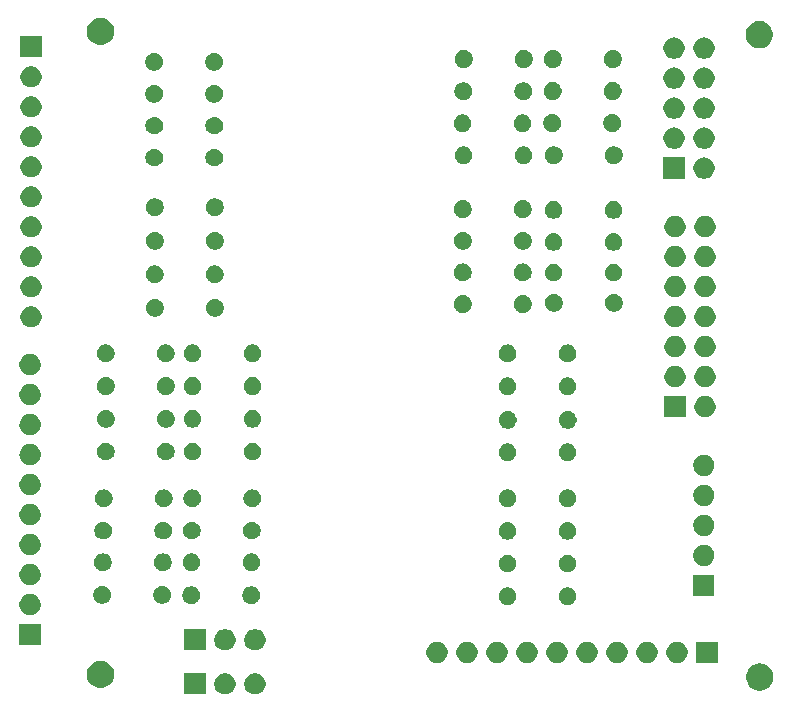
<source format=gbr>
G04 #@! TF.GenerationSoftware,KiCad,Pcbnew,(5.1.5)-3*
G04 #@! TF.CreationDate,2020-09-25T18:51:02-03:00*
G04 #@! TF.ProjectId,Opto,4f70746f-2e6b-4696-9361-645f70636258,rev?*
G04 #@! TF.SameCoordinates,Original*
G04 #@! TF.FileFunction,Soldermask,Bot*
G04 #@! TF.FilePolarity,Negative*
%FSLAX46Y46*%
G04 Gerber Fmt 4.6, Leading zero omitted, Abs format (unit mm)*
G04 Created by KiCad (PCBNEW (5.1.5)-3) date 2020-09-25 18:51:02*
%MOMM*%
%LPD*%
G04 APERTURE LIST*
%ADD10C,0.100000*%
G04 APERTURE END LIST*
D10*
G36*
X60123512Y-91493927D02*
G01*
X60272812Y-91523624D01*
X60436784Y-91591544D01*
X60584354Y-91690147D01*
X60709853Y-91815646D01*
X60808456Y-91963216D01*
X60876376Y-92127188D01*
X60911000Y-92301259D01*
X60911000Y-92478741D01*
X60876376Y-92652812D01*
X60808456Y-92816784D01*
X60709853Y-92964354D01*
X60584354Y-93089853D01*
X60436784Y-93188456D01*
X60272812Y-93256376D01*
X60123512Y-93286073D01*
X60098742Y-93291000D01*
X59921258Y-93291000D01*
X59896488Y-93286073D01*
X59747188Y-93256376D01*
X59583216Y-93188456D01*
X59435646Y-93089853D01*
X59310147Y-92964354D01*
X59211544Y-92816784D01*
X59143624Y-92652812D01*
X59109000Y-92478741D01*
X59109000Y-92301259D01*
X59143624Y-92127188D01*
X59211544Y-91963216D01*
X59310147Y-91815646D01*
X59435646Y-91690147D01*
X59583216Y-91591544D01*
X59747188Y-91523624D01*
X59896488Y-91493927D01*
X59921258Y-91489000D01*
X60098742Y-91489000D01*
X60123512Y-91493927D01*
G37*
G36*
X57583512Y-91493927D02*
G01*
X57732812Y-91523624D01*
X57896784Y-91591544D01*
X58044354Y-91690147D01*
X58169853Y-91815646D01*
X58268456Y-91963216D01*
X58336376Y-92127188D01*
X58371000Y-92301259D01*
X58371000Y-92478741D01*
X58336376Y-92652812D01*
X58268456Y-92816784D01*
X58169853Y-92964354D01*
X58044354Y-93089853D01*
X57896784Y-93188456D01*
X57732812Y-93256376D01*
X57583512Y-93286073D01*
X57558742Y-93291000D01*
X57381258Y-93291000D01*
X57356488Y-93286073D01*
X57207188Y-93256376D01*
X57043216Y-93188456D01*
X56895646Y-93089853D01*
X56770147Y-92964354D01*
X56671544Y-92816784D01*
X56603624Y-92652812D01*
X56569000Y-92478741D01*
X56569000Y-92301259D01*
X56603624Y-92127188D01*
X56671544Y-91963216D01*
X56770147Y-91815646D01*
X56895646Y-91690147D01*
X57043216Y-91591544D01*
X57207188Y-91523624D01*
X57356488Y-91493927D01*
X57381258Y-91489000D01*
X57558742Y-91489000D01*
X57583512Y-91493927D01*
G37*
G36*
X55831000Y-93291000D02*
G01*
X54029000Y-93291000D01*
X54029000Y-91489000D01*
X55831000Y-91489000D01*
X55831000Y-93291000D01*
G37*
G36*
X102974549Y-90681116D02*
G01*
X103085734Y-90703232D01*
X103295203Y-90789997D01*
X103483720Y-90915960D01*
X103644040Y-91076280D01*
X103762966Y-91254266D01*
X103770004Y-91264799D01*
X103856768Y-91474267D01*
X103899710Y-91690148D01*
X103901000Y-91696636D01*
X103901000Y-91923364D01*
X103856768Y-92145734D01*
X103770003Y-92355203D01*
X103644040Y-92543720D01*
X103483720Y-92704040D01*
X103295203Y-92830003D01*
X103085734Y-92916768D01*
X102974549Y-92938884D01*
X102863365Y-92961000D01*
X102636635Y-92961000D01*
X102525451Y-92938884D01*
X102414266Y-92916768D01*
X102204797Y-92830003D01*
X102016280Y-92704040D01*
X101855960Y-92543720D01*
X101729997Y-92355203D01*
X101643232Y-92145734D01*
X101599000Y-91923364D01*
X101599000Y-91696636D01*
X101600291Y-91690148D01*
X101643232Y-91474267D01*
X101729996Y-91264799D01*
X101737034Y-91254266D01*
X101855960Y-91076280D01*
X102016280Y-90915960D01*
X102204797Y-90789997D01*
X102414266Y-90703232D01*
X102525451Y-90681116D01*
X102636635Y-90659000D01*
X102863365Y-90659000D01*
X102974549Y-90681116D01*
G37*
G36*
X47164549Y-90461116D02*
G01*
X47275734Y-90483232D01*
X47485203Y-90569997D01*
X47673720Y-90695960D01*
X47834040Y-90856280D01*
X47960003Y-91044797D01*
X48046768Y-91254266D01*
X48091000Y-91476636D01*
X48091000Y-91703364D01*
X48046768Y-91925734D01*
X47960003Y-92135203D01*
X47834040Y-92323720D01*
X47673720Y-92484040D01*
X47485203Y-92610003D01*
X47275734Y-92696768D01*
X47164549Y-92718884D01*
X47053365Y-92741000D01*
X46826635Y-92741000D01*
X46715451Y-92718884D01*
X46604266Y-92696768D01*
X46394797Y-92610003D01*
X46206280Y-92484040D01*
X46045960Y-92323720D01*
X45919997Y-92135203D01*
X45833232Y-91925734D01*
X45789000Y-91703364D01*
X45789000Y-91476636D01*
X45833232Y-91254266D01*
X45919997Y-91044797D01*
X46045960Y-90856280D01*
X46206280Y-90695960D01*
X46394797Y-90569997D01*
X46604266Y-90483232D01*
X46715451Y-90461116D01*
X46826635Y-90439000D01*
X47053365Y-90439000D01*
X47164549Y-90461116D01*
G37*
G36*
X93323512Y-88833927D02*
G01*
X93472812Y-88863624D01*
X93636784Y-88931544D01*
X93784354Y-89030147D01*
X93909853Y-89155646D01*
X94008456Y-89303216D01*
X94076376Y-89467188D01*
X94111000Y-89641259D01*
X94111000Y-89818741D01*
X94076376Y-89992812D01*
X94008456Y-90156784D01*
X93909853Y-90304354D01*
X93784354Y-90429853D01*
X93636784Y-90528456D01*
X93472812Y-90596376D01*
X93323512Y-90626073D01*
X93298742Y-90631000D01*
X93121258Y-90631000D01*
X93096488Y-90626073D01*
X92947188Y-90596376D01*
X92783216Y-90528456D01*
X92635646Y-90429853D01*
X92510147Y-90304354D01*
X92411544Y-90156784D01*
X92343624Y-89992812D01*
X92309000Y-89818741D01*
X92309000Y-89641259D01*
X92343624Y-89467188D01*
X92411544Y-89303216D01*
X92510147Y-89155646D01*
X92635646Y-89030147D01*
X92783216Y-88931544D01*
X92947188Y-88863624D01*
X93096488Y-88833927D01*
X93121258Y-88829000D01*
X93298742Y-88829000D01*
X93323512Y-88833927D01*
G37*
G36*
X99191000Y-90631000D02*
G01*
X97389000Y-90631000D01*
X97389000Y-88829000D01*
X99191000Y-88829000D01*
X99191000Y-90631000D01*
G37*
G36*
X90783512Y-88833927D02*
G01*
X90932812Y-88863624D01*
X91096784Y-88931544D01*
X91244354Y-89030147D01*
X91369853Y-89155646D01*
X91468456Y-89303216D01*
X91536376Y-89467188D01*
X91571000Y-89641259D01*
X91571000Y-89818741D01*
X91536376Y-89992812D01*
X91468456Y-90156784D01*
X91369853Y-90304354D01*
X91244354Y-90429853D01*
X91096784Y-90528456D01*
X90932812Y-90596376D01*
X90783512Y-90626073D01*
X90758742Y-90631000D01*
X90581258Y-90631000D01*
X90556488Y-90626073D01*
X90407188Y-90596376D01*
X90243216Y-90528456D01*
X90095646Y-90429853D01*
X89970147Y-90304354D01*
X89871544Y-90156784D01*
X89803624Y-89992812D01*
X89769000Y-89818741D01*
X89769000Y-89641259D01*
X89803624Y-89467188D01*
X89871544Y-89303216D01*
X89970147Y-89155646D01*
X90095646Y-89030147D01*
X90243216Y-88931544D01*
X90407188Y-88863624D01*
X90556488Y-88833927D01*
X90581258Y-88829000D01*
X90758742Y-88829000D01*
X90783512Y-88833927D01*
G37*
G36*
X88243512Y-88833927D02*
G01*
X88392812Y-88863624D01*
X88556784Y-88931544D01*
X88704354Y-89030147D01*
X88829853Y-89155646D01*
X88928456Y-89303216D01*
X88996376Y-89467188D01*
X89031000Y-89641259D01*
X89031000Y-89818741D01*
X88996376Y-89992812D01*
X88928456Y-90156784D01*
X88829853Y-90304354D01*
X88704354Y-90429853D01*
X88556784Y-90528456D01*
X88392812Y-90596376D01*
X88243512Y-90626073D01*
X88218742Y-90631000D01*
X88041258Y-90631000D01*
X88016488Y-90626073D01*
X87867188Y-90596376D01*
X87703216Y-90528456D01*
X87555646Y-90429853D01*
X87430147Y-90304354D01*
X87331544Y-90156784D01*
X87263624Y-89992812D01*
X87229000Y-89818741D01*
X87229000Y-89641259D01*
X87263624Y-89467188D01*
X87331544Y-89303216D01*
X87430147Y-89155646D01*
X87555646Y-89030147D01*
X87703216Y-88931544D01*
X87867188Y-88863624D01*
X88016488Y-88833927D01*
X88041258Y-88829000D01*
X88218742Y-88829000D01*
X88243512Y-88833927D01*
G37*
G36*
X85703512Y-88833927D02*
G01*
X85852812Y-88863624D01*
X86016784Y-88931544D01*
X86164354Y-89030147D01*
X86289853Y-89155646D01*
X86388456Y-89303216D01*
X86456376Y-89467188D01*
X86491000Y-89641259D01*
X86491000Y-89818741D01*
X86456376Y-89992812D01*
X86388456Y-90156784D01*
X86289853Y-90304354D01*
X86164354Y-90429853D01*
X86016784Y-90528456D01*
X85852812Y-90596376D01*
X85703512Y-90626073D01*
X85678742Y-90631000D01*
X85501258Y-90631000D01*
X85476488Y-90626073D01*
X85327188Y-90596376D01*
X85163216Y-90528456D01*
X85015646Y-90429853D01*
X84890147Y-90304354D01*
X84791544Y-90156784D01*
X84723624Y-89992812D01*
X84689000Y-89818741D01*
X84689000Y-89641259D01*
X84723624Y-89467188D01*
X84791544Y-89303216D01*
X84890147Y-89155646D01*
X85015646Y-89030147D01*
X85163216Y-88931544D01*
X85327188Y-88863624D01*
X85476488Y-88833927D01*
X85501258Y-88829000D01*
X85678742Y-88829000D01*
X85703512Y-88833927D01*
G37*
G36*
X83163512Y-88833927D02*
G01*
X83312812Y-88863624D01*
X83476784Y-88931544D01*
X83624354Y-89030147D01*
X83749853Y-89155646D01*
X83848456Y-89303216D01*
X83916376Y-89467188D01*
X83951000Y-89641259D01*
X83951000Y-89818741D01*
X83916376Y-89992812D01*
X83848456Y-90156784D01*
X83749853Y-90304354D01*
X83624354Y-90429853D01*
X83476784Y-90528456D01*
X83312812Y-90596376D01*
X83163512Y-90626073D01*
X83138742Y-90631000D01*
X82961258Y-90631000D01*
X82936488Y-90626073D01*
X82787188Y-90596376D01*
X82623216Y-90528456D01*
X82475646Y-90429853D01*
X82350147Y-90304354D01*
X82251544Y-90156784D01*
X82183624Y-89992812D01*
X82149000Y-89818741D01*
X82149000Y-89641259D01*
X82183624Y-89467188D01*
X82251544Y-89303216D01*
X82350147Y-89155646D01*
X82475646Y-89030147D01*
X82623216Y-88931544D01*
X82787188Y-88863624D01*
X82936488Y-88833927D01*
X82961258Y-88829000D01*
X83138742Y-88829000D01*
X83163512Y-88833927D01*
G37*
G36*
X80623512Y-88833927D02*
G01*
X80772812Y-88863624D01*
X80936784Y-88931544D01*
X81084354Y-89030147D01*
X81209853Y-89155646D01*
X81308456Y-89303216D01*
X81376376Y-89467188D01*
X81411000Y-89641259D01*
X81411000Y-89818741D01*
X81376376Y-89992812D01*
X81308456Y-90156784D01*
X81209853Y-90304354D01*
X81084354Y-90429853D01*
X80936784Y-90528456D01*
X80772812Y-90596376D01*
X80623512Y-90626073D01*
X80598742Y-90631000D01*
X80421258Y-90631000D01*
X80396488Y-90626073D01*
X80247188Y-90596376D01*
X80083216Y-90528456D01*
X79935646Y-90429853D01*
X79810147Y-90304354D01*
X79711544Y-90156784D01*
X79643624Y-89992812D01*
X79609000Y-89818741D01*
X79609000Y-89641259D01*
X79643624Y-89467188D01*
X79711544Y-89303216D01*
X79810147Y-89155646D01*
X79935646Y-89030147D01*
X80083216Y-88931544D01*
X80247188Y-88863624D01*
X80396488Y-88833927D01*
X80421258Y-88829000D01*
X80598742Y-88829000D01*
X80623512Y-88833927D01*
G37*
G36*
X78083512Y-88833927D02*
G01*
X78232812Y-88863624D01*
X78396784Y-88931544D01*
X78544354Y-89030147D01*
X78669853Y-89155646D01*
X78768456Y-89303216D01*
X78836376Y-89467188D01*
X78871000Y-89641259D01*
X78871000Y-89818741D01*
X78836376Y-89992812D01*
X78768456Y-90156784D01*
X78669853Y-90304354D01*
X78544354Y-90429853D01*
X78396784Y-90528456D01*
X78232812Y-90596376D01*
X78083512Y-90626073D01*
X78058742Y-90631000D01*
X77881258Y-90631000D01*
X77856488Y-90626073D01*
X77707188Y-90596376D01*
X77543216Y-90528456D01*
X77395646Y-90429853D01*
X77270147Y-90304354D01*
X77171544Y-90156784D01*
X77103624Y-89992812D01*
X77069000Y-89818741D01*
X77069000Y-89641259D01*
X77103624Y-89467188D01*
X77171544Y-89303216D01*
X77270147Y-89155646D01*
X77395646Y-89030147D01*
X77543216Y-88931544D01*
X77707188Y-88863624D01*
X77856488Y-88833927D01*
X77881258Y-88829000D01*
X78058742Y-88829000D01*
X78083512Y-88833927D01*
G37*
G36*
X75543512Y-88833927D02*
G01*
X75692812Y-88863624D01*
X75856784Y-88931544D01*
X76004354Y-89030147D01*
X76129853Y-89155646D01*
X76228456Y-89303216D01*
X76296376Y-89467188D01*
X76331000Y-89641259D01*
X76331000Y-89818741D01*
X76296376Y-89992812D01*
X76228456Y-90156784D01*
X76129853Y-90304354D01*
X76004354Y-90429853D01*
X75856784Y-90528456D01*
X75692812Y-90596376D01*
X75543512Y-90626073D01*
X75518742Y-90631000D01*
X75341258Y-90631000D01*
X75316488Y-90626073D01*
X75167188Y-90596376D01*
X75003216Y-90528456D01*
X74855646Y-90429853D01*
X74730147Y-90304354D01*
X74631544Y-90156784D01*
X74563624Y-89992812D01*
X74529000Y-89818741D01*
X74529000Y-89641259D01*
X74563624Y-89467188D01*
X74631544Y-89303216D01*
X74730147Y-89155646D01*
X74855646Y-89030147D01*
X75003216Y-88931544D01*
X75167188Y-88863624D01*
X75316488Y-88833927D01*
X75341258Y-88829000D01*
X75518742Y-88829000D01*
X75543512Y-88833927D01*
G37*
G36*
X95863512Y-88833927D02*
G01*
X96012812Y-88863624D01*
X96176784Y-88931544D01*
X96324354Y-89030147D01*
X96449853Y-89155646D01*
X96548456Y-89303216D01*
X96616376Y-89467188D01*
X96651000Y-89641259D01*
X96651000Y-89818741D01*
X96616376Y-89992812D01*
X96548456Y-90156784D01*
X96449853Y-90304354D01*
X96324354Y-90429853D01*
X96176784Y-90528456D01*
X96012812Y-90596376D01*
X95863512Y-90626073D01*
X95838742Y-90631000D01*
X95661258Y-90631000D01*
X95636488Y-90626073D01*
X95487188Y-90596376D01*
X95323216Y-90528456D01*
X95175646Y-90429853D01*
X95050147Y-90304354D01*
X94951544Y-90156784D01*
X94883624Y-89992812D01*
X94849000Y-89818741D01*
X94849000Y-89641259D01*
X94883624Y-89467188D01*
X94951544Y-89303216D01*
X95050147Y-89155646D01*
X95175646Y-89030147D01*
X95323216Y-88931544D01*
X95487188Y-88863624D01*
X95636488Y-88833927D01*
X95661258Y-88829000D01*
X95838742Y-88829000D01*
X95863512Y-88833927D01*
G37*
G36*
X60123512Y-87763927D02*
G01*
X60272812Y-87793624D01*
X60436784Y-87861544D01*
X60584354Y-87960147D01*
X60709853Y-88085646D01*
X60808456Y-88233216D01*
X60876376Y-88397188D01*
X60911000Y-88571259D01*
X60911000Y-88748741D01*
X60876376Y-88922812D01*
X60808456Y-89086784D01*
X60709853Y-89234354D01*
X60584354Y-89359853D01*
X60436784Y-89458456D01*
X60272812Y-89526376D01*
X60123512Y-89556073D01*
X60098742Y-89561000D01*
X59921258Y-89561000D01*
X59896488Y-89556073D01*
X59747188Y-89526376D01*
X59583216Y-89458456D01*
X59435646Y-89359853D01*
X59310147Y-89234354D01*
X59211544Y-89086784D01*
X59143624Y-88922812D01*
X59109000Y-88748741D01*
X59109000Y-88571259D01*
X59143624Y-88397188D01*
X59211544Y-88233216D01*
X59310147Y-88085646D01*
X59435646Y-87960147D01*
X59583216Y-87861544D01*
X59747188Y-87793624D01*
X59896488Y-87763927D01*
X59921258Y-87759000D01*
X60098742Y-87759000D01*
X60123512Y-87763927D01*
G37*
G36*
X55831000Y-89561000D02*
G01*
X54029000Y-89561000D01*
X54029000Y-87759000D01*
X55831000Y-87759000D01*
X55831000Y-89561000D01*
G37*
G36*
X57583512Y-87763927D02*
G01*
X57732812Y-87793624D01*
X57896784Y-87861544D01*
X58044354Y-87960147D01*
X58169853Y-88085646D01*
X58268456Y-88233216D01*
X58336376Y-88397188D01*
X58371000Y-88571259D01*
X58371000Y-88748741D01*
X58336376Y-88922812D01*
X58268456Y-89086784D01*
X58169853Y-89234354D01*
X58044354Y-89359853D01*
X57896784Y-89458456D01*
X57732812Y-89526376D01*
X57583512Y-89556073D01*
X57558742Y-89561000D01*
X57381258Y-89561000D01*
X57356488Y-89556073D01*
X57207188Y-89526376D01*
X57043216Y-89458456D01*
X56895646Y-89359853D01*
X56770147Y-89234354D01*
X56671544Y-89086784D01*
X56603624Y-88922812D01*
X56569000Y-88748741D01*
X56569000Y-88571259D01*
X56603624Y-88397188D01*
X56671544Y-88233216D01*
X56770147Y-88085646D01*
X56895646Y-87960147D01*
X57043216Y-87861544D01*
X57207188Y-87793624D01*
X57356488Y-87763927D01*
X57381258Y-87759000D01*
X57558742Y-87759000D01*
X57583512Y-87763927D01*
G37*
G36*
X41881000Y-89121000D02*
G01*
X40079000Y-89121000D01*
X40079000Y-87319000D01*
X41881000Y-87319000D01*
X41881000Y-89121000D01*
G37*
G36*
X41093512Y-84783927D02*
G01*
X41242812Y-84813624D01*
X41406784Y-84881544D01*
X41554354Y-84980147D01*
X41679853Y-85105646D01*
X41778456Y-85253216D01*
X41846376Y-85417188D01*
X41881000Y-85591259D01*
X41881000Y-85768741D01*
X41846376Y-85942812D01*
X41778456Y-86106784D01*
X41679853Y-86254354D01*
X41554354Y-86379853D01*
X41406784Y-86478456D01*
X41242812Y-86546376D01*
X41093512Y-86576073D01*
X41068742Y-86581000D01*
X40891258Y-86581000D01*
X40866488Y-86576073D01*
X40717188Y-86546376D01*
X40553216Y-86478456D01*
X40405646Y-86379853D01*
X40280147Y-86254354D01*
X40181544Y-86106784D01*
X40113624Y-85942812D01*
X40079000Y-85768741D01*
X40079000Y-85591259D01*
X40113624Y-85417188D01*
X40181544Y-85253216D01*
X40280147Y-85105646D01*
X40405646Y-84980147D01*
X40553216Y-84881544D01*
X40717188Y-84813624D01*
X40866488Y-84783927D01*
X40891258Y-84779000D01*
X41068742Y-84779000D01*
X41093512Y-84783927D01*
G37*
G36*
X86631747Y-84224471D02*
G01*
X86699059Y-84237860D01*
X86835732Y-84294472D01*
X86958735Y-84376660D01*
X87063340Y-84481265D01*
X87145528Y-84604268D01*
X87145529Y-84604270D01*
X87202140Y-84740941D01*
X87231000Y-84886032D01*
X87231000Y-85033968D01*
X87202140Y-85179059D01*
X87186950Y-85215732D01*
X87145528Y-85315732D01*
X87063340Y-85438735D01*
X86958735Y-85543340D01*
X86835732Y-85625528D01*
X86835731Y-85625529D01*
X86835730Y-85625529D01*
X86699059Y-85682140D01*
X86553968Y-85711000D01*
X86406032Y-85711000D01*
X86260941Y-85682140D01*
X86124270Y-85625529D01*
X86124269Y-85625529D01*
X86124268Y-85625528D01*
X86001265Y-85543340D01*
X85896660Y-85438735D01*
X85814472Y-85315732D01*
X85773051Y-85215732D01*
X85757860Y-85179059D01*
X85729000Y-85033968D01*
X85729000Y-84886032D01*
X85757860Y-84740941D01*
X85814471Y-84604270D01*
X85814472Y-84604268D01*
X85896660Y-84481265D01*
X86001265Y-84376660D01*
X86124268Y-84294472D01*
X86260941Y-84237860D01*
X86328253Y-84224471D01*
X86406032Y-84209000D01*
X86553968Y-84209000D01*
X86631747Y-84224471D01*
G37*
G36*
X81551747Y-84224471D02*
G01*
X81619059Y-84237860D01*
X81755732Y-84294472D01*
X81878735Y-84376660D01*
X81983340Y-84481265D01*
X82065528Y-84604268D01*
X82065529Y-84604270D01*
X82122140Y-84740941D01*
X82151000Y-84886032D01*
X82151000Y-85033968D01*
X82122140Y-85179059D01*
X82106950Y-85215732D01*
X82065528Y-85315732D01*
X81983340Y-85438735D01*
X81878735Y-85543340D01*
X81755732Y-85625528D01*
X81755731Y-85625529D01*
X81755730Y-85625529D01*
X81619059Y-85682140D01*
X81473968Y-85711000D01*
X81326032Y-85711000D01*
X81180941Y-85682140D01*
X81044270Y-85625529D01*
X81044269Y-85625529D01*
X81044268Y-85625528D01*
X80921265Y-85543340D01*
X80816660Y-85438735D01*
X80734472Y-85315732D01*
X80693051Y-85215732D01*
X80677860Y-85179059D01*
X80649000Y-85033968D01*
X80649000Y-84886032D01*
X80677860Y-84740941D01*
X80734471Y-84604270D01*
X80734472Y-84604268D01*
X80816660Y-84481265D01*
X80921265Y-84376660D01*
X81044268Y-84294472D01*
X81180941Y-84237860D01*
X81248253Y-84224471D01*
X81326032Y-84209000D01*
X81473968Y-84209000D01*
X81551747Y-84224471D01*
G37*
G36*
X54829059Y-84167860D02*
G01*
X54928380Y-84209000D01*
X54965732Y-84224472D01*
X55088735Y-84306660D01*
X55193340Y-84411265D01*
X55255484Y-84504270D01*
X55275529Y-84534270D01*
X55332140Y-84670941D01*
X55361000Y-84816032D01*
X55361000Y-84963968D01*
X55332140Y-85109059D01*
X55287955Y-85215732D01*
X55275528Y-85245732D01*
X55193340Y-85368735D01*
X55088735Y-85473340D01*
X54965732Y-85555528D01*
X54965731Y-85555529D01*
X54965730Y-85555529D01*
X54829059Y-85612140D01*
X54683968Y-85641000D01*
X54536032Y-85641000D01*
X54390941Y-85612140D01*
X54254270Y-85555529D01*
X54254269Y-85555529D01*
X54254268Y-85555528D01*
X54131265Y-85473340D01*
X54026660Y-85368735D01*
X53944472Y-85245732D01*
X53932046Y-85215732D01*
X53887860Y-85109059D01*
X53859000Y-84963968D01*
X53859000Y-84816032D01*
X53887860Y-84670941D01*
X53944471Y-84534270D01*
X53964516Y-84504270D01*
X54026660Y-84411265D01*
X54131265Y-84306660D01*
X54254268Y-84224472D01*
X54291621Y-84209000D01*
X54390941Y-84167860D01*
X54536032Y-84139000D01*
X54683968Y-84139000D01*
X54829059Y-84167860D01*
G37*
G36*
X59909059Y-84167860D02*
G01*
X60008380Y-84209000D01*
X60045732Y-84224472D01*
X60168735Y-84306660D01*
X60273340Y-84411265D01*
X60335484Y-84504270D01*
X60355529Y-84534270D01*
X60412140Y-84670941D01*
X60441000Y-84816032D01*
X60441000Y-84963968D01*
X60412140Y-85109059D01*
X60367955Y-85215732D01*
X60355528Y-85245732D01*
X60273340Y-85368735D01*
X60168735Y-85473340D01*
X60045732Y-85555528D01*
X60045731Y-85555529D01*
X60045730Y-85555529D01*
X59909059Y-85612140D01*
X59763968Y-85641000D01*
X59616032Y-85641000D01*
X59470941Y-85612140D01*
X59334270Y-85555529D01*
X59334269Y-85555529D01*
X59334268Y-85555528D01*
X59211265Y-85473340D01*
X59106660Y-85368735D01*
X59024472Y-85245732D01*
X59012046Y-85215732D01*
X58967860Y-85109059D01*
X58939000Y-84963968D01*
X58939000Y-84816032D01*
X58967860Y-84670941D01*
X59024471Y-84534270D01*
X59044516Y-84504270D01*
X59106660Y-84411265D01*
X59211265Y-84306660D01*
X59334268Y-84224472D01*
X59371621Y-84209000D01*
X59470941Y-84167860D01*
X59616032Y-84139000D01*
X59763968Y-84139000D01*
X59909059Y-84167860D01*
G37*
G36*
X47299059Y-84137860D02*
G01*
X47435732Y-84194472D01*
X47558735Y-84276660D01*
X47663340Y-84381265D01*
X47730158Y-84481265D01*
X47745529Y-84504270D01*
X47802140Y-84640941D01*
X47831000Y-84786032D01*
X47831000Y-84933968D01*
X47821814Y-84980148D01*
X47802140Y-85079059D01*
X47745528Y-85215732D01*
X47663340Y-85338735D01*
X47558735Y-85443340D01*
X47435732Y-85525528D01*
X47435731Y-85525529D01*
X47435730Y-85525529D01*
X47299059Y-85582140D01*
X47153968Y-85611000D01*
X47006032Y-85611000D01*
X46860941Y-85582140D01*
X46724270Y-85525529D01*
X46724269Y-85525529D01*
X46724268Y-85525528D01*
X46601265Y-85443340D01*
X46496660Y-85338735D01*
X46414472Y-85215732D01*
X46357860Y-85079059D01*
X46338186Y-84980148D01*
X46329000Y-84933968D01*
X46329000Y-84786032D01*
X46357860Y-84640941D01*
X46414471Y-84504270D01*
X46429842Y-84481265D01*
X46496660Y-84381265D01*
X46601265Y-84276660D01*
X46724268Y-84194472D01*
X46860941Y-84137860D01*
X47006032Y-84109000D01*
X47153968Y-84109000D01*
X47299059Y-84137860D01*
G37*
G36*
X52379059Y-84137860D02*
G01*
X52515732Y-84194472D01*
X52638735Y-84276660D01*
X52743340Y-84381265D01*
X52810158Y-84481265D01*
X52825529Y-84504270D01*
X52882140Y-84640941D01*
X52911000Y-84786032D01*
X52911000Y-84933968D01*
X52901814Y-84980148D01*
X52882140Y-85079059D01*
X52825528Y-85215732D01*
X52743340Y-85338735D01*
X52638735Y-85443340D01*
X52515732Y-85525528D01*
X52515731Y-85525529D01*
X52515730Y-85525529D01*
X52379059Y-85582140D01*
X52233968Y-85611000D01*
X52086032Y-85611000D01*
X51940941Y-85582140D01*
X51804270Y-85525529D01*
X51804269Y-85525529D01*
X51804268Y-85525528D01*
X51681265Y-85443340D01*
X51576660Y-85338735D01*
X51494472Y-85215732D01*
X51437860Y-85079059D01*
X51418186Y-84980148D01*
X51409000Y-84933968D01*
X51409000Y-84786032D01*
X51437860Y-84640941D01*
X51494471Y-84504270D01*
X51509842Y-84481265D01*
X51576660Y-84381265D01*
X51681265Y-84276660D01*
X51804268Y-84194472D01*
X51940941Y-84137860D01*
X52086032Y-84109000D01*
X52233968Y-84109000D01*
X52379059Y-84137860D01*
G37*
G36*
X98921000Y-84951000D02*
G01*
X97119000Y-84951000D01*
X97119000Y-83149000D01*
X98921000Y-83149000D01*
X98921000Y-84951000D01*
G37*
G36*
X41093512Y-82243927D02*
G01*
X41242812Y-82273624D01*
X41406784Y-82341544D01*
X41554354Y-82440147D01*
X41679853Y-82565646D01*
X41778456Y-82713216D01*
X41846376Y-82877188D01*
X41881000Y-83051259D01*
X41881000Y-83228741D01*
X41846376Y-83402812D01*
X41778456Y-83566784D01*
X41679853Y-83714354D01*
X41554354Y-83839853D01*
X41406784Y-83938456D01*
X41242812Y-84006376D01*
X41093512Y-84036073D01*
X41068742Y-84041000D01*
X40891258Y-84041000D01*
X40866488Y-84036073D01*
X40717188Y-84006376D01*
X40553216Y-83938456D01*
X40405646Y-83839853D01*
X40280147Y-83714354D01*
X40181544Y-83566784D01*
X40113624Y-83402812D01*
X40079000Y-83228741D01*
X40079000Y-83051259D01*
X40113624Y-82877188D01*
X40181544Y-82713216D01*
X40280147Y-82565646D01*
X40405646Y-82440147D01*
X40553216Y-82341544D01*
X40717188Y-82273624D01*
X40866488Y-82243927D01*
X40891258Y-82239000D01*
X41068742Y-82239000D01*
X41093512Y-82243927D01*
G37*
G36*
X86699059Y-81474526D02*
G01*
X86835732Y-81531138D01*
X86958735Y-81613326D01*
X87063340Y-81717931D01*
X87100010Y-81772812D01*
X87145529Y-81840936D01*
X87202140Y-81977607D01*
X87231000Y-82122698D01*
X87231000Y-82270634D01*
X87202140Y-82415725D01*
X87189712Y-82445730D01*
X87145528Y-82552398D01*
X87063340Y-82675401D01*
X86958735Y-82780006D01*
X86835732Y-82862194D01*
X86835731Y-82862195D01*
X86835730Y-82862195D01*
X86699059Y-82918806D01*
X86553968Y-82947666D01*
X86406032Y-82947666D01*
X86260941Y-82918806D01*
X86124270Y-82862195D01*
X86124269Y-82862195D01*
X86124268Y-82862194D01*
X86001265Y-82780006D01*
X85896660Y-82675401D01*
X85814472Y-82552398D01*
X85770289Y-82445730D01*
X85757860Y-82415725D01*
X85729000Y-82270634D01*
X85729000Y-82122698D01*
X85757860Y-81977607D01*
X85814471Y-81840936D01*
X85859990Y-81772812D01*
X85896660Y-81717931D01*
X86001265Y-81613326D01*
X86124268Y-81531138D01*
X86260941Y-81474526D01*
X86406032Y-81445666D01*
X86553968Y-81445666D01*
X86699059Y-81474526D01*
G37*
G36*
X81619059Y-81474526D02*
G01*
X81755732Y-81531138D01*
X81878735Y-81613326D01*
X81983340Y-81717931D01*
X82020010Y-81772812D01*
X82065529Y-81840936D01*
X82122140Y-81977607D01*
X82151000Y-82122698D01*
X82151000Y-82270634D01*
X82122140Y-82415725D01*
X82109712Y-82445730D01*
X82065528Y-82552398D01*
X81983340Y-82675401D01*
X81878735Y-82780006D01*
X81755732Y-82862194D01*
X81755731Y-82862195D01*
X81755730Y-82862195D01*
X81619059Y-82918806D01*
X81473968Y-82947666D01*
X81326032Y-82947666D01*
X81180941Y-82918806D01*
X81044270Y-82862195D01*
X81044269Y-82862195D01*
X81044268Y-82862194D01*
X80921265Y-82780006D01*
X80816660Y-82675401D01*
X80734472Y-82552398D01*
X80690289Y-82445730D01*
X80677860Y-82415725D01*
X80649000Y-82270634D01*
X80649000Y-82122698D01*
X80677860Y-81977607D01*
X80734471Y-81840936D01*
X80779990Y-81772812D01*
X80816660Y-81717931D01*
X80921265Y-81613326D01*
X81044268Y-81531138D01*
X81180941Y-81474526D01*
X81326032Y-81445666D01*
X81473968Y-81445666D01*
X81619059Y-81474526D01*
G37*
G36*
X52388785Y-81367860D02*
G01*
X52439059Y-81377860D01*
X52575732Y-81434472D01*
X52698735Y-81516660D01*
X52803340Y-81621265D01*
X52885528Y-81744268D01*
X52885529Y-81744270D01*
X52942140Y-81880941D01*
X52971000Y-82026032D01*
X52971000Y-82173968D01*
X52942140Y-82319059D01*
X52902100Y-82415725D01*
X52885528Y-82455732D01*
X52803340Y-82578735D01*
X52698735Y-82683340D01*
X52575732Y-82765528D01*
X52575731Y-82765529D01*
X52575730Y-82765529D01*
X52439059Y-82822140D01*
X52293968Y-82851000D01*
X52146032Y-82851000D01*
X52000941Y-82822140D01*
X51864270Y-82765529D01*
X51864269Y-82765529D01*
X51864268Y-82765528D01*
X51741265Y-82683340D01*
X51636660Y-82578735D01*
X51554472Y-82455732D01*
X51537901Y-82415725D01*
X51497860Y-82319059D01*
X51469000Y-82173968D01*
X51469000Y-82026032D01*
X51497860Y-81880941D01*
X51554471Y-81744270D01*
X51554472Y-81744268D01*
X51636660Y-81621265D01*
X51741265Y-81516660D01*
X51864268Y-81434472D01*
X52000941Y-81377860D01*
X52051215Y-81367860D01*
X52146032Y-81349000D01*
X52293968Y-81349000D01*
X52388785Y-81367860D01*
G37*
G36*
X47308785Y-81367860D02*
G01*
X47359059Y-81377860D01*
X47495732Y-81434472D01*
X47618735Y-81516660D01*
X47723340Y-81621265D01*
X47805528Y-81744268D01*
X47805529Y-81744270D01*
X47862140Y-81880941D01*
X47891000Y-82026032D01*
X47891000Y-82173968D01*
X47862140Y-82319059D01*
X47822100Y-82415725D01*
X47805528Y-82455732D01*
X47723340Y-82578735D01*
X47618735Y-82683340D01*
X47495732Y-82765528D01*
X47495731Y-82765529D01*
X47495730Y-82765529D01*
X47359059Y-82822140D01*
X47213968Y-82851000D01*
X47066032Y-82851000D01*
X46920941Y-82822140D01*
X46784270Y-82765529D01*
X46784269Y-82765529D01*
X46784268Y-82765528D01*
X46661265Y-82683340D01*
X46556660Y-82578735D01*
X46474472Y-82455732D01*
X46457901Y-82415725D01*
X46417860Y-82319059D01*
X46389000Y-82173968D01*
X46389000Y-82026032D01*
X46417860Y-81880941D01*
X46474471Y-81744270D01*
X46474472Y-81744268D01*
X46556660Y-81621265D01*
X46661265Y-81516660D01*
X46784268Y-81434472D01*
X46920941Y-81377860D01*
X46971215Y-81367860D01*
X47066032Y-81349000D01*
X47213968Y-81349000D01*
X47308785Y-81367860D01*
G37*
G36*
X59939059Y-81367860D02*
G01*
X60067976Y-81421259D01*
X60075732Y-81424472D01*
X60198735Y-81506660D01*
X60303340Y-81611265D01*
X60310023Y-81621267D01*
X60385529Y-81734270D01*
X60442140Y-81870941D01*
X60471000Y-82016032D01*
X60471000Y-82163968D01*
X60442140Y-82309059D01*
X60387842Y-82440147D01*
X60385528Y-82445732D01*
X60303340Y-82568735D01*
X60198735Y-82673340D01*
X60075732Y-82755528D01*
X60075731Y-82755529D01*
X60075730Y-82755529D01*
X59939059Y-82812140D01*
X59793968Y-82841000D01*
X59646032Y-82841000D01*
X59500941Y-82812140D01*
X59364270Y-82755529D01*
X59364269Y-82755529D01*
X59364268Y-82755528D01*
X59241265Y-82673340D01*
X59136660Y-82568735D01*
X59054472Y-82445732D01*
X59052159Y-82440147D01*
X58997860Y-82309059D01*
X58969000Y-82163968D01*
X58969000Y-82016032D01*
X58997860Y-81870941D01*
X59054471Y-81734270D01*
X59129977Y-81621267D01*
X59136660Y-81611265D01*
X59241265Y-81506660D01*
X59364268Y-81424472D01*
X59372025Y-81421259D01*
X59500941Y-81367860D01*
X59646032Y-81339000D01*
X59793968Y-81339000D01*
X59939059Y-81367860D01*
G37*
G36*
X54859059Y-81367860D02*
G01*
X54987976Y-81421259D01*
X54995732Y-81424472D01*
X55118735Y-81506660D01*
X55223340Y-81611265D01*
X55230023Y-81621267D01*
X55305529Y-81734270D01*
X55362140Y-81870941D01*
X55391000Y-82016032D01*
X55391000Y-82163968D01*
X55362140Y-82309059D01*
X55307842Y-82440147D01*
X55305528Y-82445732D01*
X55223340Y-82568735D01*
X55118735Y-82673340D01*
X54995732Y-82755528D01*
X54995731Y-82755529D01*
X54995730Y-82755529D01*
X54859059Y-82812140D01*
X54713968Y-82841000D01*
X54566032Y-82841000D01*
X54420941Y-82812140D01*
X54284270Y-82755529D01*
X54284269Y-82755529D01*
X54284268Y-82755528D01*
X54161265Y-82673340D01*
X54056660Y-82568735D01*
X53974472Y-82445732D01*
X53972159Y-82440147D01*
X53917860Y-82309059D01*
X53889000Y-82163968D01*
X53889000Y-82016032D01*
X53917860Y-81870941D01*
X53974471Y-81734270D01*
X54049977Y-81621267D01*
X54056660Y-81611265D01*
X54161265Y-81506660D01*
X54284268Y-81424472D01*
X54292025Y-81421259D01*
X54420941Y-81367860D01*
X54566032Y-81339000D01*
X54713968Y-81339000D01*
X54859059Y-81367860D01*
G37*
G36*
X98133512Y-80613927D02*
G01*
X98282812Y-80643624D01*
X98446784Y-80711544D01*
X98594354Y-80810147D01*
X98719853Y-80935646D01*
X98818456Y-81083216D01*
X98886376Y-81247188D01*
X98916073Y-81396488D01*
X98921000Y-81421258D01*
X98921000Y-81598742D01*
X98918099Y-81613325D01*
X98886376Y-81772812D01*
X98818456Y-81936784D01*
X98719853Y-82084354D01*
X98594354Y-82209853D01*
X98446784Y-82308456D01*
X98282812Y-82376376D01*
X98133512Y-82406073D01*
X98108742Y-82411000D01*
X97931258Y-82411000D01*
X97906488Y-82406073D01*
X97757188Y-82376376D01*
X97593216Y-82308456D01*
X97445646Y-82209853D01*
X97320147Y-82084354D01*
X97221544Y-81936784D01*
X97153624Y-81772812D01*
X97121901Y-81613325D01*
X97119000Y-81598742D01*
X97119000Y-81421258D01*
X97123927Y-81396488D01*
X97153624Y-81247188D01*
X97221544Y-81083216D01*
X97320147Y-80935646D01*
X97445646Y-80810147D01*
X97593216Y-80711544D01*
X97757188Y-80643624D01*
X97906488Y-80613927D01*
X97931258Y-80609000D01*
X98108742Y-80609000D01*
X98133512Y-80613927D01*
G37*
G36*
X41093512Y-79703927D02*
G01*
X41242812Y-79733624D01*
X41406784Y-79801544D01*
X41554354Y-79900147D01*
X41679853Y-80025646D01*
X41778456Y-80173216D01*
X41846376Y-80337188D01*
X41881000Y-80511259D01*
X41881000Y-80688741D01*
X41846376Y-80862812D01*
X41778456Y-81026784D01*
X41679853Y-81174354D01*
X41554354Y-81299853D01*
X41406784Y-81398456D01*
X41242812Y-81466376D01*
X41093512Y-81496073D01*
X41068742Y-81501000D01*
X40891258Y-81501000D01*
X40866488Y-81496073D01*
X40717188Y-81466376D01*
X40553216Y-81398456D01*
X40405646Y-81299853D01*
X40280147Y-81174354D01*
X40181544Y-81026784D01*
X40113624Y-80862812D01*
X40079000Y-80688741D01*
X40079000Y-80511259D01*
X40113624Y-80337188D01*
X40181544Y-80173216D01*
X40280147Y-80025646D01*
X40405646Y-79900147D01*
X40553216Y-79801544D01*
X40717188Y-79733624D01*
X40866488Y-79703927D01*
X40891258Y-79699000D01*
X41068742Y-79699000D01*
X41093512Y-79703927D01*
G37*
G36*
X81619059Y-78711193D02*
G01*
X81736535Y-78759853D01*
X81755732Y-78767805D01*
X81878735Y-78849993D01*
X81983340Y-78954598D01*
X82065528Y-79077601D01*
X82065529Y-79077603D01*
X82122140Y-79214274D01*
X82151000Y-79359365D01*
X82151000Y-79507301D01*
X82122140Y-79652392D01*
X82088493Y-79733624D01*
X82065528Y-79789065D01*
X81983340Y-79912068D01*
X81878735Y-80016673D01*
X81755732Y-80098861D01*
X81755731Y-80098862D01*
X81755730Y-80098862D01*
X81619059Y-80155473D01*
X81473968Y-80184333D01*
X81326032Y-80184333D01*
X81180941Y-80155473D01*
X81044270Y-80098862D01*
X81044269Y-80098862D01*
X81044268Y-80098861D01*
X80921265Y-80016673D01*
X80816660Y-79912068D01*
X80734472Y-79789065D01*
X80711508Y-79733624D01*
X80677860Y-79652392D01*
X80649000Y-79507301D01*
X80649000Y-79359365D01*
X80677860Y-79214274D01*
X80734471Y-79077603D01*
X80734472Y-79077601D01*
X80816660Y-78954598D01*
X80921265Y-78849993D01*
X81044268Y-78767805D01*
X81063466Y-78759853D01*
X81180941Y-78711193D01*
X81326032Y-78682333D01*
X81473968Y-78682333D01*
X81619059Y-78711193D01*
G37*
G36*
X86699059Y-78711193D02*
G01*
X86816535Y-78759853D01*
X86835732Y-78767805D01*
X86958735Y-78849993D01*
X87063340Y-78954598D01*
X87145528Y-79077601D01*
X87145529Y-79077603D01*
X87202140Y-79214274D01*
X87231000Y-79359365D01*
X87231000Y-79507301D01*
X87202140Y-79652392D01*
X87168493Y-79733624D01*
X87145528Y-79789065D01*
X87063340Y-79912068D01*
X86958735Y-80016673D01*
X86835732Y-80098861D01*
X86835731Y-80098862D01*
X86835730Y-80098862D01*
X86699059Y-80155473D01*
X86553968Y-80184333D01*
X86406032Y-80184333D01*
X86260941Y-80155473D01*
X86124270Y-80098862D01*
X86124269Y-80098862D01*
X86124268Y-80098861D01*
X86001265Y-80016673D01*
X85896660Y-79912068D01*
X85814472Y-79789065D01*
X85791508Y-79733624D01*
X85757860Y-79652392D01*
X85729000Y-79507301D01*
X85729000Y-79359365D01*
X85757860Y-79214274D01*
X85814471Y-79077603D01*
X85814472Y-79077601D01*
X85896660Y-78954598D01*
X86001265Y-78849993D01*
X86124268Y-78767805D01*
X86143466Y-78759853D01*
X86260941Y-78711193D01*
X86406032Y-78682333D01*
X86553968Y-78682333D01*
X86699059Y-78711193D01*
G37*
G36*
X47300998Y-78682333D02*
G01*
X47379059Y-78697860D01*
X47515732Y-78754472D01*
X47638735Y-78836660D01*
X47743340Y-78941265D01*
X47825528Y-79064268D01*
X47882140Y-79200941D01*
X47911000Y-79346033D01*
X47911000Y-79493967D01*
X47882140Y-79639059D01*
X47825528Y-79775732D01*
X47743340Y-79898735D01*
X47638735Y-80003340D01*
X47515732Y-80085528D01*
X47515731Y-80085529D01*
X47515730Y-80085529D01*
X47379059Y-80142140D01*
X47233968Y-80171000D01*
X47086032Y-80171000D01*
X46940941Y-80142140D01*
X46804270Y-80085529D01*
X46804269Y-80085529D01*
X46804268Y-80085528D01*
X46681265Y-80003340D01*
X46576660Y-79898735D01*
X46494472Y-79775732D01*
X46437860Y-79639059D01*
X46409000Y-79493967D01*
X46409000Y-79346033D01*
X46437860Y-79200941D01*
X46494472Y-79064268D01*
X46576660Y-78941265D01*
X46681265Y-78836660D01*
X46804268Y-78754472D01*
X46940941Y-78697860D01*
X47019002Y-78682333D01*
X47086032Y-78669000D01*
X47233968Y-78669000D01*
X47300998Y-78682333D01*
G37*
G36*
X52380998Y-78682333D02*
G01*
X52459059Y-78697860D01*
X52595732Y-78754472D01*
X52718735Y-78836660D01*
X52823340Y-78941265D01*
X52905528Y-79064268D01*
X52962140Y-79200941D01*
X52991000Y-79346033D01*
X52991000Y-79493967D01*
X52962140Y-79639059D01*
X52905528Y-79775732D01*
X52823340Y-79898735D01*
X52718735Y-80003340D01*
X52595732Y-80085528D01*
X52595731Y-80085529D01*
X52595730Y-80085529D01*
X52459059Y-80142140D01*
X52313968Y-80171000D01*
X52166032Y-80171000D01*
X52020941Y-80142140D01*
X51884270Y-80085529D01*
X51884269Y-80085529D01*
X51884268Y-80085528D01*
X51761265Y-80003340D01*
X51656660Y-79898735D01*
X51574472Y-79775732D01*
X51517860Y-79639059D01*
X51489000Y-79493967D01*
X51489000Y-79346033D01*
X51517860Y-79200941D01*
X51574472Y-79064268D01*
X51656660Y-78941265D01*
X51761265Y-78836660D01*
X51884268Y-78754472D01*
X52020941Y-78697860D01*
X52099002Y-78682333D01*
X52166032Y-78669000D01*
X52313968Y-78669000D01*
X52380998Y-78682333D01*
G37*
G36*
X54889059Y-78694526D02*
G01*
X55025732Y-78751138D01*
X55148735Y-78833326D01*
X55253340Y-78937931D01*
X55334063Y-79058742D01*
X55335529Y-79060936D01*
X55392140Y-79197607D01*
X55421000Y-79342698D01*
X55421000Y-79490634D01*
X55392140Y-79635725D01*
X55335528Y-79772398D01*
X55253340Y-79895401D01*
X55148735Y-80000006D01*
X55025732Y-80082194D01*
X55025731Y-80082195D01*
X55025730Y-80082195D01*
X54889059Y-80138806D01*
X54743968Y-80167666D01*
X54596032Y-80167666D01*
X54450941Y-80138806D01*
X54314270Y-80082195D01*
X54314269Y-80082195D01*
X54314268Y-80082194D01*
X54191265Y-80000006D01*
X54086660Y-79895401D01*
X54004472Y-79772398D01*
X53947860Y-79635725D01*
X53919000Y-79490634D01*
X53919000Y-79342698D01*
X53947860Y-79197607D01*
X54004471Y-79060936D01*
X54005937Y-79058742D01*
X54086660Y-78937931D01*
X54191265Y-78833326D01*
X54314268Y-78751138D01*
X54450941Y-78694526D01*
X54596032Y-78665666D01*
X54743968Y-78665666D01*
X54889059Y-78694526D01*
G37*
G36*
X59969059Y-78694526D02*
G01*
X60105732Y-78751138D01*
X60228735Y-78833326D01*
X60333340Y-78937931D01*
X60414063Y-79058742D01*
X60415529Y-79060936D01*
X60472140Y-79197607D01*
X60501000Y-79342698D01*
X60501000Y-79490634D01*
X60472140Y-79635725D01*
X60415528Y-79772398D01*
X60333340Y-79895401D01*
X60228735Y-80000006D01*
X60105732Y-80082194D01*
X60105731Y-80082195D01*
X60105730Y-80082195D01*
X59969059Y-80138806D01*
X59823968Y-80167666D01*
X59676032Y-80167666D01*
X59530941Y-80138806D01*
X59394270Y-80082195D01*
X59394269Y-80082195D01*
X59394268Y-80082194D01*
X59271265Y-80000006D01*
X59166660Y-79895401D01*
X59084472Y-79772398D01*
X59027860Y-79635725D01*
X58999000Y-79490634D01*
X58999000Y-79342698D01*
X59027860Y-79197607D01*
X59084471Y-79060936D01*
X59085937Y-79058742D01*
X59166660Y-78937931D01*
X59271265Y-78833326D01*
X59394268Y-78751138D01*
X59530941Y-78694526D01*
X59676032Y-78665666D01*
X59823968Y-78665666D01*
X59969059Y-78694526D01*
G37*
G36*
X98133512Y-78073927D02*
G01*
X98282812Y-78103624D01*
X98446784Y-78171544D01*
X98594354Y-78270147D01*
X98719853Y-78395646D01*
X98818456Y-78543216D01*
X98886376Y-78707188D01*
X98911466Y-78833326D01*
X98921000Y-78881258D01*
X98921000Y-79058742D01*
X98919901Y-79064268D01*
X98886376Y-79232812D01*
X98818456Y-79396784D01*
X98719853Y-79544354D01*
X98594354Y-79669853D01*
X98446784Y-79768456D01*
X98282812Y-79836376D01*
X98133512Y-79866073D01*
X98108742Y-79871000D01*
X97931258Y-79871000D01*
X97906488Y-79866073D01*
X97757188Y-79836376D01*
X97593216Y-79768456D01*
X97445646Y-79669853D01*
X97320147Y-79544354D01*
X97221544Y-79396784D01*
X97153624Y-79232812D01*
X97120099Y-79064268D01*
X97119000Y-79058742D01*
X97119000Y-78881258D01*
X97128534Y-78833326D01*
X97153624Y-78707188D01*
X97221544Y-78543216D01*
X97320147Y-78395646D01*
X97445646Y-78270147D01*
X97593216Y-78171544D01*
X97757188Y-78103624D01*
X97906488Y-78073927D01*
X97931258Y-78069000D01*
X98108742Y-78069000D01*
X98133512Y-78073927D01*
G37*
G36*
X41093512Y-77163927D02*
G01*
X41242812Y-77193624D01*
X41406784Y-77261544D01*
X41554354Y-77360147D01*
X41679853Y-77485646D01*
X41778456Y-77633216D01*
X41846376Y-77797188D01*
X41881000Y-77971259D01*
X41881000Y-78148741D01*
X41846376Y-78322812D01*
X41778456Y-78486784D01*
X41679853Y-78634354D01*
X41554354Y-78759853D01*
X41406784Y-78858456D01*
X41242812Y-78926376D01*
X41093512Y-78956073D01*
X41068742Y-78961000D01*
X40891258Y-78961000D01*
X40866488Y-78956073D01*
X40717188Y-78926376D01*
X40553216Y-78858456D01*
X40405646Y-78759853D01*
X40280147Y-78634354D01*
X40181544Y-78486784D01*
X40113624Y-78322812D01*
X40079000Y-78148741D01*
X40079000Y-77971259D01*
X40113624Y-77797188D01*
X40181544Y-77633216D01*
X40280147Y-77485646D01*
X40405646Y-77360147D01*
X40553216Y-77261544D01*
X40717188Y-77193624D01*
X40866488Y-77163927D01*
X40891258Y-77159000D01*
X41068742Y-77159000D01*
X41093512Y-77163927D01*
G37*
G36*
X59953365Y-75946782D02*
G01*
X60009059Y-75957860D01*
X60145732Y-76014472D01*
X60268735Y-76096660D01*
X60373340Y-76201265D01*
X60455528Y-76324268D01*
X60512140Y-76460941D01*
X60541000Y-76606033D01*
X60541000Y-76753967D01*
X60512140Y-76899059D01*
X60455528Y-77035732D01*
X60373340Y-77158735D01*
X60268735Y-77263340D01*
X60145732Y-77345528D01*
X60145731Y-77345529D01*
X60145730Y-77345529D01*
X60009059Y-77402140D01*
X59863968Y-77431000D01*
X59716032Y-77431000D01*
X59570941Y-77402140D01*
X59434270Y-77345529D01*
X59434269Y-77345529D01*
X59434268Y-77345528D01*
X59311265Y-77263340D01*
X59206660Y-77158735D01*
X59124472Y-77035732D01*
X59067860Y-76899059D01*
X59039000Y-76753967D01*
X59039000Y-76606033D01*
X59067860Y-76460941D01*
X59124472Y-76324268D01*
X59206660Y-76201265D01*
X59311265Y-76096660D01*
X59434268Y-76014472D01*
X59570941Y-75957860D01*
X59626635Y-75946782D01*
X59716032Y-75929000D01*
X59863968Y-75929000D01*
X59953365Y-75946782D01*
G37*
G36*
X54873365Y-75946782D02*
G01*
X54929059Y-75957860D01*
X55065732Y-76014472D01*
X55188735Y-76096660D01*
X55293340Y-76201265D01*
X55375528Y-76324268D01*
X55432140Y-76460941D01*
X55461000Y-76606033D01*
X55461000Y-76753967D01*
X55432140Y-76899059D01*
X55375528Y-77035732D01*
X55293340Y-77158735D01*
X55188735Y-77263340D01*
X55065732Y-77345528D01*
X55065731Y-77345529D01*
X55065730Y-77345529D01*
X54929059Y-77402140D01*
X54783968Y-77431000D01*
X54636032Y-77431000D01*
X54490941Y-77402140D01*
X54354270Y-77345529D01*
X54354269Y-77345529D01*
X54354268Y-77345528D01*
X54231265Y-77263340D01*
X54126660Y-77158735D01*
X54044472Y-77035732D01*
X53987860Y-76899059D01*
X53959000Y-76753967D01*
X53959000Y-76606033D01*
X53987860Y-76460941D01*
X54044472Y-76324268D01*
X54126660Y-76201265D01*
X54231265Y-76096660D01*
X54354268Y-76014472D01*
X54490941Y-75957860D01*
X54546635Y-75946782D01*
X54636032Y-75929000D01*
X54783968Y-75929000D01*
X54873365Y-75946782D01*
G37*
G36*
X52463365Y-75946782D02*
G01*
X52519059Y-75957860D01*
X52655732Y-76014472D01*
X52778735Y-76096660D01*
X52883340Y-76201265D01*
X52965528Y-76324268D01*
X53022140Y-76460941D01*
X53051000Y-76606033D01*
X53051000Y-76753967D01*
X53022140Y-76899059D01*
X52965528Y-77035732D01*
X52883340Y-77158735D01*
X52778735Y-77263340D01*
X52655732Y-77345528D01*
X52655731Y-77345529D01*
X52655730Y-77345529D01*
X52519059Y-77402140D01*
X52373968Y-77431000D01*
X52226032Y-77431000D01*
X52080941Y-77402140D01*
X51944270Y-77345529D01*
X51944269Y-77345529D01*
X51944268Y-77345528D01*
X51821265Y-77263340D01*
X51716660Y-77158735D01*
X51634472Y-77035732D01*
X51577860Y-76899059D01*
X51549000Y-76753967D01*
X51549000Y-76606033D01*
X51577860Y-76460941D01*
X51634472Y-76324268D01*
X51716660Y-76201265D01*
X51821265Y-76096660D01*
X51944268Y-76014472D01*
X52080941Y-75957860D01*
X52136635Y-75946782D01*
X52226032Y-75929000D01*
X52373968Y-75929000D01*
X52463365Y-75946782D01*
G37*
G36*
X47383365Y-75946782D02*
G01*
X47439059Y-75957860D01*
X47575732Y-76014472D01*
X47698735Y-76096660D01*
X47803340Y-76201265D01*
X47885528Y-76324268D01*
X47942140Y-76460941D01*
X47971000Y-76606033D01*
X47971000Y-76753967D01*
X47942140Y-76899059D01*
X47885528Y-77035732D01*
X47803340Y-77158735D01*
X47698735Y-77263340D01*
X47575732Y-77345528D01*
X47575731Y-77345529D01*
X47575730Y-77345529D01*
X47439059Y-77402140D01*
X47293968Y-77431000D01*
X47146032Y-77431000D01*
X47000941Y-77402140D01*
X46864270Y-77345529D01*
X46864269Y-77345529D01*
X46864268Y-77345528D01*
X46741265Y-77263340D01*
X46636660Y-77158735D01*
X46554472Y-77035732D01*
X46497860Y-76899059D01*
X46469000Y-76753967D01*
X46469000Y-76606033D01*
X46497860Y-76460941D01*
X46554472Y-76324268D01*
X46636660Y-76201265D01*
X46741265Y-76096660D01*
X46864268Y-76014472D01*
X47000941Y-75957860D01*
X47056635Y-75946782D01*
X47146032Y-75929000D01*
X47293968Y-75929000D01*
X47383365Y-75946782D01*
G37*
G36*
X81619059Y-75947860D02*
G01*
X81755732Y-76004472D01*
X81878735Y-76086660D01*
X81983340Y-76191265D01*
X82065528Y-76314268D01*
X82122140Y-76450941D01*
X82151000Y-76596033D01*
X82151000Y-76743967D01*
X82122140Y-76889059D01*
X82065528Y-77025732D01*
X81983340Y-77148735D01*
X81878735Y-77253340D01*
X81755732Y-77335528D01*
X81755731Y-77335529D01*
X81755730Y-77335529D01*
X81619059Y-77392140D01*
X81473968Y-77421000D01*
X81326032Y-77421000D01*
X81180941Y-77392140D01*
X81044270Y-77335529D01*
X81044269Y-77335529D01*
X81044268Y-77335528D01*
X80921265Y-77253340D01*
X80816660Y-77148735D01*
X80734472Y-77025732D01*
X80677860Y-76889059D01*
X80649000Y-76743967D01*
X80649000Y-76596033D01*
X80677860Y-76450941D01*
X80734472Y-76314268D01*
X80816660Y-76191265D01*
X80921265Y-76086660D01*
X81044268Y-76004472D01*
X81180941Y-75947860D01*
X81326032Y-75919000D01*
X81473968Y-75919000D01*
X81619059Y-75947860D01*
G37*
G36*
X86699059Y-75947860D02*
G01*
X86835732Y-76004472D01*
X86958735Y-76086660D01*
X87063340Y-76191265D01*
X87145528Y-76314268D01*
X87202140Y-76450941D01*
X87231000Y-76596033D01*
X87231000Y-76743967D01*
X87202140Y-76889059D01*
X87145528Y-77025732D01*
X87063340Y-77148735D01*
X86958735Y-77253340D01*
X86835732Y-77335528D01*
X86835731Y-77335529D01*
X86835730Y-77335529D01*
X86699059Y-77392140D01*
X86553968Y-77421000D01*
X86406032Y-77421000D01*
X86260941Y-77392140D01*
X86124270Y-77335529D01*
X86124269Y-77335529D01*
X86124268Y-77335528D01*
X86001265Y-77253340D01*
X85896660Y-77148735D01*
X85814472Y-77025732D01*
X85757860Y-76889059D01*
X85729000Y-76743967D01*
X85729000Y-76596033D01*
X85757860Y-76450941D01*
X85814472Y-76314268D01*
X85896660Y-76191265D01*
X86001265Y-76086660D01*
X86124268Y-76004472D01*
X86260941Y-75947860D01*
X86406032Y-75919000D01*
X86553968Y-75919000D01*
X86699059Y-75947860D01*
G37*
G36*
X98133512Y-75533927D02*
G01*
X98282812Y-75563624D01*
X98446784Y-75631544D01*
X98594354Y-75730147D01*
X98719853Y-75855646D01*
X98818456Y-76003216D01*
X98886376Y-76167188D01*
X98921000Y-76341259D01*
X98921000Y-76518741D01*
X98886376Y-76692812D01*
X98818456Y-76856784D01*
X98719853Y-77004354D01*
X98594354Y-77129853D01*
X98446784Y-77228456D01*
X98282812Y-77296376D01*
X98133512Y-77326073D01*
X98108742Y-77331000D01*
X97931258Y-77331000D01*
X97906488Y-77326073D01*
X97757188Y-77296376D01*
X97593216Y-77228456D01*
X97445646Y-77129853D01*
X97320147Y-77004354D01*
X97221544Y-76856784D01*
X97153624Y-76692812D01*
X97119000Y-76518741D01*
X97119000Y-76341259D01*
X97153624Y-76167188D01*
X97221544Y-76003216D01*
X97320147Y-75855646D01*
X97445646Y-75730147D01*
X97593216Y-75631544D01*
X97757188Y-75563624D01*
X97906488Y-75533927D01*
X97931258Y-75529000D01*
X98108742Y-75529000D01*
X98133512Y-75533927D01*
G37*
G36*
X41093512Y-74623927D02*
G01*
X41242812Y-74653624D01*
X41406784Y-74721544D01*
X41554354Y-74820147D01*
X41679853Y-74945646D01*
X41778456Y-75093216D01*
X41846376Y-75257188D01*
X41881000Y-75431259D01*
X41881000Y-75608741D01*
X41846376Y-75782812D01*
X41778456Y-75946784D01*
X41679853Y-76094354D01*
X41554354Y-76219853D01*
X41406784Y-76318456D01*
X41242812Y-76386376D01*
X41093512Y-76416073D01*
X41068742Y-76421000D01*
X40891258Y-76421000D01*
X40866488Y-76416073D01*
X40717188Y-76386376D01*
X40553216Y-76318456D01*
X40405646Y-76219853D01*
X40280147Y-76094354D01*
X40181544Y-75946784D01*
X40113624Y-75782812D01*
X40079000Y-75608741D01*
X40079000Y-75431259D01*
X40113624Y-75257188D01*
X40181544Y-75093216D01*
X40280147Y-74945646D01*
X40405646Y-74820147D01*
X40553216Y-74721544D01*
X40717188Y-74653624D01*
X40866488Y-74623927D01*
X40891258Y-74619000D01*
X41068742Y-74619000D01*
X41093512Y-74623927D01*
G37*
G36*
X98133512Y-72993927D02*
G01*
X98282812Y-73023624D01*
X98446784Y-73091544D01*
X98594354Y-73190147D01*
X98719853Y-73315646D01*
X98818456Y-73463216D01*
X98886376Y-73627188D01*
X98921000Y-73801259D01*
X98921000Y-73978741D01*
X98886376Y-74152812D01*
X98818456Y-74316784D01*
X98719853Y-74464354D01*
X98594354Y-74589853D01*
X98446784Y-74688456D01*
X98282812Y-74756376D01*
X98133512Y-74786073D01*
X98108742Y-74791000D01*
X97931258Y-74791000D01*
X97906488Y-74786073D01*
X97757188Y-74756376D01*
X97593216Y-74688456D01*
X97445646Y-74589853D01*
X97320147Y-74464354D01*
X97221544Y-74316784D01*
X97153624Y-74152812D01*
X97119000Y-73978741D01*
X97119000Y-73801259D01*
X97153624Y-73627188D01*
X97221544Y-73463216D01*
X97320147Y-73315646D01*
X97445646Y-73190147D01*
X97593216Y-73091544D01*
X97757188Y-73023624D01*
X97906488Y-72993927D01*
X97931258Y-72989000D01*
X98108742Y-72989000D01*
X98133512Y-72993927D01*
G37*
G36*
X41093512Y-72083927D02*
G01*
X41242812Y-72113624D01*
X41406784Y-72181544D01*
X41554354Y-72280147D01*
X41679853Y-72405646D01*
X41778456Y-72553216D01*
X41846376Y-72717188D01*
X41876073Y-72866488D01*
X41881000Y-72891258D01*
X41881000Y-73068742D01*
X41876464Y-73091544D01*
X41846376Y-73242812D01*
X41778456Y-73406784D01*
X41679853Y-73554354D01*
X41554354Y-73679853D01*
X41406784Y-73778456D01*
X41242812Y-73846376D01*
X41093512Y-73876073D01*
X41068742Y-73881000D01*
X40891258Y-73881000D01*
X40866488Y-73876073D01*
X40717188Y-73846376D01*
X40553216Y-73778456D01*
X40405646Y-73679853D01*
X40280147Y-73554354D01*
X40181544Y-73406784D01*
X40113624Y-73242812D01*
X40083536Y-73091544D01*
X40079000Y-73068742D01*
X40079000Y-72891258D01*
X40083927Y-72866488D01*
X40113624Y-72717188D01*
X40181544Y-72553216D01*
X40280147Y-72405646D01*
X40405646Y-72280147D01*
X40553216Y-72181544D01*
X40717188Y-72113624D01*
X40866488Y-72083927D01*
X40891258Y-72079000D01*
X41068742Y-72079000D01*
X41093512Y-72083927D01*
G37*
G36*
X86699059Y-72057860D02*
G01*
X86833688Y-72113625D01*
X86835732Y-72114472D01*
X86958735Y-72196660D01*
X87063340Y-72301265D01*
X87133085Y-72405646D01*
X87145529Y-72424270D01*
X87202140Y-72560941D01*
X87231000Y-72706032D01*
X87231000Y-72853968D01*
X87204141Y-72989000D01*
X87202140Y-72999059D01*
X87145528Y-73135732D01*
X87063340Y-73258735D01*
X86958735Y-73363340D01*
X86835732Y-73445528D01*
X86835731Y-73445529D01*
X86835730Y-73445529D01*
X86699059Y-73502140D01*
X86553968Y-73531000D01*
X86406032Y-73531000D01*
X86260941Y-73502140D01*
X86124270Y-73445529D01*
X86124269Y-73445529D01*
X86124268Y-73445528D01*
X86001265Y-73363340D01*
X85896660Y-73258735D01*
X85814472Y-73135732D01*
X85757860Y-72999059D01*
X85755859Y-72989000D01*
X85729000Y-72853968D01*
X85729000Y-72706032D01*
X85757860Y-72560941D01*
X85814471Y-72424270D01*
X85826915Y-72405646D01*
X85896660Y-72301265D01*
X86001265Y-72196660D01*
X86124268Y-72114472D01*
X86126313Y-72113625D01*
X86260941Y-72057860D01*
X86406032Y-72029000D01*
X86553968Y-72029000D01*
X86699059Y-72057860D01*
G37*
G36*
X81619059Y-72057860D02*
G01*
X81753688Y-72113625D01*
X81755732Y-72114472D01*
X81878735Y-72196660D01*
X81983340Y-72301265D01*
X82053085Y-72405646D01*
X82065529Y-72424270D01*
X82122140Y-72560941D01*
X82151000Y-72706032D01*
X82151000Y-72853968D01*
X82124141Y-72989000D01*
X82122140Y-72999059D01*
X82065528Y-73135732D01*
X81983340Y-73258735D01*
X81878735Y-73363340D01*
X81755732Y-73445528D01*
X81755731Y-73445529D01*
X81755730Y-73445529D01*
X81619059Y-73502140D01*
X81473968Y-73531000D01*
X81326032Y-73531000D01*
X81180941Y-73502140D01*
X81044270Y-73445529D01*
X81044269Y-73445529D01*
X81044268Y-73445528D01*
X80921265Y-73363340D01*
X80816660Y-73258735D01*
X80734472Y-73135732D01*
X80677860Y-72999059D01*
X80675859Y-72989000D01*
X80649000Y-72853968D01*
X80649000Y-72706032D01*
X80677860Y-72560941D01*
X80734471Y-72424270D01*
X80746915Y-72405646D01*
X80816660Y-72301265D01*
X80921265Y-72196660D01*
X81044268Y-72114472D01*
X81046313Y-72113625D01*
X81180941Y-72057860D01*
X81326032Y-72029000D01*
X81473968Y-72029000D01*
X81619059Y-72057860D01*
G37*
G36*
X47599059Y-71997860D02*
G01*
X47674238Y-72029000D01*
X47735732Y-72054472D01*
X47858735Y-72136660D01*
X47963340Y-72241265D01*
X48003432Y-72301267D01*
X48045529Y-72364270D01*
X48102140Y-72500941D01*
X48131000Y-72646032D01*
X48131000Y-72793968D01*
X48102140Y-72939059D01*
X48048424Y-73068742D01*
X48045528Y-73075732D01*
X47963340Y-73198735D01*
X47858735Y-73303340D01*
X47735732Y-73385528D01*
X47735731Y-73385529D01*
X47735730Y-73385529D01*
X47599059Y-73442140D01*
X47453968Y-73471000D01*
X47306032Y-73471000D01*
X47160941Y-73442140D01*
X47024270Y-73385529D01*
X47024269Y-73385529D01*
X47024268Y-73385528D01*
X46901265Y-73303340D01*
X46796660Y-73198735D01*
X46714472Y-73075732D01*
X46711577Y-73068742D01*
X46657860Y-72939059D01*
X46629000Y-72793968D01*
X46629000Y-72646032D01*
X46657860Y-72500941D01*
X46714471Y-72364270D01*
X46756568Y-72301267D01*
X46796660Y-72241265D01*
X46901265Y-72136660D01*
X47024268Y-72054472D01*
X47085763Y-72029000D01*
X47160941Y-71997860D01*
X47306032Y-71969000D01*
X47453968Y-71969000D01*
X47599059Y-71997860D01*
G37*
G36*
X52679059Y-71997860D02*
G01*
X52754238Y-72029000D01*
X52815732Y-72054472D01*
X52938735Y-72136660D01*
X53043340Y-72241265D01*
X53083432Y-72301267D01*
X53125529Y-72364270D01*
X53182140Y-72500941D01*
X53211000Y-72646032D01*
X53211000Y-72793968D01*
X53182140Y-72939059D01*
X53128424Y-73068742D01*
X53125528Y-73075732D01*
X53043340Y-73198735D01*
X52938735Y-73303340D01*
X52815732Y-73385528D01*
X52815731Y-73385529D01*
X52815730Y-73385529D01*
X52679059Y-73442140D01*
X52533968Y-73471000D01*
X52386032Y-73471000D01*
X52240941Y-73442140D01*
X52104270Y-73385529D01*
X52104269Y-73385529D01*
X52104268Y-73385528D01*
X51981265Y-73303340D01*
X51876660Y-73198735D01*
X51794472Y-73075732D01*
X51791577Y-73068742D01*
X51737860Y-72939059D01*
X51709000Y-72793968D01*
X51709000Y-72646032D01*
X51737860Y-72500941D01*
X51794471Y-72364270D01*
X51836568Y-72301267D01*
X51876660Y-72241265D01*
X51981265Y-72136660D01*
X52104268Y-72054472D01*
X52165763Y-72029000D01*
X52240941Y-71997860D01*
X52386032Y-71969000D01*
X52533968Y-71969000D01*
X52679059Y-71997860D01*
G37*
G36*
X60029059Y-71997860D02*
G01*
X60104238Y-72029000D01*
X60165732Y-72054472D01*
X60288735Y-72136660D01*
X60393340Y-72241265D01*
X60433432Y-72301267D01*
X60475529Y-72364270D01*
X60532140Y-72500941D01*
X60561000Y-72646032D01*
X60561000Y-72793968D01*
X60532140Y-72939059D01*
X60478424Y-73068742D01*
X60475528Y-73075732D01*
X60393340Y-73198735D01*
X60288735Y-73303340D01*
X60165732Y-73385528D01*
X60165731Y-73385529D01*
X60165730Y-73385529D01*
X60029059Y-73442140D01*
X59883968Y-73471000D01*
X59736032Y-73471000D01*
X59590941Y-73442140D01*
X59454270Y-73385529D01*
X59454269Y-73385529D01*
X59454268Y-73385528D01*
X59331265Y-73303340D01*
X59226660Y-73198735D01*
X59144472Y-73075732D01*
X59141577Y-73068742D01*
X59087860Y-72939059D01*
X59059000Y-72793968D01*
X59059000Y-72646032D01*
X59087860Y-72500941D01*
X59144471Y-72364270D01*
X59186568Y-72301267D01*
X59226660Y-72241265D01*
X59331265Y-72136660D01*
X59454268Y-72054472D01*
X59515763Y-72029000D01*
X59590941Y-71997860D01*
X59736032Y-71969000D01*
X59883968Y-71969000D01*
X60029059Y-71997860D01*
G37*
G36*
X54949059Y-71997860D02*
G01*
X55024238Y-72029000D01*
X55085732Y-72054472D01*
X55208735Y-72136660D01*
X55313340Y-72241265D01*
X55353432Y-72301267D01*
X55395529Y-72364270D01*
X55452140Y-72500941D01*
X55481000Y-72646032D01*
X55481000Y-72793968D01*
X55452140Y-72939059D01*
X55398424Y-73068742D01*
X55395528Y-73075732D01*
X55313340Y-73198735D01*
X55208735Y-73303340D01*
X55085732Y-73385528D01*
X55085731Y-73385529D01*
X55085730Y-73385529D01*
X54949059Y-73442140D01*
X54803968Y-73471000D01*
X54656032Y-73471000D01*
X54510941Y-73442140D01*
X54374270Y-73385529D01*
X54374269Y-73385529D01*
X54374268Y-73385528D01*
X54251265Y-73303340D01*
X54146660Y-73198735D01*
X54064472Y-73075732D01*
X54061577Y-73068742D01*
X54007860Y-72939059D01*
X53979000Y-72793968D01*
X53979000Y-72646032D01*
X54007860Y-72500941D01*
X54064471Y-72364270D01*
X54106568Y-72301267D01*
X54146660Y-72241265D01*
X54251265Y-72136660D01*
X54374268Y-72054472D01*
X54435763Y-72029000D01*
X54510941Y-71997860D01*
X54656032Y-71969000D01*
X54803968Y-71969000D01*
X54949059Y-71997860D01*
G37*
G36*
X41093512Y-69543927D02*
G01*
X41242812Y-69573624D01*
X41406784Y-69641544D01*
X41554354Y-69740147D01*
X41679853Y-69865646D01*
X41778456Y-70013216D01*
X41846376Y-70177188D01*
X41871281Y-70302396D01*
X41881000Y-70351258D01*
X41881000Y-70528742D01*
X41880748Y-70530007D01*
X41846376Y-70702812D01*
X41778456Y-70866784D01*
X41679853Y-71014354D01*
X41554354Y-71139853D01*
X41406784Y-71238456D01*
X41242812Y-71306376D01*
X41093512Y-71336073D01*
X41068742Y-71341000D01*
X40891258Y-71341000D01*
X40866488Y-71336073D01*
X40717188Y-71306376D01*
X40553216Y-71238456D01*
X40405646Y-71139853D01*
X40280147Y-71014354D01*
X40181544Y-70866784D01*
X40113624Y-70702812D01*
X40079252Y-70530007D01*
X40079000Y-70528742D01*
X40079000Y-70351258D01*
X40088719Y-70302396D01*
X40113624Y-70177188D01*
X40181544Y-70013216D01*
X40280147Y-69865646D01*
X40405646Y-69740147D01*
X40553216Y-69641544D01*
X40717188Y-69573624D01*
X40866488Y-69543927D01*
X40891258Y-69539000D01*
X41068742Y-69539000D01*
X41093512Y-69543927D01*
G37*
G36*
X81629059Y-69317860D02*
G01*
X81738824Y-69363326D01*
X81765732Y-69374472D01*
X81888735Y-69456660D01*
X81993340Y-69561265D01*
X82075528Y-69684268D01*
X82132140Y-69820941D01*
X82161000Y-69966033D01*
X82161000Y-70113967D01*
X82132140Y-70259059D01*
X82075528Y-70395732D01*
X81993340Y-70518735D01*
X81888735Y-70623340D01*
X81765732Y-70705528D01*
X81765731Y-70705529D01*
X81765730Y-70705529D01*
X81629059Y-70762140D01*
X81483968Y-70791000D01*
X81336032Y-70791000D01*
X81190941Y-70762140D01*
X81054270Y-70705529D01*
X81054269Y-70705529D01*
X81054268Y-70705528D01*
X80931265Y-70623340D01*
X80826660Y-70518735D01*
X80744472Y-70395732D01*
X80687860Y-70259059D01*
X80659000Y-70113967D01*
X80659000Y-69966033D01*
X80687860Y-69820941D01*
X80744472Y-69684268D01*
X80826660Y-69561265D01*
X80931265Y-69456660D01*
X81054268Y-69374472D01*
X81081177Y-69363326D01*
X81190941Y-69317860D01*
X81336032Y-69289000D01*
X81483968Y-69289000D01*
X81629059Y-69317860D01*
G37*
G36*
X86709059Y-69317860D02*
G01*
X86818824Y-69363326D01*
X86845732Y-69374472D01*
X86968735Y-69456660D01*
X87073340Y-69561265D01*
X87155528Y-69684268D01*
X87212140Y-69820941D01*
X87241000Y-69966033D01*
X87241000Y-70113967D01*
X87212140Y-70259059D01*
X87155528Y-70395732D01*
X87073340Y-70518735D01*
X86968735Y-70623340D01*
X86845732Y-70705528D01*
X86845731Y-70705529D01*
X86845730Y-70705529D01*
X86709059Y-70762140D01*
X86563968Y-70791000D01*
X86416032Y-70791000D01*
X86270941Y-70762140D01*
X86134270Y-70705529D01*
X86134269Y-70705529D01*
X86134268Y-70705528D01*
X86011265Y-70623340D01*
X85906660Y-70518735D01*
X85824472Y-70395732D01*
X85767860Y-70259059D01*
X85739000Y-70113967D01*
X85739000Y-69966033D01*
X85767860Y-69820941D01*
X85824472Y-69684268D01*
X85906660Y-69561265D01*
X86011265Y-69456660D01*
X86134268Y-69374472D01*
X86161177Y-69363326D01*
X86270941Y-69317860D01*
X86416032Y-69289000D01*
X86563968Y-69289000D01*
X86709059Y-69317860D01*
G37*
G36*
X47599059Y-69224526D02*
G01*
X47735732Y-69281138D01*
X47858735Y-69363326D01*
X47963340Y-69467931D01*
X48033962Y-69573625D01*
X48045529Y-69590936D01*
X48084188Y-69684268D01*
X48102140Y-69727607D01*
X48131000Y-69872699D01*
X48131000Y-70020633D01*
X48102140Y-70165725D01*
X48045528Y-70302398D01*
X47963340Y-70425401D01*
X47858735Y-70530006D01*
X47735732Y-70612194D01*
X47735731Y-70612195D01*
X47735730Y-70612195D01*
X47599059Y-70668806D01*
X47453968Y-70697666D01*
X47306032Y-70697666D01*
X47160941Y-70668806D01*
X47024270Y-70612195D01*
X47024269Y-70612195D01*
X47024268Y-70612194D01*
X46901265Y-70530006D01*
X46796660Y-70425401D01*
X46714472Y-70302398D01*
X46657860Y-70165725D01*
X46629000Y-70020633D01*
X46629000Y-69872699D01*
X46657860Y-69727607D01*
X46675812Y-69684268D01*
X46714471Y-69590936D01*
X46726038Y-69573625D01*
X46796660Y-69467931D01*
X46901265Y-69363326D01*
X47024268Y-69281138D01*
X47160941Y-69224526D01*
X47306032Y-69195666D01*
X47453968Y-69195666D01*
X47599059Y-69224526D01*
G37*
G36*
X52679059Y-69224526D02*
G01*
X52815732Y-69281138D01*
X52938735Y-69363326D01*
X53043340Y-69467931D01*
X53113962Y-69573625D01*
X53125529Y-69590936D01*
X53164188Y-69684268D01*
X53182140Y-69727607D01*
X53211000Y-69872699D01*
X53211000Y-70020633D01*
X53182140Y-70165725D01*
X53125528Y-70302398D01*
X53043340Y-70425401D01*
X52938735Y-70530006D01*
X52815732Y-70612194D01*
X52815731Y-70612195D01*
X52815730Y-70612195D01*
X52679059Y-70668806D01*
X52533968Y-70697666D01*
X52386032Y-70697666D01*
X52240941Y-70668806D01*
X52104270Y-70612195D01*
X52104269Y-70612195D01*
X52104268Y-70612194D01*
X51981265Y-70530006D01*
X51876660Y-70425401D01*
X51794472Y-70302398D01*
X51737860Y-70165725D01*
X51709000Y-70020633D01*
X51709000Y-69872699D01*
X51737860Y-69727607D01*
X51755812Y-69684268D01*
X51794471Y-69590936D01*
X51806038Y-69573625D01*
X51876660Y-69467931D01*
X51981265Y-69363326D01*
X52104268Y-69281138D01*
X52240941Y-69224526D01*
X52386032Y-69195666D01*
X52533968Y-69195666D01*
X52679059Y-69224526D01*
G37*
G36*
X60029059Y-69224526D02*
G01*
X60165732Y-69281138D01*
X60288735Y-69363326D01*
X60393340Y-69467931D01*
X60463962Y-69573625D01*
X60475529Y-69590936D01*
X60514188Y-69684268D01*
X60532140Y-69727607D01*
X60561000Y-69872699D01*
X60561000Y-70020633D01*
X60532140Y-70165725D01*
X60475528Y-70302398D01*
X60393340Y-70425401D01*
X60288735Y-70530006D01*
X60165732Y-70612194D01*
X60165731Y-70612195D01*
X60165730Y-70612195D01*
X60029059Y-70668806D01*
X59883968Y-70697666D01*
X59736032Y-70697666D01*
X59590941Y-70668806D01*
X59454270Y-70612195D01*
X59454269Y-70612195D01*
X59454268Y-70612194D01*
X59331265Y-70530006D01*
X59226660Y-70425401D01*
X59144472Y-70302398D01*
X59087860Y-70165725D01*
X59059000Y-70020633D01*
X59059000Y-69872699D01*
X59087860Y-69727607D01*
X59105812Y-69684268D01*
X59144471Y-69590936D01*
X59156038Y-69573625D01*
X59226660Y-69467931D01*
X59331265Y-69363326D01*
X59454268Y-69281138D01*
X59590941Y-69224526D01*
X59736032Y-69195666D01*
X59883968Y-69195666D01*
X60029059Y-69224526D01*
G37*
G36*
X54949059Y-69224526D02*
G01*
X55085732Y-69281138D01*
X55208735Y-69363326D01*
X55313340Y-69467931D01*
X55383962Y-69573625D01*
X55395529Y-69590936D01*
X55434188Y-69684268D01*
X55452140Y-69727607D01*
X55481000Y-69872699D01*
X55481000Y-70020633D01*
X55452140Y-70165725D01*
X55395528Y-70302398D01*
X55313340Y-70425401D01*
X55208735Y-70530006D01*
X55085732Y-70612194D01*
X55085731Y-70612195D01*
X55085730Y-70612195D01*
X54949059Y-70668806D01*
X54803968Y-70697666D01*
X54656032Y-70697666D01*
X54510941Y-70668806D01*
X54374270Y-70612195D01*
X54374269Y-70612195D01*
X54374268Y-70612194D01*
X54251265Y-70530006D01*
X54146660Y-70425401D01*
X54064472Y-70302398D01*
X54007860Y-70165725D01*
X53979000Y-70020633D01*
X53979000Y-69872699D01*
X54007860Y-69727607D01*
X54025812Y-69684268D01*
X54064471Y-69590936D01*
X54076038Y-69573625D01*
X54146660Y-69467931D01*
X54251265Y-69363326D01*
X54374268Y-69281138D01*
X54510941Y-69224526D01*
X54656032Y-69195666D01*
X54803968Y-69195666D01*
X54949059Y-69224526D01*
G37*
G36*
X98228512Y-68028927D02*
G01*
X98377812Y-68058624D01*
X98541784Y-68126544D01*
X98689354Y-68225147D01*
X98814853Y-68350646D01*
X98913456Y-68498216D01*
X98981376Y-68662188D01*
X99016000Y-68836259D01*
X99016000Y-69013741D01*
X98981376Y-69187812D01*
X98913456Y-69351784D01*
X98814853Y-69499354D01*
X98689354Y-69624853D01*
X98541784Y-69723456D01*
X98377812Y-69791376D01*
X98229175Y-69820941D01*
X98203742Y-69826000D01*
X98026258Y-69826000D01*
X98000825Y-69820941D01*
X97852188Y-69791376D01*
X97688216Y-69723456D01*
X97540646Y-69624853D01*
X97415147Y-69499354D01*
X97316544Y-69351784D01*
X97248624Y-69187812D01*
X97214000Y-69013741D01*
X97214000Y-68836259D01*
X97248624Y-68662188D01*
X97316544Y-68498216D01*
X97415147Y-68350646D01*
X97540646Y-68225147D01*
X97688216Y-68126544D01*
X97852188Y-68058624D01*
X98001488Y-68028927D01*
X98026258Y-68024000D01*
X98203742Y-68024000D01*
X98228512Y-68028927D01*
G37*
G36*
X96476000Y-69826000D02*
G01*
X94674000Y-69826000D01*
X94674000Y-68024000D01*
X96476000Y-68024000D01*
X96476000Y-69826000D01*
G37*
G36*
X41093512Y-67003927D02*
G01*
X41242812Y-67033624D01*
X41406784Y-67101544D01*
X41554354Y-67200147D01*
X41679853Y-67325646D01*
X41778456Y-67473216D01*
X41846376Y-67637188D01*
X41881000Y-67811259D01*
X41881000Y-67988741D01*
X41846376Y-68162812D01*
X41778456Y-68326784D01*
X41679853Y-68474354D01*
X41554354Y-68599853D01*
X41406784Y-68698456D01*
X41242812Y-68766376D01*
X41093512Y-68796073D01*
X41068742Y-68801000D01*
X40891258Y-68801000D01*
X40866488Y-68796073D01*
X40717188Y-68766376D01*
X40553216Y-68698456D01*
X40405646Y-68599853D01*
X40280147Y-68474354D01*
X40181544Y-68326784D01*
X40113624Y-68162812D01*
X40079000Y-67988741D01*
X40079000Y-67811259D01*
X40113624Y-67637188D01*
X40181544Y-67473216D01*
X40280147Y-67325646D01*
X40405646Y-67200147D01*
X40553216Y-67101544D01*
X40717188Y-67033624D01*
X40866488Y-67003927D01*
X40891258Y-66999000D01*
X41068742Y-66999000D01*
X41093512Y-67003927D01*
G37*
G36*
X86699059Y-66477860D02*
G01*
X86771353Y-66507805D01*
X86835732Y-66534472D01*
X86958735Y-66616660D01*
X87063340Y-66721265D01*
X87127711Y-66817603D01*
X87145529Y-66844270D01*
X87202140Y-66980941D01*
X87231000Y-67126032D01*
X87231000Y-67273968D01*
X87207444Y-67392392D01*
X87202140Y-67419059D01*
X87145528Y-67555732D01*
X87063340Y-67678735D01*
X86958735Y-67783340D01*
X86835732Y-67865528D01*
X86835731Y-67865529D01*
X86835730Y-67865529D01*
X86699059Y-67922140D01*
X86553968Y-67951000D01*
X86406032Y-67951000D01*
X86260941Y-67922140D01*
X86124270Y-67865529D01*
X86124269Y-67865529D01*
X86124268Y-67865528D01*
X86001265Y-67783340D01*
X85896660Y-67678735D01*
X85814472Y-67555732D01*
X85757860Y-67419059D01*
X85752556Y-67392392D01*
X85729000Y-67273968D01*
X85729000Y-67126032D01*
X85757860Y-66980941D01*
X85814471Y-66844270D01*
X85832289Y-66817603D01*
X85896660Y-66721265D01*
X86001265Y-66616660D01*
X86124268Y-66534472D01*
X86188648Y-66507805D01*
X86260941Y-66477860D01*
X86406032Y-66449000D01*
X86553968Y-66449000D01*
X86699059Y-66477860D01*
G37*
G36*
X81619059Y-66477860D02*
G01*
X81691353Y-66507805D01*
X81755732Y-66534472D01*
X81878735Y-66616660D01*
X81983340Y-66721265D01*
X82047711Y-66817603D01*
X82065529Y-66844270D01*
X82122140Y-66980941D01*
X82151000Y-67126032D01*
X82151000Y-67273968D01*
X82127444Y-67392392D01*
X82122140Y-67419059D01*
X82065528Y-67555732D01*
X81983340Y-67678735D01*
X81878735Y-67783340D01*
X81755732Y-67865528D01*
X81755731Y-67865529D01*
X81755730Y-67865529D01*
X81619059Y-67922140D01*
X81473968Y-67951000D01*
X81326032Y-67951000D01*
X81180941Y-67922140D01*
X81044270Y-67865529D01*
X81044269Y-67865529D01*
X81044268Y-67865528D01*
X80921265Y-67783340D01*
X80816660Y-67678735D01*
X80734472Y-67555732D01*
X80677860Y-67419059D01*
X80672556Y-67392392D01*
X80649000Y-67273968D01*
X80649000Y-67126032D01*
X80677860Y-66980941D01*
X80734471Y-66844270D01*
X80752289Y-66817603D01*
X80816660Y-66721265D01*
X80921265Y-66616660D01*
X81044268Y-66534472D01*
X81108648Y-66507805D01*
X81180941Y-66477860D01*
X81326032Y-66449000D01*
X81473968Y-66449000D01*
X81619059Y-66477860D01*
G37*
G36*
X54938034Y-66449000D02*
G01*
X54949059Y-66451193D01*
X55085732Y-66507805D01*
X55208735Y-66589993D01*
X55313340Y-66694598D01*
X55391640Y-66811782D01*
X55395529Y-66817603D01*
X55452140Y-66954274D01*
X55481000Y-67099365D01*
X55481000Y-67247301D01*
X55452140Y-67392392D01*
X55418662Y-67473216D01*
X55395528Y-67529065D01*
X55313340Y-67652068D01*
X55208735Y-67756673D01*
X55085732Y-67838861D01*
X55085731Y-67838862D01*
X55085730Y-67838862D01*
X54949059Y-67895473D01*
X54803968Y-67924333D01*
X54656032Y-67924333D01*
X54510941Y-67895473D01*
X54374270Y-67838862D01*
X54374269Y-67838862D01*
X54374268Y-67838861D01*
X54251265Y-67756673D01*
X54146660Y-67652068D01*
X54064472Y-67529065D01*
X54041339Y-67473216D01*
X54007860Y-67392392D01*
X53979000Y-67247301D01*
X53979000Y-67099365D01*
X54007860Y-66954274D01*
X54064471Y-66817603D01*
X54068360Y-66811782D01*
X54146660Y-66694598D01*
X54251265Y-66589993D01*
X54374268Y-66507805D01*
X54510941Y-66451193D01*
X54521966Y-66449000D01*
X54656032Y-66422333D01*
X54803968Y-66422333D01*
X54938034Y-66449000D01*
G37*
G36*
X52668034Y-66449000D02*
G01*
X52679059Y-66451193D01*
X52815732Y-66507805D01*
X52938735Y-66589993D01*
X53043340Y-66694598D01*
X53121640Y-66811782D01*
X53125529Y-66817603D01*
X53182140Y-66954274D01*
X53211000Y-67099365D01*
X53211000Y-67247301D01*
X53182140Y-67392392D01*
X53148662Y-67473216D01*
X53125528Y-67529065D01*
X53043340Y-67652068D01*
X52938735Y-67756673D01*
X52815732Y-67838861D01*
X52815731Y-67838862D01*
X52815730Y-67838862D01*
X52679059Y-67895473D01*
X52533968Y-67924333D01*
X52386032Y-67924333D01*
X52240941Y-67895473D01*
X52104270Y-67838862D01*
X52104269Y-67838862D01*
X52104268Y-67838861D01*
X51981265Y-67756673D01*
X51876660Y-67652068D01*
X51794472Y-67529065D01*
X51771339Y-67473216D01*
X51737860Y-67392392D01*
X51709000Y-67247301D01*
X51709000Y-67099365D01*
X51737860Y-66954274D01*
X51794471Y-66817603D01*
X51798360Y-66811782D01*
X51876660Y-66694598D01*
X51981265Y-66589993D01*
X52104268Y-66507805D01*
X52240941Y-66451193D01*
X52251966Y-66449000D01*
X52386032Y-66422333D01*
X52533968Y-66422333D01*
X52668034Y-66449000D01*
G37*
G36*
X60018034Y-66449000D02*
G01*
X60029059Y-66451193D01*
X60165732Y-66507805D01*
X60288735Y-66589993D01*
X60393340Y-66694598D01*
X60471640Y-66811782D01*
X60475529Y-66817603D01*
X60532140Y-66954274D01*
X60561000Y-67099365D01*
X60561000Y-67247301D01*
X60532140Y-67392392D01*
X60498662Y-67473216D01*
X60475528Y-67529065D01*
X60393340Y-67652068D01*
X60288735Y-67756673D01*
X60165732Y-67838861D01*
X60165731Y-67838862D01*
X60165730Y-67838862D01*
X60029059Y-67895473D01*
X59883968Y-67924333D01*
X59736032Y-67924333D01*
X59590941Y-67895473D01*
X59454270Y-67838862D01*
X59454269Y-67838862D01*
X59454268Y-67838861D01*
X59331265Y-67756673D01*
X59226660Y-67652068D01*
X59144472Y-67529065D01*
X59121339Y-67473216D01*
X59087860Y-67392392D01*
X59059000Y-67247301D01*
X59059000Y-67099365D01*
X59087860Y-66954274D01*
X59144471Y-66817603D01*
X59148360Y-66811782D01*
X59226660Y-66694598D01*
X59331265Y-66589993D01*
X59454268Y-66507805D01*
X59590941Y-66451193D01*
X59601966Y-66449000D01*
X59736032Y-66422333D01*
X59883968Y-66422333D01*
X60018034Y-66449000D01*
G37*
G36*
X47588034Y-66449000D02*
G01*
X47599059Y-66451193D01*
X47735732Y-66507805D01*
X47858735Y-66589993D01*
X47963340Y-66694598D01*
X48041640Y-66811782D01*
X48045529Y-66817603D01*
X48102140Y-66954274D01*
X48131000Y-67099365D01*
X48131000Y-67247301D01*
X48102140Y-67392392D01*
X48068662Y-67473216D01*
X48045528Y-67529065D01*
X47963340Y-67652068D01*
X47858735Y-67756673D01*
X47735732Y-67838861D01*
X47735731Y-67838862D01*
X47735730Y-67838862D01*
X47599059Y-67895473D01*
X47453968Y-67924333D01*
X47306032Y-67924333D01*
X47160941Y-67895473D01*
X47024270Y-67838862D01*
X47024269Y-67838862D01*
X47024268Y-67838861D01*
X46901265Y-67756673D01*
X46796660Y-67652068D01*
X46714472Y-67529065D01*
X46691339Y-67473216D01*
X46657860Y-67392392D01*
X46629000Y-67247301D01*
X46629000Y-67099365D01*
X46657860Y-66954274D01*
X46714471Y-66817603D01*
X46718360Y-66811782D01*
X46796660Y-66694598D01*
X46901265Y-66589993D01*
X47024268Y-66507805D01*
X47160941Y-66451193D01*
X47171966Y-66449000D01*
X47306032Y-66422333D01*
X47453968Y-66422333D01*
X47588034Y-66449000D01*
G37*
G36*
X95688512Y-65488927D02*
G01*
X95837812Y-65518624D01*
X96001784Y-65586544D01*
X96149354Y-65685147D01*
X96274853Y-65810646D01*
X96373456Y-65958216D01*
X96441376Y-66122188D01*
X96476000Y-66296259D01*
X96476000Y-66473741D01*
X96441376Y-66647812D01*
X96373456Y-66811784D01*
X96274853Y-66959354D01*
X96149354Y-67084853D01*
X96001784Y-67183456D01*
X95837812Y-67251376D01*
X95688512Y-67281073D01*
X95663742Y-67286000D01*
X95486258Y-67286000D01*
X95461488Y-67281073D01*
X95312188Y-67251376D01*
X95148216Y-67183456D01*
X95000646Y-67084853D01*
X94875147Y-66959354D01*
X94776544Y-66811784D01*
X94708624Y-66647812D01*
X94674000Y-66473741D01*
X94674000Y-66296259D01*
X94708624Y-66122188D01*
X94776544Y-65958216D01*
X94875147Y-65810646D01*
X95000646Y-65685147D01*
X95148216Y-65586544D01*
X95312188Y-65518624D01*
X95461488Y-65488927D01*
X95486258Y-65484000D01*
X95663742Y-65484000D01*
X95688512Y-65488927D01*
G37*
G36*
X98228512Y-65488927D02*
G01*
X98377812Y-65518624D01*
X98541784Y-65586544D01*
X98689354Y-65685147D01*
X98814853Y-65810646D01*
X98913456Y-65958216D01*
X98981376Y-66122188D01*
X99016000Y-66296259D01*
X99016000Y-66473741D01*
X98981376Y-66647812D01*
X98913456Y-66811784D01*
X98814853Y-66959354D01*
X98689354Y-67084853D01*
X98541784Y-67183456D01*
X98377812Y-67251376D01*
X98228512Y-67281073D01*
X98203742Y-67286000D01*
X98026258Y-67286000D01*
X98001488Y-67281073D01*
X97852188Y-67251376D01*
X97688216Y-67183456D01*
X97540646Y-67084853D01*
X97415147Y-66959354D01*
X97316544Y-66811784D01*
X97248624Y-66647812D01*
X97214000Y-66473741D01*
X97214000Y-66296259D01*
X97248624Y-66122188D01*
X97316544Y-65958216D01*
X97415147Y-65810646D01*
X97540646Y-65685147D01*
X97688216Y-65586544D01*
X97852188Y-65518624D01*
X98001488Y-65488927D01*
X98026258Y-65484000D01*
X98203742Y-65484000D01*
X98228512Y-65488927D01*
G37*
G36*
X41093512Y-64463927D02*
G01*
X41242812Y-64493624D01*
X41406784Y-64561544D01*
X41554354Y-64660147D01*
X41679853Y-64785646D01*
X41778456Y-64933216D01*
X41846376Y-65097188D01*
X41881000Y-65271259D01*
X41881000Y-65448741D01*
X41846376Y-65622812D01*
X41778456Y-65786784D01*
X41679853Y-65934354D01*
X41554354Y-66059853D01*
X41406784Y-66158456D01*
X41242812Y-66226376D01*
X41093512Y-66256073D01*
X41068742Y-66261000D01*
X40891258Y-66261000D01*
X40866488Y-66256073D01*
X40717188Y-66226376D01*
X40553216Y-66158456D01*
X40405646Y-66059853D01*
X40280147Y-65934354D01*
X40181544Y-65786784D01*
X40113624Y-65622812D01*
X40079000Y-65448741D01*
X40079000Y-65271259D01*
X40113624Y-65097188D01*
X40181544Y-64933216D01*
X40280147Y-64785646D01*
X40405646Y-64660147D01*
X40553216Y-64561544D01*
X40717188Y-64493624D01*
X40866488Y-64463927D01*
X40891258Y-64459000D01*
X41068742Y-64459000D01*
X41093512Y-64463927D01*
G37*
G36*
X81568785Y-63677860D02*
G01*
X81619059Y-63687860D01*
X81755732Y-63744472D01*
X81878735Y-63826660D01*
X81983340Y-63931265D01*
X82065528Y-64054268D01*
X82065529Y-64054270D01*
X82122140Y-64190941D01*
X82151000Y-64336032D01*
X82151000Y-64483968D01*
X82122140Y-64629059D01*
X82088044Y-64711375D01*
X82065528Y-64765732D01*
X81983340Y-64888735D01*
X81878735Y-64993340D01*
X81755732Y-65075528D01*
X81755731Y-65075529D01*
X81755730Y-65075529D01*
X81619059Y-65132140D01*
X81473968Y-65161000D01*
X81326032Y-65161000D01*
X81180941Y-65132140D01*
X81044270Y-65075529D01*
X81044269Y-65075529D01*
X81044268Y-65075528D01*
X80921265Y-64993340D01*
X80816660Y-64888735D01*
X80734472Y-64765732D01*
X80711957Y-64711375D01*
X80677860Y-64629059D01*
X80649000Y-64483968D01*
X80649000Y-64336032D01*
X80677860Y-64190941D01*
X80734471Y-64054270D01*
X80734472Y-64054268D01*
X80816660Y-63931265D01*
X80921265Y-63826660D01*
X81044268Y-63744472D01*
X81180941Y-63687860D01*
X81231215Y-63677860D01*
X81326032Y-63659000D01*
X81473968Y-63659000D01*
X81568785Y-63677860D01*
G37*
G36*
X86648785Y-63677860D02*
G01*
X86699059Y-63687860D01*
X86835732Y-63744472D01*
X86958735Y-63826660D01*
X87063340Y-63931265D01*
X87145528Y-64054268D01*
X87145529Y-64054270D01*
X87202140Y-64190941D01*
X87231000Y-64336032D01*
X87231000Y-64483968D01*
X87202140Y-64629059D01*
X87168044Y-64711375D01*
X87145528Y-64765732D01*
X87063340Y-64888735D01*
X86958735Y-64993340D01*
X86835732Y-65075528D01*
X86835731Y-65075529D01*
X86835730Y-65075529D01*
X86699059Y-65132140D01*
X86553968Y-65161000D01*
X86406032Y-65161000D01*
X86260941Y-65132140D01*
X86124270Y-65075529D01*
X86124269Y-65075529D01*
X86124268Y-65075528D01*
X86001265Y-64993340D01*
X85896660Y-64888735D01*
X85814472Y-64765732D01*
X85791957Y-64711375D01*
X85757860Y-64629059D01*
X85729000Y-64483968D01*
X85729000Y-64336032D01*
X85757860Y-64190941D01*
X85814471Y-64054270D01*
X85814472Y-64054268D01*
X85896660Y-63931265D01*
X86001265Y-63826660D01*
X86124268Y-63744472D01*
X86260941Y-63687860D01*
X86311215Y-63677860D01*
X86406032Y-63659000D01*
X86553968Y-63659000D01*
X86648785Y-63677860D01*
G37*
G36*
X54949059Y-63677860D02*
G01*
X55085732Y-63734472D01*
X55208735Y-63816660D01*
X55313340Y-63921265D01*
X55320023Y-63931267D01*
X55395529Y-64044270D01*
X55452140Y-64180941D01*
X55470210Y-64271784D01*
X55481000Y-64326033D01*
X55481000Y-64473967D01*
X55452140Y-64619059D01*
X55395528Y-64755732D01*
X55313340Y-64878735D01*
X55208735Y-64983340D01*
X55085732Y-65065528D01*
X55085731Y-65065529D01*
X55085730Y-65065529D01*
X54949059Y-65122140D01*
X54803968Y-65151000D01*
X54656032Y-65151000D01*
X54510941Y-65122140D01*
X54374270Y-65065529D01*
X54374269Y-65065529D01*
X54374268Y-65065528D01*
X54251265Y-64983340D01*
X54146660Y-64878735D01*
X54064472Y-64755732D01*
X54007860Y-64619059D01*
X53979000Y-64473967D01*
X53979000Y-64326033D01*
X53989791Y-64271784D01*
X54007860Y-64180941D01*
X54064471Y-64044270D01*
X54139977Y-63931267D01*
X54146660Y-63921265D01*
X54251265Y-63816660D01*
X54374268Y-63734472D01*
X54510941Y-63677860D01*
X54656032Y-63649000D01*
X54803968Y-63649000D01*
X54949059Y-63677860D01*
G37*
G36*
X52679059Y-63677860D02*
G01*
X52815732Y-63734472D01*
X52938735Y-63816660D01*
X53043340Y-63921265D01*
X53050023Y-63931267D01*
X53125529Y-64044270D01*
X53182140Y-64180941D01*
X53200210Y-64271784D01*
X53211000Y-64326033D01*
X53211000Y-64473967D01*
X53182140Y-64619059D01*
X53125528Y-64755732D01*
X53043340Y-64878735D01*
X52938735Y-64983340D01*
X52815732Y-65065528D01*
X52815731Y-65065529D01*
X52815730Y-65065529D01*
X52679059Y-65122140D01*
X52533968Y-65151000D01*
X52386032Y-65151000D01*
X52240941Y-65122140D01*
X52104270Y-65065529D01*
X52104269Y-65065529D01*
X52104268Y-65065528D01*
X51981265Y-64983340D01*
X51876660Y-64878735D01*
X51794472Y-64755732D01*
X51737860Y-64619059D01*
X51709000Y-64473967D01*
X51709000Y-64326033D01*
X51719791Y-64271784D01*
X51737860Y-64180941D01*
X51794471Y-64044270D01*
X51869977Y-63931267D01*
X51876660Y-63921265D01*
X51981265Y-63816660D01*
X52104268Y-63734472D01*
X52240941Y-63677860D01*
X52386032Y-63649000D01*
X52533968Y-63649000D01*
X52679059Y-63677860D01*
G37*
G36*
X47599059Y-63677860D02*
G01*
X47735732Y-63734472D01*
X47858735Y-63816660D01*
X47963340Y-63921265D01*
X47970023Y-63931267D01*
X48045529Y-64044270D01*
X48102140Y-64180941D01*
X48120210Y-64271784D01*
X48131000Y-64326033D01*
X48131000Y-64473967D01*
X48102140Y-64619059D01*
X48045528Y-64755732D01*
X47963340Y-64878735D01*
X47858735Y-64983340D01*
X47735732Y-65065528D01*
X47735731Y-65065529D01*
X47735730Y-65065529D01*
X47599059Y-65122140D01*
X47453968Y-65151000D01*
X47306032Y-65151000D01*
X47160941Y-65122140D01*
X47024270Y-65065529D01*
X47024269Y-65065529D01*
X47024268Y-65065528D01*
X46901265Y-64983340D01*
X46796660Y-64878735D01*
X46714472Y-64755732D01*
X46657860Y-64619059D01*
X46629000Y-64473967D01*
X46629000Y-64326033D01*
X46639791Y-64271784D01*
X46657860Y-64180941D01*
X46714471Y-64044270D01*
X46789977Y-63931267D01*
X46796660Y-63921265D01*
X46901265Y-63816660D01*
X47024268Y-63734472D01*
X47160941Y-63677860D01*
X47306032Y-63649000D01*
X47453968Y-63649000D01*
X47599059Y-63677860D01*
G37*
G36*
X60029059Y-63677860D02*
G01*
X60165732Y-63734472D01*
X60288735Y-63816660D01*
X60393340Y-63921265D01*
X60400023Y-63931267D01*
X60475529Y-64044270D01*
X60532140Y-64180941D01*
X60550210Y-64271784D01*
X60561000Y-64326033D01*
X60561000Y-64473967D01*
X60532140Y-64619059D01*
X60475528Y-64755732D01*
X60393340Y-64878735D01*
X60288735Y-64983340D01*
X60165732Y-65065528D01*
X60165731Y-65065529D01*
X60165730Y-65065529D01*
X60029059Y-65122140D01*
X59883968Y-65151000D01*
X59736032Y-65151000D01*
X59590941Y-65122140D01*
X59454270Y-65065529D01*
X59454269Y-65065529D01*
X59454268Y-65065528D01*
X59331265Y-64983340D01*
X59226660Y-64878735D01*
X59144472Y-64755732D01*
X59087860Y-64619059D01*
X59059000Y-64473967D01*
X59059000Y-64326033D01*
X59069791Y-64271784D01*
X59087860Y-64180941D01*
X59144471Y-64044270D01*
X59219977Y-63931267D01*
X59226660Y-63921265D01*
X59331265Y-63816660D01*
X59454268Y-63734472D01*
X59590941Y-63677860D01*
X59736032Y-63649000D01*
X59883968Y-63649000D01*
X60029059Y-63677860D01*
G37*
G36*
X98228512Y-62948927D02*
G01*
X98377812Y-62978624D01*
X98541784Y-63046544D01*
X98689354Y-63145147D01*
X98814853Y-63270646D01*
X98913456Y-63418216D01*
X98981376Y-63582188D01*
X99002395Y-63687860D01*
X99013656Y-63744472D01*
X99016000Y-63756259D01*
X99016000Y-63933741D01*
X98981376Y-64107812D01*
X98913456Y-64271784D01*
X98814853Y-64419354D01*
X98689354Y-64544853D01*
X98541784Y-64643456D01*
X98377812Y-64711376D01*
X98228512Y-64741073D01*
X98203742Y-64746000D01*
X98026258Y-64746000D01*
X98001488Y-64741073D01*
X97852188Y-64711376D01*
X97688216Y-64643456D01*
X97540646Y-64544853D01*
X97415147Y-64419354D01*
X97316544Y-64271784D01*
X97248624Y-64107812D01*
X97214000Y-63933741D01*
X97214000Y-63756259D01*
X97216345Y-63744472D01*
X97227605Y-63687860D01*
X97248624Y-63582188D01*
X97316544Y-63418216D01*
X97415147Y-63270646D01*
X97540646Y-63145147D01*
X97688216Y-63046544D01*
X97852188Y-62978624D01*
X98001488Y-62948927D01*
X98026258Y-62944000D01*
X98203742Y-62944000D01*
X98228512Y-62948927D01*
G37*
G36*
X95688512Y-62948927D02*
G01*
X95837812Y-62978624D01*
X96001784Y-63046544D01*
X96149354Y-63145147D01*
X96274853Y-63270646D01*
X96373456Y-63418216D01*
X96441376Y-63582188D01*
X96462395Y-63687860D01*
X96473656Y-63744472D01*
X96476000Y-63756259D01*
X96476000Y-63933741D01*
X96441376Y-64107812D01*
X96373456Y-64271784D01*
X96274853Y-64419354D01*
X96149354Y-64544853D01*
X96001784Y-64643456D01*
X95837812Y-64711376D01*
X95688512Y-64741073D01*
X95663742Y-64746000D01*
X95486258Y-64746000D01*
X95461488Y-64741073D01*
X95312188Y-64711376D01*
X95148216Y-64643456D01*
X95000646Y-64544853D01*
X94875147Y-64419354D01*
X94776544Y-64271784D01*
X94708624Y-64107812D01*
X94674000Y-63933741D01*
X94674000Y-63756259D01*
X94676345Y-63744472D01*
X94687605Y-63687860D01*
X94708624Y-63582188D01*
X94776544Y-63418216D01*
X94875147Y-63270646D01*
X95000646Y-63145147D01*
X95148216Y-63046544D01*
X95312188Y-62978624D01*
X95461488Y-62948927D01*
X95486258Y-62944000D01*
X95663742Y-62944000D01*
X95688512Y-62948927D01*
G37*
G36*
X41173512Y-60423927D02*
G01*
X41322812Y-60453624D01*
X41486784Y-60521544D01*
X41634354Y-60620147D01*
X41759853Y-60745646D01*
X41858456Y-60893216D01*
X41926376Y-61057188D01*
X41961000Y-61231259D01*
X41961000Y-61408741D01*
X41926376Y-61582812D01*
X41858456Y-61746784D01*
X41759853Y-61894354D01*
X41634354Y-62019853D01*
X41486784Y-62118456D01*
X41322812Y-62186376D01*
X41173512Y-62216073D01*
X41148742Y-62221000D01*
X40971258Y-62221000D01*
X40946488Y-62216073D01*
X40797188Y-62186376D01*
X40633216Y-62118456D01*
X40485646Y-62019853D01*
X40360147Y-61894354D01*
X40261544Y-61746784D01*
X40193624Y-61582812D01*
X40159000Y-61408741D01*
X40159000Y-61231259D01*
X40193624Y-61057188D01*
X40261544Y-60893216D01*
X40360147Y-60745646D01*
X40485646Y-60620147D01*
X40633216Y-60521544D01*
X40797188Y-60453624D01*
X40946488Y-60423927D01*
X40971258Y-60419000D01*
X41148742Y-60419000D01*
X41173512Y-60423927D01*
G37*
G36*
X95688512Y-60408927D02*
G01*
X95837812Y-60438624D01*
X96001784Y-60506544D01*
X96149354Y-60605147D01*
X96274853Y-60730646D01*
X96373456Y-60878216D01*
X96441376Y-61042188D01*
X96476000Y-61216259D01*
X96476000Y-61393741D01*
X96441376Y-61567812D01*
X96373456Y-61731784D01*
X96274853Y-61879354D01*
X96149354Y-62004853D01*
X96001784Y-62103456D01*
X95837812Y-62171376D01*
X95688512Y-62201073D01*
X95663742Y-62206000D01*
X95486258Y-62206000D01*
X95461488Y-62201073D01*
X95312188Y-62171376D01*
X95148216Y-62103456D01*
X95000646Y-62004853D01*
X94875147Y-61879354D01*
X94776544Y-61731784D01*
X94708624Y-61567812D01*
X94674000Y-61393741D01*
X94674000Y-61216259D01*
X94708624Y-61042188D01*
X94776544Y-60878216D01*
X94875147Y-60730646D01*
X95000646Y-60605147D01*
X95148216Y-60506544D01*
X95312188Y-60438624D01*
X95461488Y-60408927D01*
X95486258Y-60404000D01*
X95663742Y-60404000D01*
X95688512Y-60408927D01*
G37*
G36*
X98228512Y-60408927D02*
G01*
X98377812Y-60438624D01*
X98541784Y-60506544D01*
X98689354Y-60605147D01*
X98814853Y-60730646D01*
X98913456Y-60878216D01*
X98981376Y-61042188D01*
X99016000Y-61216259D01*
X99016000Y-61393741D01*
X98981376Y-61567812D01*
X98913456Y-61731784D01*
X98814853Y-61879354D01*
X98689354Y-62004853D01*
X98541784Y-62103456D01*
X98377812Y-62171376D01*
X98228512Y-62201073D01*
X98203742Y-62206000D01*
X98026258Y-62206000D01*
X98001488Y-62201073D01*
X97852188Y-62171376D01*
X97688216Y-62103456D01*
X97540646Y-62004853D01*
X97415147Y-61879354D01*
X97316544Y-61731784D01*
X97248624Y-61567812D01*
X97214000Y-61393741D01*
X97214000Y-61216259D01*
X97248624Y-61042188D01*
X97316544Y-60878216D01*
X97415147Y-60730646D01*
X97540646Y-60605147D01*
X97688216Y-60506544D01*
X97852188Y-60438624D01*
X98001488Y-60408927D01*
X98026258Y-60404000D01*
X98203742Y-60404000D01*
X98228512Y-60408927D01*
G37*
G36*
X56839059Y-59827860D02*
G01*
X56951103Y-59874270D01*
X56975732Y-59884472D01*
X57098735Y-59966660D01*
X57203340Y-60071265D01*
X57285528Y-60194268D01*
X57285529Y-60194270D01*
X57342140Y-60330941D01*
X57371000Y-60476032D01*
X57371000Y-60623968D01*
X57342140Y-60769059D01*
X57290712Y-60893218D01*
X57285528Y-60905732D01*
X57203340Y-61028735D01*
X57098735Y-61133340D01*
X56975732Y-61215528D01*
X56975731Y-61215529D01*
X56975730Y-61215529D01*
X56839059Y-61272140D01*
X56693968Y-61301000D01*
X56546032Y-61301000D01*
X56400941Y-61272140D01*
X56264270Y-61215529D01*
X56264269Y-61215529D01*
X56264268Y-61215528D01*
X56141265Y-61133340D01*
X56036660Y-61028735D01*
X55954472Y-60905732D01*
X55949289Y-60893218D01*
X55897860Y-60769059D01*
X55869000Y-60623968D01*
X55869000Y-60476032D01*
X55897860Y-60330941D01*
X55954471Y-60194270D01*
X55954472Y-60194268D01*
X56036660Y-60071265D01*
X56141265Y-59966660D01*
X56264268Y-59884472D01*
X56288898Y-59874270D01*
X56400941Y-59827860D01*
X56546032Y-59799000D01*
X56693968Y-59799000D01*
X56839059Y-59827860D01*
G37*
G36*
X51759059Y-59827860D02*
G01*
X51871103Y-59874270D01*
X51895732Y-59884472D01*
X52018735Y-59966660D01*
X52123340Y-60071265D01*
X52205528Y-60194268D01*
X52205529Y-60194270D01*
X52262140Y-60330941D01*
X52291000Y-60476032D01*
X52291000Y-60623968D01*
X52262140Y-60769059D01*
X52210712Y-60893218D01*
X52205528Y-60905732D01*
X52123340Y-61028735D01*
X52018735Y-61133340D01*
X51895732Y-61215528D01*
X51895731Y-61215529D01*
X51895730Y-61215529D01*
X51759059Y-61272140D01*
X51613968Y-61301000D01*
X51466032Y-61301000D01*
X51320941Y-61272140D01*
X51184270Y-61215529D01*
X51184269Y-61215529D01*
X51184268Y-61215528D01*
X51061265Y-61133340D01*
X50956660Y-61028735D01*
X50874472Y-60905732D01*
X50869289Y-60893218D01*
X50817860Y-60769059D01*
X50789000Y-60623968D01*
X50789000Y-60476032D01*
X50817860Y-60330941D01*
X50874471Y-60194270D01*
X50874472Y-60194268D01*
X50956660Y-60071265D01*
X51061265Y-59966660D01*
X51184268Y-59884472D01*
X51208898Y-59874270D01*
X51320941Y-59827860D01*
X51466032Y-59799000D01*
X51613968Y-59799000D01*
X51759059Y-59827860D01*
G37*
G36*
X77829059Y-59507860D02*
G01*
X77963280Y-59563456D01*
X77965732Y-59564472D01*
X78088735Y-59646660D01*
X78193340Y-59751265D01*
X78244519Y-59827860D01*
X78275529Y-59874270D01*
X78332140Y-60010941D01*
X78361000Y-60156032D01*
X78361000Y-60303968D01*
X78332140Y-60449059D01*
X78321093Y-60475730D01*
X78275528Y-60585732D01*
X78193340Y-60708735D01*
X78088735Y-60813340D01*
X77965732Y-60895528D01*
X77965731Y-60895529D01*
X77965730Y-60895529D01*
X77829059Y-60952140D01*
X77683968Y-60981000D01*
X77536032Y-60981000D01*
X77390941Y-60952140D01*
X77254270Y-60895529D01*
X77254269Y-60895529D01*
X77254268Y-60895528D01*
X77131265Y-60813340D01*
X77026660Y-60708735D01*
X76944472Y-60585732D01*
X76898908Y-60475730D01*
X76887860Y-60449059D01*
X76859000Y-60303968D01*
X76859000Y-60156032D01*
X76887860Y-60010941D01*
X76944471Y-59874270D01*
X76975481Y-59827860D01*
X77026660Y-59751265D01*
X77131265Y-59646660D01*
X77254268Y-59564472D01*
X77256721Y-59563456D01*
X77390941Y-59507860D01*
X77536032Y-59479000D01*
X77683968Y-59479000D01*
X77829059Y-59507860D01*
G37*
G36*
X82909059Y-59507860D02*
G01*
X83043280Y-59563456D01*
X83045732Y-59564472D01*
X83168735Y-59646660D01*
X83273340Y-59751265D01*
X83324519Y-59827860D01*
X83355529Y-59874270D01*
X83412140Y-60010941D01*
X83441000Y-60156032D01*
X83441000Y-60303968D01*
X83412140Y-60449059D01*
X83401093Y-60475730D01*
X83355528Y-60585732D01*
X83273340Y-60708735D01*
X83168735Y-60813340D01*
X83045732Y-60895528D01*
X83045731Y-60895529D01*
X83045730Y-60895529D01*
X82909059Y-60952140D01*
X82763968Y-60981000D01*
X82616032Y-60981000D01*
X82470941Y-60952140D01*
X82334270Y-60895529D01*
X82334269Y-60895529D01*
X82334268Y-60895528D01*
X82211265Y-60813340D01*
X82106660Y-60708735D01*
X82024472Y-60585732D01*
X81978908Y-60475730D01*
X81967860Y-60449059D01*
X81939000Y-60303968D01*
X81939000Y-60156032D01*
X81967860Y-60010941D01*
X82024471Y-59874270D01*
X82055481Y-59827860D01*
X82106660Y-59751265D01*
X82211265Y-59646660D01*
X82334268Y-59564472D01*
X82336721Y-59563456D01*
X82470941Y-59507860D01*
X82616032Y-59479000D01*
X82763968Y-59479000D01*
X82909059Y-59507860D01*
G37*
G36*
X90619059Y-59397860D02*
G01*
X90755732Y-59454472D01*
X90878735Y-59536660D01*
X90983340Y-59641265D01*
X91056841Y-59751267D01*
X91065529Y-59764270D01*
X91122140Y-59900941D01*
X91151000Y-60046032D01*
X91151000Y-60193968D01*
X91122140Y-60339059D01*
X91074686Y-60453624D01*
X91065528Y-60475732D01*
X90983340Y-60598735D01*
X90878735Y-60703340D01*
X90755732Y-60785528D01*
X90755731Y-60785529D01*
X90755730Y-60785529D01*
X90619059Y-60842140D01*
X90473968Y-60871000D01*
X90326032Y-60871000D01*
X90180941Y-60842140D01*
X90044270Y-60785529D01*
X90044269Y-60785529D01*
X90044268Y-60785528D01*
X89921265Y-60703340D01*
X89816660Y-60598735D01*
X89734472Y-60475732D01*
X89725315Y-60453624D01*
X89677860Y-60339059D01*
X89649000Y-60193968D01*
X89649000Y-60046032D01*
X89677860Y-59900941D01*
X89734471Y-59764270D01*
X89743159Y-59751267D01*
X89816660Y-59641265D01*
X89921265Y-59536660D01*
X90044268Y-59454472D01*
X90180941Y-59397860D01*
X90326032Y-59369000D01*
X90473968Y-59369000D01*
X90619059Y-59397860D01*
G37*
G36*
X85539059Y-59397860D02*
G01*
X85675732Y-59454472D01*
X85798735Y-59536660D01*
X85903340Y-59641265D01*
X85976841Y-59751267D01*
X85985529Y-59764270D01*
X86042140Y-59900941D01*
X86071000Y-60046032D01*
X86071000Y-60193968D01*
X86042140Y-60339059D01*
X85994686Y-60453624D01*
X85985528Y-60475732D01*
X85903340Y-60598735D01*
X85798735Y-60703340D01*
X85675732Y-60785528D01*
X85675731Y-60785529D01*
X85675730Y-60785529D01*
X85539059Y-60842140D01*
X85393968Y-60871000D01*
X85246032Y-60871000D01*
X85100941Y-60842140D01*
X84964270Y-60785529D01*
X84964269Y-60785529D01*
X84964268Y-60785528D01*
X84841265Y-60703340D01*
X84736660Y-60598735D01*
X84654472Y-60475732D01*
X84645315Y-60453624D01*
X84597860Y-60339059D01*
X84569000Y-60193968D01*
X84569000Y-60046032D01*
X84597860Y-59900941D01*
X84654471Y-59764270D01*
X84663159Y-59751267D01*
X84736660Y-59641265D01*
X84841265Y-59536660D01*
X84964268Y-59454472D01*
X85100941Y-59397860D01*
X85246032Y-59369000D01*
X85393968Y-59369000D01*
X85539059Y-59397860D01*
G37*
G36*
X41173512Y-57883927D02*
G01*
X41322812Y-57913624D01*
X41486784Y-57981544D01*
X41634354Y-58080147D01*
X41759853Y-58205646D01*
X41858456Y-58353216D01*
X41926376Y-58517188D01*
X41961000Y-58691259D01*
X41961000Y-58868741D01*
X41926376Y-59042812D01*
X41858456Y-59206784D01*
X41759853Y-59354354D01*
X41634354Y-59479853D01*
X41486784Y-59578456D01*
X41322812Y-59646376D01*
X41173512Y-59676073D01*
X41148742Y-59681000D01*
X40971258Y-59681000D01*
X40946488Y-59676073D01*
X40797188Y-59646376D01*
X40633216Y-59578456D01*
X40485646Y-59479853D01*
X40360147Y-59354354D01*
X40261544Y-59206784D01*
X40193624Y-59042812D01*
X40159000Y-58868741D01*
X40159000Y-58691259D01*
X40193624Y-58517188D01*
X40261544Y-58353216D01*
X40360147Y-58205646D01*
X40485646Y-58080147D01*
X40633216Y-57981544D01*
X40797188Y-57913624D01*
X40946488Y-57883927D01*
X40971258Y-57879000D01*
X41148742Y-57879000D01*
X41173512Y-57883927D01*
G37*
G36*
X98228512Y-57868927D02*
G01*
X98377812Y-57898624D01*
X98541784Y-57966544D01*
X98689354Y-58065147D01*
X98814853Y-58190646D01*
X98913456Y-58338216D01*
X98981376Y-58502188D01*
X99016000Y-58676259D01*
X99016000Y-58853741D01*
X98981376Y-59027812D01*
X98913456Y-59191784D01*
X98814853Y-59339354D01*
X98689354Y-59464853D01*
X98541784Y-59563456D01*
X98377812Y-59631376D01*
X98228512Y-59661073D01*
X98203742Y-59666000D01*
X98026258Y-59666000D01*
X98001488Y-59661073D01*
X97852188Y-59631376D01*
X97688216Y-59563456D01*
X97540646Y-59464853D01*
X97415147Y-59339354D01*
X97316544Y-59191784D01*
X97248624Y-59027812D01*
X97214000Y-58853741D01*
X97214000Y-58676259D01*
X97248624Y-58502188D01*
X97316544Y-58338216D01*
X97415147Y-58190646D01*
X97540646Y-58065147D01*
X97688216Y-57966544D01*
X97852188Y-57898624D01*
X98001488Y-57868927D01*
X98026258Y-57864000D01*
X98203742Y-57864000D01*
X98228512Y-57868927D01*
G37*
G36*
X95688512Y-57868927D02*
G01*
X95837812Y-57898624D01*
X96001784Y-57966544D01*
X96149354Y-58065147D01*
X96274853Y-58190646D01*
X96373456Y-58338216D01*
X96441376Y-58502188D01*
X96476000Y-58676259D01*
X96476000Y-58853741D01*
X96441376Y-59027812D01*
X96373456Y-59191784D01*
X96274853Y-59339354D01*
X96149354Y-59464853D01*
X96001784Y-59563456D01*
X95837812Y-59631376D01*
X95688512Y-59661073D01*
X95663742Y-59666000D01*
X95486258Y-59666000D01*
X95461488Y-59661073D01*
X95312188Y-59631376D01*
X95148216Y-59563456D01*
X95000646Y-59464853D01*
X94875147Y-59339354D01*
X94776544Y-59191784D01*
X94708624Y-59027812D01*
X94674000Y-58853741D01*
X94674000Y-58676259D01*
X94708624Y-58502188D01*
X94776544Y-58338216D01*
X94875147Y-58190646D01*
X95000646Y-58065147D01*
X95148216Y-57966544D01*
X95312188Y-57898624D01*
X95461488Y-57868927D01*
X95486258Y-57864000D01*
X95663742Y-57864000D01*
X95688512Y-57868927D01*
G37*
G36*
X51759059Y-56987860D02*
G01*
X51881209Y-57038456D01*
X51895732Y-57044472D01*
X52018735Y-57126660D01*
X52123340Y-57231265D01*
X52123341Y-57231267D01*
X52205529Y-57354270D01*
X52262140Y-57490941D01*
X52291000Y-57636032D01*
X52291000Y-57783968D01*
X52262140Y-57929059D01*
X52212569Y-58048735D01*
X52205528Y-58065732D01*
X52123340Y-58188735D01*
X52018735Y-58293340D01*
X51895732Y-58375528D01*
X51895731Y-58375529D01*
X51895730Y-58375529D01*
X51759059Y-58432140D01*
X51613968Y-58461000D01*
X51466032Y-58461000D01*
X51320941Y-58432140D01*
X51184270Y-58375529D01*
X51184269Y-58375529D01*
X51184268Y-58375528D01*
X51061265Y-58293340D01*
X50956660Y-58188735D01*
X50874472Y-58065732D01*
X50867432Y-58048735D01*
X50817860Y-57929059D01*
X50789000Y-57783968D01*
X50789000Y-57636032D01*
X50817860Y-57490941D01*
X50874471Y-57354270D01*
X50956659Y-57231267D01*
X50956660Y-57231265D01*
X51061265Y-57126660D01*
X51184268Y-57044472D01*
X51198792Y-57038456D01*
X51320941Y-56987860D01*
X51466032Y-56959000D01*
X51613968Y-56959000D01*
X51759059Y-56987860D01*
G37*
G36*
X56839059Y-56987860D02*
G01*
X56961209Y-57038456D01*
X56975732Y-57044472D01*
X57098735Y-57126660D01*
X57203340Y-57231265D01*
X57203341Y-57231267D01*
X57285529Y-57354270D01*
X57342140Y-57490941D01*
X57371000Y-57636032D01*
X57371000Y-57783968D01*
X57342140Y-57929059D01*
X57292569Y-58048735D01*
X57285528Y-58065732D01*
X57203340Y-58188735D01*
X57098735Y-58293340D01*
X56975732Y-58375528D01*
X56975731Y-58375529D01*
X56975730Y-58375529D01*
X56839059Y-58432140D01*
X56693968Y-58461000D01*
X56546032Y-58461000D01*
X56400941Y-58432140D01*
X56264270Y-58375529D01*
X56264269Y-58375529D01*
X56264268Y-58375528D01*
X56141265Y-58293340D01*
X56036660Y-58188735D01*
X55954472Y-58065732D01*
X55947432Y-58048735D01*
X55897860Y-57929059D01*
X55869000Y-57783968D01*
X55869000Y-57636032D01*
X55897860Y-57490941D01*
X55954471Y-57354270D01*
X56036659Y-57231267D01*
X56036660Y-57231265D01*
X56141265Y-57126660D01*
X56264268Y-57044472D01*
X56278792Y-57038456D01*
X56400941Y-56987860D01*
X56546032Y-56959000D01*
X56693968Y-56959000D01*
X56839059Y-56987860D01*
G37*
G36*
X90599059Y-56847860D02*
G01*
X90687446Y-56884471D01*
X90735732Y-56904472D01*
X90858735Y-56986660D01*
X90963340Y-57091265D01*
X91045528Y-57214268D01*
X91045529Y-57214270D01*
X91052569Y-57231267D01*
X91102140Y-57350941D01*
X91131000Y-57496033D01*
X91131000Y-57643967D01*
X91102140Y-57789059D01*
X91045528Y-57925732D01*
X90963340Y-58048735D01*
X90858735Y-58153340D01*
X90735732Y-58235528D01*
X90735731Y-58235529D01*
X90735730Y-58235529D01*
X90599059Y-58292140D01*
X90453968Y-58321000D01*
X90306032Y-58321000D01*
X90160941Y-58292140D01*
X90024270Y-58235529D01*
X90024269Y-58235529D01*
X90024268Y-58235528D01*
X89901265Y-58153340D01*
X89796660Y-58048735D01*
X89714472Y-57925732D01*
X89657860Y-57789059D01*
X89629000Y-57643967D01*
X89629000Y-57496033D01*
X89657860Y-57350941D01*
X89707431Y-57231267D01*
X89714471Y-57214270D01*
X89714472Y-57214268D01*
X89796660Y-57091265D01*
X89901265Y-56986660D01*
X90024268Y-56904472D01*
X90072555Y-56884471D01*
X90160941Y-56847860D01*
X90306032Y-56819000D01*
X90453968Y-56819000D01*
X90599059Y-56847860D01*
G37*
G36*
X85519059Y-56847860D02*
G01*
X85607446Y-56884471D01*
X85655732Y-56904472D01*
X85778735Y-56986660D01*
X85883340Y-57091265D01*
X85965528Y-57214268D01*
X85965529Y-57214270D01*
X85972569Y-57231267D01*
X86022140Y-57350941D01*
X86051000Y-57496033D01*
X86051000Y-57643967D01*
X86022140Y-57789059D01*
X85965528Y-57925732D01*
X85883340Y-58048735D01*
X85778735Y-58153340D01*
X85655732Y-58235528D01*
X85655731Y-58235529D01*
X85655730Y-58235529D01*
X85519059Y-58292140D01*
X85373968Y-58321000D01*
X85226032Y-58321000D01*
X85080941Y-58292140D01*
X84944270Y-58235529D01*
X84944269Y-58235529D01*
X84944268Y-58235528D01*
X84821265Y-58153340D01*
X84716660Y-58048735D01*
X84634472Y-57925732D01*
X84577860Y-57789059D01*
X84549000Y-57643967D01*
X84549000Y-57496033D01*
X84577860Y-57350941D01*
X84627431Y-57231267D01*
X84634471Y-57214270D01*
X84634472Y-57214268D01*
X84716660Y-57091265D01*
X84821265Y-56986660D01*
X84944268Y-56904472D01*
X84992555Y-56884471D01*
X85080941Y-56847860D01*
X85226032Y-56819000D01*
X85373968Y-56819000D01*
X85519059Y-56847860D01*
G37*
G36*
X77784516Y-56819000D02*
G01*
X77829059Y-56827860D01*
X77965732Y-56884472D01*
X78088735Y-56966660D01*
X78193340Y-57071265D01*
X78275528Y-57194268D01*
X78332140Y-57330941D01*
X78361000Y-57476033D01*
X78361000Y-57623967D01*
X78332140Y-57769059D01*
X78275528Y-57905732D01*
X78193340Y-58028735D01*
X78088735Y-58133340D01*
X77965732Y-58215528D01*
X77965731Y-58215529D01*
X77965730Y-58215529D01*
X77829059Y-58272140D01*
X77683968Y-58301000D01*
X77536032Y-58301000D01*
X77390941Y-58272140D01*
X77254270Y-58215529D01*
X77254269Y-58215529D01*
X77254268Y-58215528D01*
X77131265Y-58133340D01*
X77026660Y-58028735D01*
X76944472Y-57905732D01*
X76887860Y-57769059D01*
X76859000Y-57623967D01*
X76859000Y-57476033D01*
X76887860Y-57330941D01*
X76944472Y-57194268D01*
X77026660Y-57071265D01*
X77131265Y-56966660D01*
X77254268Y-56884472D01*
X77390941Y-56827860D01*
X77435484Y-56819000D01*
X77536032Y-56799000D01*
X77683968Y-56799000D01*
X77784516Y-56819000D01*
G37*
G36*
X82864516Y-56819000D02*
G01*
X82909059Y-56827860D01*
X83045732Y-56884472D01*
X83168735Y-56966660D01*
X83273340Y-57071265D01*
X83355528Y-57194268D01*
X83412140Y-57330941D01*
X83441000Y-57476033D01*
X83441000Y-57623967D01*
X83412140Y-57769059D01*
X83355528Y-57905732D01*
X83273340Y-58028735D01*
X83168735Y-58133340D01*
X83045732Y-58215528D01*
X83045731Y-58215529D01*
X83045730Y-58215529D01*
X82909059Y-58272140D01*
X82763968Y-58301000D01*
X82616032Y-58301000D01*
X82470941Y-58272140D01*
X82334270Y-58215529D01*
X82334269Y-58215529D01*
X82334268Y-58215528D01*
X82211265Y-58133340D01*
X82106660Y-58028735D01*
X82024472Y-57905732D01*
X81967860Y-57769059D01*
X81939000Y-57623967D01*
X81939000Y-57476033D01*
X81967860Y-57330941D01*
X82024472Y-57194268D01*
X82106660Y-57071265D01*
X82211265Y-56966660D01*
X82334268Y-56884472D01*
X82470941Y-56827860D01*
X82515484Y-56819000D01*
X82616032Y-56799000D01*
X82763968Y-56799000D01*
X82864516Y-56819000D01*
G37*
G36*
X41173512Y-55343927D02*
G01*
X41322812Y-55373624D01*
X41486784Y-55441544D01*
X41634354Y-55540147D01*
X41759853Y-55665646D01*
X41858456Y-55813216D01*
X41926376Y-55977188D01*
X41961000Y-56151259D01*
X41961000Y-56328741D01*
X41926376Y-56502812D01*
X41858456Y-56666784D01*
X41759853Y-56814354D01*
X41634354Y-56939853D01*
X41486784Y-57038456D01*
X41322812Y-57106376D01*
X41173512Y-57136073D01*
X41148742Y-57141000D01*
X40971258Y-57141000D01*
X40946488Y-57136073D01*
X40797188Y-57106376D01*
X40633216Y-57038456D01*
X40485646Y-56939853D01*
X40360147Y-56814354D01*
X40261544Y-56666784D01*
X40193624Y-56502812D01*
X40159000Y-56328741D01*
X40159000Y-56151259D01*
X40193624Y-55977188D01*
X40261544Y-55813216D01*
X40360147Y-55665646D01*
X40485646Y-55540147D01*
X40633216Y-55441544D01*
X40797188Y-55373624D01*
X40946488Y-55343927D01*
X40971258Y-55339000D01*
X41148742Y-55339000D01*
X41173512Y-55343927D01*
G37*
G36*
X95688512Y-55328927D02*
G01*
X95837812Y-55358624D01*
X96001784Y-55426544D01*
X96149354Y-55525147D01*
X96274853Y-55650646D01*
X96373456Y-55798216D01*
X96441376Y-55962188D01*
X96476000Y-56136259D01*
X96476000Y-56313741D01*
X96441376Y-56487812D01*
X96373456Y-56651784D01*
X96274853Y-56799354D01*
X96149354Y-56924853D01*
X96001784Y-57023456D01*
X95837812Y-57091376D01*
X95688512Y-57121073D01*
X95663742Y-57126000D01*
X95486258Y-57126000D01*
X95461488Y-57121073D01*
X95312188Y-57091376D01*
X95148216Y-57023456D01*
X95000646Y-56924853D01*
X94875147Y-56799354D01*
X94776544Y-56651784D01*
X94708624Y-56487812D01*
X94674000Y-56313741D01*
X94674000Y-56136259D01*
X94708624Y-55962188D01*
X94776544Y-55798216D01*
X94875147Y-55650646D01*
X95000646Y-55525147D01*
X95148216Y-55426544D01*
X95312188Y-55358624D01*
X95461488Y-55328927D01*
X95486258Y-55324000D01*
X95663742Y-55324000D01*
X95688512Y-55328927D01*
G37*
G36*
X98228512Y-55328927D02*
G01*
X98377812Y-55358624D01*
X98541784Y-55426544D01*
X98689354Y-55525147D01*
X98814853Y-55650646D01*
X98913456Y-55798216D01*
X98981376Y-55962188D01*
X99016000Y-56136259D01*
X99016000Y-56313741D01*
X98981376Y-56487812D01*
X98913456Y-56651784D01*
X98814853Y-56799354D01*
X98689354Y-56924853D01*
X98541784Y-57023456D01*
X98377812Y-57091376D01*
X98228512Y-57121073D01*
X98203742Y-57126000D01*
X98026258Y-57126000D01*
X98001488Y-57121073D01*
X97852188Y-57091376D01*
X97688216Y-57023456D01*
X97540646Y-56924853D01*
X97415147Y-56799354D01*
X97316544Y-56651784D01*
X97248624Y-56487812D01*
X97214000Y-56313741D01*
X97214000Y-56136259D01*
X97248624Y-55962188D01*
X97316544Y-55798216D01*
X97415147Y-55650646D01*
X97540646Y-55525147D01*
X97688216Y-55426544D01*
X97852188Y-55358624D01*
X98001488Y-55328927D01*
X98026258Y-55324000D01*
X98203742Y-55324000D01*
X98228512Y-55328927D01*
G37*
G36*
X90589059Y-54257860D02*
G01*
X90628877Y-54274353D01*
X90725732Y-54314472D01*
X90848735Y-54396660D01*
X90953340Y-54501265D01*
X91035528Y-54624268D01*
X91035529Y-54624270D01*
X91092140Y-54760941D01*
X91121000Y-54906032D01*
X91121000Y-55053968D01*
X91092140Y-55199059D01*
X91081093Y-55225730D01*
X91035528Y-55335732D01*
X90953340Y-55458735D01*
X90848735Y-55563340D01*
X90725732Y-55645528D01*
X90725731Y-55645529D01*
X90725730Y-55645529D01*
X90589059Y-55702140D01*
X90443968Y-55731000D01*
X90296032Y-55731000D01*
X90150941Y-55702140D01*
X90014270Y-55645529D01*
X90014269Y-55645529D01*
X90014268Y-55645528D01*
X89891265Y-55563340D01*
X89786660Y-55458735D01*
X89704472Y-55335732D01*
X89658908Y-55225730D01*
X89647860Y-55199059D01*
X89619000Y-55053968D01*
X89619000Y-54906032D01*
X89647860Y-54760941D01*
X89704471Y-54624270D01*
X89704472Y-54624268D01*
X89786660Y-54501265D01*
X89891265Y-54396660D01*
X90014268Y-54314472D01*
X90111124Y-54274353D01*
X90150941Y-54257860D01*
X90296032Y-54229000D01*
X90443968Y-54229000D01*
X90589059Y-54257860D01*
G37*
G36*
X85509059Y-54257860D02*
G01*
X85548877Y-54274353D01*
X85645732Y-54314472D01*
X85768735Y-54396660D01*
X85873340Y-54501265D01*
X85955528Y-54624268D01*
X85955529Y-54624270D01*
X86012140Y-54760941D01*
X86041000Y-54906032D01*
X86041000Y-55053968D01*
X86012140Y-55199059D01*
X86001093Y-55225730D01*
X85955528Y-55335732D01*
X85873340Y-55458735D01*
X85768735Y-55563340D01*
X85645732Y-55645528D01*
X85645731Y-55645529D01*
X85645730Y-55645529D01*
X85509059Y-55702140D01*
X85363968Y-55731000D01*
X85216032Y-55731000D01*
X85070941Y-55702140D01*
X84934270Y-55645529D01*
X84934269Y-55645529D01*
X84934268Y-55645528D01*
X84811265Y-55563340D01*
X84706660Y-55458735D01*
X84624472Y-55335732D01*
X84578908Y-55225730D01*
X84567860Y-55199059D01*
X84539000Y-55053968D01*
X84539000Y-54906032D01*
X84567860Y-54760941D01*
X84624471Y-54624270D01*
X84624472Y-54624268D01*
X84706660Y-54501265D01*
X84811265Y-54396660D01*
X84934268Y-54314472D01*
X85031124Y-54274353D01*
X85070941Y-54257860D01*
X85216032Y-54229000D01*
X85363968Y-54229000D01*
X85509059Y-54257860D01*
G37*
G36*
X51653091Y-54126782D02*
G01*
X51759059Y-54147860D01*
X51895732Y-54204472D01*
X52018735Y-54286660D01*
X52123340Y-54391265D01*
X52196841Y-54501267D01*
X52205529Y-54514270D01*
X52262140Y-54650941D01*
X52291000Y-54796033D01*
X52291000Y-54943967D01*
X52262140Y-55089059D01*
X52205528Y-55225732D01*
X52123340Y-55348735D01*
X52018735Y-55453340D01*
X51895732Y-55535528D01*
X51895731Y-55535529D01*
X51895730Y-55535529D01*
X51759059Y-55592140D01*
X51613968Y-55621000D01*
X51466032Y-55621000D01*
X51320941Y-55592140D01*
X51184270Y-55535529D01*
X51184269Y-55535529D01*
X51184268Y-55535528D01*
X51061265Y-55453340D01*
X50956660Y-55348735D01*
X50874472Y-55225732D01*
X50817860Y-55089059D01*
X50789000Y-54943967D01*
X50789000Y-54796033D01*
X50817860Y-54650941D01*
X50874471Y-54514270D01*
X50883159Y-54501267D01*
X50956660Y-54391265D01*
X51061265Y-54286660D01*
X51184268Y-54204472D01*
X51320941Y-54147860D01*
X51426909Y-54126782D01*
X51466032Y-54119000D01*
X51613968Y-54119000D01*
X51653091Y-54126782D01*
G37*
G36*
X56733091Y-54126782D02*
G01*
X56839059Y-54147860D01*
X56975732Y-54204472D01*
X57098735Y-54286660D01*
X57203340Y-54391265D01*
X57276841Y-54501267D01*
X57285529Y-54514270D01*
X57342140Y-54650941D01*
X57371000Y-54796033D01*
X57371000Y-54943967D01*
X57342140Y-55089059D01*
X57285528Y-55225732D01*
X57203340Y-55348735D01*
X57098735Y-55453340D01*
X56975732Y-55535528D01*
X56975731Y-55535529D01*
X56975730Y-55535529D01*
X56839059Y-55592140D01*
X56693968Y-55621000D01*
X56546032Y-55621000D01*
X56400941Y-55592140D01*
X56264270Y-55535529D01*
X56264269Y-55535529D01*
X56264268Y-55535528D01*
X56141265Y-55453340D01*
X56036660Y-55348735D01*
X55954472Y-55225732D01*
X55897860Y-55089059D01*
X55869000Y-54943967D01*
X55869000Y-54796033D01*
X55897860Y-54650941D01*
X55954471Y-54514270D01*
X55963159Y-54501267D01*
X56036660Y-54391265D01*
X56141265Y-54286660D01*
X56264268Y-54204472D01*
X56400941Y-54147860D01*
X56506909Y-54126782D01*
X56546032Y-54119000D01*
X56693968Y-54119000D01*
X56733091Y-54126782D01*
G37*
G36*
X82803091Y-54126782D02*
G01*
X82909059Y-54147860D01*
X83045732Y-54204472D01*
X83168735Y-54286660D01*
X83273340Y-54391265D01*
X83346841Y-54501267D01*
X83355529Y-54514270D01*
X83412140Y-54650941D01*
X83441000Y-54796033D01*
X83441000Y-54943967D01*
X83412140Y-55089059D01*
X83355528Y-55225732D01*
X83273340Y-55348735D01*
X83168735Y-55453340D01*
X83045732Y-55535528D01*
X83045731Y-55535529D01*
X83045730Y-55535529D01*
X82909059Y-55592140D01*
X82763968Y-55621000D01*
X82616032Y-55621000D01*
X82470941Y-55592140D01*
X82334270Y-55535529D01*
X82334269Y-55535529D01*
X82334268Y-55535528D01*
X82211265Y-55453340D01*
X82106660Y-55348735D01*
X82024472Y-55225732D01*
X81967860Y-55089059D01*
X81939000Y-54943967D01*
X81939000Y-54796033D01*
X81967860Y-54650941D01*
X82024471Y-54514270D01*
X82033159Y-54501267D01*
X82106660Y-54391265D01*
X82211265Y-54286660D01*
X82334268Y-54204472D01*
X82470941Y-54147860D01*
X82576909Y-54126782D01*
X82616032Y-54119000D01*
X82763968Y-54119000D01*
X82803091Y-54126782D01*
G37*
G36*
X77723091Y-54126782D02*
G01*
X77829059Y-54147860D01*
X77965732Y-54204472D01*
X78088735Y-54286660D01*
X78193340Y-54391265D01*
X78266841Y-54501267D01*
X78275529Y-54514270D01*
X78332140Y-54650941D01*
X78361000Y-54796033D01*
X78361000Y-54943967D01*
X78332140Y-55089059D01*
X78275528Y-55225732D01*
X78193340Y-55348735D01*
X78088735Y-55453340D01*
X77965732Y-55535528D01*
X77965731Y-55535529D01*
X77965730Y-55535529D01*
X77829059Y-55592140D01*
X77683968Y-55621000D01*
X77536032Y-55621000D01*
X77390941Y-55592140D01*
X77254270Y-55535529D01*
X77254269Y-55535529D01*
X77254268Y-55535528D01*
X77131265Y-55453340D01*
X77026660Y-55348735D01*
X76944472Y-55225732D01*
X76887860Y-55089059D01*
X76859000Y-54943967D01*
X76859000Y-54796033D01*
X76887860Y-54650941D01*
X76944471Y-54514270D01*
X76953159Y-54501267D01*
X77026660Y-54391265D01*
X77131265Y-54286660D01*
X77254268Y-54204472D01*
X77390941Y-54147860D01*
X77496909Y-54126782D01*
X77536032Y-54119000D01*
X77683968Y-54119000D01*
X77723091Y-54126782D01*
G37*
G36*
X41173512Y-52803927D02*
G01*
X41322812Y-52833624D01*
X41486784Y-52901544D01*
X41634354Y-53000147D01*
X41759853Y-53125646D01*
X41858456Y-53273216D01*
X41926376Y-53437188D01*
X41961000Y-53611259D01*
X41961000Y-53788741D01*
X41926376Y-53962812D01*
X41858456Y-54126784D01*
X41759853Y-54274354D01*
X41634354Y-54399853D01*
X41486784Y-54498456D01*
X41322812Y-54566376D01*
X41173512Y-54596073D01*
X41148742Y-54601000D01*
X40971258Y-54601000D01*
X40946488Y-54596073D01*
X40797188Y-54566376D01*
X40633216Y-54498456D01*
X40485646Y-54399853D01*
X40360147Y-54274354D01*
X40261544Y-54126784D01*
X40193624Y-53962812D01*
X40159000Y-53788741D01*
X40159000Y-53611259D01*
X40193624Y-53437188D01*
X40261544Y-53273216D01*
X40360147Y-53125646D01*
X40485646Y-53000147D01*
X40633216Y-52901544D01*
X40797188Y-52833624D01*
X40946488Y-52803927D01*
X40971258Y-52799000D01*
X41148742Y-52799000D01*
X41173512Y-52803927D01*
G37*
G36*
X98228512Y-52788927D02*
G01*
X98377812Y-52818624D01*
X98541784Y-52886544D01*
X98689354Y-52985147D01*
X98814853Y-53110646D01*
X98913456Y-53258216D01*
X98981376Y-53422188D01*
X99016000Y-53596259D01*
X99016000Y-53773741D01*
X98981376Y-53947812D01*
X98913456Y-54111784D01*
X98814853Y-54259354D01*
X98689354Y-54384853D01*
X98541784Y-54483456D01*
X98377812Y-54551376D01*
X98228512Y-54581073D01*
X98203742Y-54586000D01*
X98026258Y-54586000D01*
X98001488Y-54581073D01*
X97852188Y-54551376D01*
X97688216Y-54483456D01*
X97540646Y-54384853D01*
X97415147Y-54259354D01*
X97316544Y-54111784D01*
X97248624Y-53947812D01*
X97214000Y-53773741D01*
X97214000Y-53596259D01*
X97248624Y-53422188D01*
X97316544Y-53258216D01*
X97415147Y-53110646D01*
X97540646Y-52985147D01*
X97688216Y-52886544D01*
X97852188Y-52818624D01*
X98001488Y-52788927D01*
X98026258Y-52784000D01*
X98203742Y-52784000D01*
X98228512Y-52788927D01*
G37*
G36*
X95688512Y-52788927D02*
G01*
X95837812Y-52818624D01*
X96001784Y-52886544D01*
X96149354Y-52985147D01*
X96274853Y-53110646D01*
X96373456Y-53258216D01*
X96441376Y-53422188D01*
X96476000Y-53596259D01*
X96476000Y-53773741D01*
X96441376Y-53947812D01*
X96373456Y-54111784D01*
X96274853Y-54259354D01*
X96149354Y-54384853D01*
X96001784Y-54483456D01*
X95837812Y-54551376D01*
X95688512Y-54581073D01*
X95663742Y-54586000D01*
X95486258Y-54586000D01*
X95461488Y-54581073D01*
X95312188Y-54551376D01*
X95148216Y-54483456D01*
X95000646Y-54384853D01*
X94875147Y-54259354D01*
X94776544Y-54111784D01*
X94708624Y-53947812D01*
X94674000Y-53773741D01*
X94674000Y-53596259D01*
X94708624Y-53422188D01*
X94776544Y-53258216D01*
X94875147Y-53110646D01*
X95000646Y-52985147D01*
X95148216Y-52886544D01*
X95312188Y-52818624D01*
X95461488Y-52788927D01*
X95486258Y-52784000D01*
X95663742Y-52784000D01*
X95688512Y-52788927D01*
G37*
G36*
X85509059Y-51547860D02*
G01*
X85645732Y-51604472D01*
X85768735Y-51686660D01*
X85873340Y-51791265D01*
X85955528Y-51914268D01*
X86012140Y-52050941D01*
X86041000Y-52196033D01*
X86041000Y-52343967D01*
X86012140Y-52489059D01*
X85955528Y-52625732D01*
X85873340Y-52748735D01*
X85768735Y-52853340D01*
X85645732Y-52935528D01*
X85645731Y-52935529D01*
X85645730Y-52935529D01*
X85509059Y-52992140D01*
X85363968Y-53021000D01*
X85216032Y-53021000D01*
X85070941Y-52992140D01*
X84934270Y-52935529D01*
X84934269Y-52935529D01*
X84934268Y-52935528D01*
X84811265Y-52853340D01*
X84706660Y-52748735D01*
X84624472Y-52625732D01*
X84567860Y-52489059D01*
X84539000Y-52343967D01*
X84539000Y-52196033D01*
X84567860Y-52050941D01*
X84624472Y-51914268D01*
X84706660Y-51791265D01*
X84811265Y-51686660D01*
X84934268Y-51604472D01*
X85070941Y-51547860D01*
X85216032Y-51519000D01*
X85363968Y-51519000D01*
X85509059Y-51547860D01*
G37*
G36*
X90589059Y-51547860D02*
G01*
X90725732Y-51604472D01*
X90848735Y-51686660D01*
X90953340Y-51791265D01*
X91035528Y-51914268D01*
X91092140Y-52050941D01*
X91121000Y-52196033D01*
X91121000Y-52343967D01*
X91092140Y-52489059D01*
X91035528Y-52625732D01*
X90953340Y-52748735D01*
X90848735Y-52853340D01*
X90725732Y-52935528D01*
X90725731Y-52935529D01*
X90725730Y-52935529D01*
X90589059Y-52992140D01*
X90443968Y-53021000D01*
X90296032Y-53021000D01*
X90150941Y-52992140D01*
X90014270Y-52935529D01*
X90014269Y-52935529D01*
X90014268Y-52935528D01*
X89891265Y-52853340D01*
X89786660Y-52748735D01*
X89704472Y-52625732D01*
X89647860Y-52489059D01*
X89619000Y-52343967D01*
X89619000Y-52196033D01*
X89647860Y-52050941D01*
X89704472Y-51914268D01*
X89786660Y-51791265D01*
X89891265Y-51686660D01*
X90014268Y-51604472D01*
X90150941Y-51547860D01*
X90296032Y-51519000D01*
X90443968Y-51519000D01*
X90589059Y-51547860D01*
G37*
G36*
X82909059Y-51467860D02*
G01*
X83032522Y-51519000D01*
X83045732Y-51524472D01*
X83168735Y-51606660D01*
X83273340Y-51711265D01*
X83339941Y-51810941D01*
X83355529Y-51834270D01*
X83412140Y-51970941D01*
X83430054Y-52061000D01*
X83441000Y-52116033D01*
X83441000Y-52263967D01*
X83412140Y-52409059D01*
X83355528Y-52545732D01*
X83273340Y-52668735D01*
X83168735Y-52773340D01*
X83045732Y-52855528D01*
X83045731Y-52855529D01*
X83045730Y-52855529D01*
X82909059Y-52912140D01*
X82763968Y-52941000D01*
X82616032Y-52941000D01*
X82470941Y-52912140D01*
X82334270Y-52855529D01*
X82334269Y-52855529D01*
X82334268Y-52855528D01*
X82211265Y-52773340D01*
X82106660Y-52668735D01*
X82024472Y-52545732D01*
X81967860Y-52409059D01*
X81939000Y-52263967D01*
X81939000Y-52116033D01*
X81949947Y-52061000D01*
X81967860Y-51970941D01*
X82024471Y-51834270D01*
X82040059Y-51810941D01*
X82106660Y-51711265D01*
X82211265Y-51606660D01*
X82334268Y-51524472D01*
X82347479Y-51519000D01*
X82470941Y-51467860D01*
X82616032Y-51439000D01*
X82763968Y-51439000D01*
X82909059Y-51467860D01*
G37*
G36*
X77829059Y-51467860D02*
G01*
X77952522Y-51519000D01*
X77965732Y-51524472D01*
X78088735Y-51606660D01*
X78193340Y-51711265D01*
X78259941Y-51810941D01*
X78275529Y-51834270D01*
X78332140Y-51970941D01*
X78350054Y-52061000D01*
X78361000Y-52116033D01*
X78361000Y-52263967D01*
X78332140Y-52409059D01*
X78275528Y-52545732D01*
X78193340Y-52668735D01*
X78088735Y-52773340D01*
X77965732Y-52855528D01*
X77965731Y-52855529D01*
X77965730Y-52855529D01*
X77829059Y-52912140D01*
X77683968Y-52941000D01*
X77536032Y-52941000D01*
X77390941Y-52912140D01*
X77254270Y-52855529D01*
X77254269Y-52855529D01*
X77254268Y-52855528D01*
X77131265Y-52773340D01*
X77026660Y-52668735D01*
X76944472Y-52545732D01*
X76887860Y-52409059D01*
X76859000Y-52263967D01*
X76859000Y-52116033D01*
X76869947Y-52061000D01*
X76887860Y-51970941D01*
X76944471Y-51834270D01*
X76960059Y-51810941D01*
X77026660Y-51711265D01*
X77131265Y-51606660D01*
X77254268Y-51524472D01*
X77267479Y-51519000D01*
X77390941Y-51467860D01*
X77536032Y-51439000D01*
X77683968Y-51439000D01*
X77829059Y-51467860D01*
G37*
G36*
X56839059Y-51307860D02*
G01*
X56975732Y-51364472D01*
X57098735Y-51446660D01*
X57203340Y-51551265D01*
X57285528Y-51674268D01*
X57342140Y-51810941D01*
X57371000Y-51956033D01*
X57371000Y-52103967D01*
X57342140Y-52249059D01*
X57285528Y-52385732D01*
X57203340Y-52508735D01*
X57098735Y-52613340D01*
X56975732Y-52695528D01*
X56975731Y-52695529D01*
X56975730Y-52695529D01*
X56839059Y-52752140D01*
X56693968Y-52781000D01*
X56546032Y-52781000D01*
X56400941Y-52752140D01*
X56264270Y-52695529D01*
X56264269Y-52695529D01*
X56264268Y-52695528D01*
X56141265Y-52613340D01*
X56036660Y-52508735D01*
X55954472Y-52385732D01*
X55897860Y-52249059D01*
X55869000Y-52103967D01*
X55869000Y-51956033D01*
X55897860Y-51810941D01*
X55954472Y-51674268D01*
X56036660Y-51551265D01*
X56141265Y-51446660D01*
X56264268Y-51364472D01*
X56400941Y-51307860D01*
X56546032Y-51279000D01*
X56693968Y-51279000D01*
X56839059Y-51307860D01*
G37*
G36*
X51759059Y-51307860D02*
G01*
X51895732Y-51364472D01*
X52018735Y-51446660D01*
X52123340Y-51551265D01*
X52205528Y-51674268D01*
X52262140Y-51810941D01*
X52291000Y-51956033D01*
X52291000Y-52103967D01*
X52262140Y-52249059D01*
X52205528Y-52385732D01*
X52123340Y-52508735D01*
X52018735Y-52613340D01*
X51895732Y-52695528D01*
X51895731Y-52695529D01*
X51895730Y-52695529D01*
X51759059Y-52752140D01*
X51613968Y-52781000D01*
X51466032Y-52781000D01*
X51320941Y-52752140D01*
X51184270Y-52695529D01*
X51184269Y-52695529D01*
X51184268Y-52695528D01*
X51061265Y-52613340D01*
X50956660Y-52508735D01*
X50874472Y-52385732D01*
X50817860Y-52249059D01*
X50789000Y-52103967D01*
X50789000Y-51956033D01*
X50817860Y-51810941D01*
X50874472Y-51674268D01*
X50956660Y-51551265D01*
X51061265Y-51446660D01*
X51184268Y-51364472D01*
X51320941Y-51307860D01*
X51466032Y-51279000D01*
X51613968Y-51279000D01*
X51759059Y-51307860D01*
G37*
G36*
X41173512Y-50263927D02*
G01*
X41322812Y-50293624D01*
X41486784Y-50361544D01*
X41634354Y-50460147D01*
X41759853Y-50585646D01*
X41858456Y-50733216D01*
X41926376Y-50897188D01*
X41961000Y-51071259D01*
X41961000Y-51248741D01*
X41926376Y-51422812D01*
X41858456Y-51586784D01*
X41759853Y-51734354D01*
X41634354Y-51859853D01*
X41486784Y-51958456D01*
X41322812Y-52026376D01*
X41173512Y-52056073D01*
X41148742Y-52061000D01*
X40971258Y-52061000D01*
X40946488Y-52056073D01*
X40797188Y-52026376D01*
X40633216Y-51958456D01*
X40485646Y-51859853D01*
X40360147Y-51734354D01*
X40261544Y-51586784D01*
X40193624Y-51422812D01*
X40159000Y-51248741D01*
X40159000Y-51071259D01*
X40193624Y-50897188D01*
X40261544Y-50733216D01*
X40360147Y-50585646D01*
X40485646Y-50460147D01*
X40633216Y-50361544D01*
X40797188Y-50293624D01*
X40946488Y-50263927D01*
X40971258Y-50259000D01*
X41148742Y-50259000D01*
X41173512Y-50263927D01*
G37*
G36*
X96401000Y-49626000D02*
G01*
X94599000Y-49626000D01*
X94599000Y-47824000D01*
X96401000Y-47824000D01*
X96401000Y-49626000D01*
G37*
G36*
X98153512Y-47828927D02*
G01*
X98302812Y-47858624D01*
X98466784Y-47926544D01*
X98614354Y-48025147D01*
X98739853Y-48150646D01*
X98838456Y-48298216D01*
X98906376Y-48462188D01*
X98941000Y-48636259D01*
X98941000Y-48813741D01*
X98906376Y-48987812D01*
X98838456Y-49151784D01*
X98739853Y-49299354D01*
X98614354Y-49424853D01*
X98466784Y-49523456D01*
X98302812Y-49591376D01*
X98153512Y-49621073D01*
X98128742Y-49626000D01*
X97951258Y-49626000D01*
X97926488Y-49621073D01*
X97777188Y-49591376D01*
X97613216Y-49523456D01*
X97465646Y-49424853D01*
X97340147Y-49299354D01*
X97241544Y-49151784D01*
X97173624Y-48987812D01*
X97139000Y-48813741D01*
X97139000Y-48636259D01*
X97173624Y-48462188D01*
X97241544Y-48298216D01*
X97340147Y-48150646D01*
X97465646Y-48025147D01*
X97613216Y-47926544D01*
X97777188Y-47858624D01*
X97926488Y-47828927D01*
X97951258Y-47824000D01*
X98128742Y-47824000D01*
X98153512Y-47828927D01*
G37*
G36*
X41173512Y-47723927D02*
G01*
X41322812Y-47753624D01*
X41486784Y-47821544D01*
X41634354Y-47920147D01*
X41759853Y-48045646D01*
X41858456Y-48193216D01*
X41926376Y-48357188D01*
X41961000Y-48531259D01*
X41961000Y-48708741D01*
X41926376Y-48882812D01*
X41858456Y-49046784D01*
X41759853Y-49194354D01*
X41634354Y-49319853D01*
X41486784Y-49418456D01*
X41322812Y-49486376D01*
X41173512Y-49516073D01*
X41148742Y-49521000D01*
X40971258Y-49521000D01*
X40946488Y-49516073D01*
X40797188Y-49486376D01*
X40633216Y-49418456D01*
X40485646Y-49319853D01*
X40360147Y-49194354D01*
X40261544Y-49046784D01*
X40193624Y-48882812D01*
X40159000Y-48708741D01*
X40159000Y-48531259D01*
X40193624Y-48357188D01*
X40261544Y-48193216D01*
X40360147Y-48045646D01*
X40485646Y-47920147D01*
X40633216Y-47821544D01*
X40797188Y-47753624D01*
X40946488Y-47723927D01*
X40971258Y-47719000D01*
X41148742Y-47719000D01*
X41173512Y-47723927D01*
G37*
G36*
X51709059Y-47107860D02*
G01*
X51837995Y-47161267D01*
X51845732Y-47164472D01*
X51968735Y-47246660D01*
X52073340Y-47351265D01*
X52073341Y-47351267D01*
X52155529Y-47474270D01*
X52212140Y-47610941D01*
X52241000Y-47756032D01*
X52241000Y-47903968D01*
X52212140Y-48049059D01*
X52191564Y-48098735D01*
X52155528Y-48185732D01*
X52073340Y-48308735D01*
X51968735Y-48413340D01*
X51845732Y-48495528D01*
X51845731Y-48495529D01*
X51845730Y-48495529D01*
X51709059Y-48552140D01*
X51563968Y-48581000D01*
X51416032Y-48581000D01*
X51270941Y-48552140D01*
X51134270Y-48495529D01*
X51134269Y-48495529D01*
X51134268Y-48495528D01*
X51011265Y-48413340D01*
X50906660Y-48308735D01*
X50824472Y-48185732D01*
X50788437Y-48098735D01*
X50767860Y-48049059D01*
X50739000Y-47903968D01*
X50739000Y-47756032D01*
X50767860Y-47610941D01*
X50824471Y-47474270D01*
X50906659Y-47351267D01*
X50906660Y-47351265D01*
X51011265Y-47246660D01*
X51134268Y-47164472D01*
X51142006Y-47161267D01*
X51270941Y-47107860D01*
X51416032Y-47079000D01*
X51563968Y-47079000D01*
X51709059Y-47107860D01*
G37*
G36*
X56789059Y-47107860D02*
G01*
X56917995Y-47161267D01*
X56925732Y-47164472D01*
X57048735Y-47246660D01*
X57153340Y-47351265D01*
X57153341Y-47351267D01*
X57235529Y-47474270D01*
X57292140Y-47610941D01*
X57321000Y-47756032D01*
X57321000Y-47903968D01*
X57292140Y-48049059D01*
X57271564Y-48098735D01*
X57235528Y-48185732D01*
X57153340Y-48308735D01*
X57048735Y-48413340D01*
X56925732Y-48495528D01*
X56925731Y-48495529D01*
X56925730Y-48495529D01*
X56789059Y-48552140D01*
X56643968Y-48581000D01*
X56496032Y-48581000D01*
X56350941Y-48552140D01*
X56214270Y-48495529D01*
X56214269Y-48495529D01*
X56214268Y-48495528D01*
X56091265Y-48413340D01*
X55986660Y-48308735D01*
X55904472Y-48185732D01*
X55868437Y-48098735D01*
X55847860Y-48049059D01*
X55819000Y-47903968D01*
X55819000Y-47756032D01*
X55847860Y-47610941D01*
X55904471Y-47474270D01*
X55986659Y-47351267D01*
X55986660Y-47351265D01*
X56091265Y-47246660D01*
X56214268Y-47164472D01*
X56222006Y-47161267D01*
X56350941Y-47107860D01*
X56496032Y-47079000D01*
X56643968Y-47079000D01*
X56789059Y-47107860D01*
G37*
G36*
X77899059Y-46917860D02*
G01*
X77987446Y-46954471D01*
X78035732Y-46974472D01*
X78158735Y-47056660D01*
X78263340Y-47161265D01*
X78345528Y-47284268D01*
X78345529Y-47284270D01*
X78402140Y-47420941D01*
X78431000Y-47566032D01*
X78431000Y-47713968D01*
X78402140Y-47859059D01*
X78376837Y-47920147D01*
X78345528Y-47995732D01*
X78263340Y-48118735D01*
X78158735Y-48223340D01*
X78035732Y-48305528D01*
X78035731Y-48305529D01*
X78035730Y-48305529D01*
X77899059Y-48362140D01*
X77753968Y-48391000D01*
X77606032Y-48391000D01*
X77460941Y-48362140D01*
X77324270Y-48305529D01*
X77324269Y-48305529D01*
X77324268Y-48305528D01*
X77201265Y-48223340D01*
X77096660Y-48118735D01*
X77014472Y-47995732D01*
X76983164Y-47920147D01*
X76957860Y-47859059D01*
X76929000Y-47713968D01*
X76929000Y-47566032D01*
X76957860Y-47420941D01*
X77014471Y-47284270D01*
X77014472Y-47284268D01*
X77096660Y-47161265D01*
X77201265Y-47056660D01*
X77324268Y-46974472D01*
X77372555Y-46954471D01*
X77460941Y-46917860D01*
X77606032Y-46889000D01*
X77753968Y-46889000D01*
X77899059Y-46917860D01*
G37*
G36*
X82979059Y-46917860D02*
G01*
X83067446Y-46954471D01*
X83115732Y-46974472D01*
X83238735Y-47056660D01*
X83343340Y-47161265D01*
X83425528Y-47284268D01*
X83425529Y-47284270D01*
X83482140Y-47420941D01*
X83511000Y-47566032D01*
X83511000Y-47713968D01*
X83482140Y-47859059D01*
X83456837Y-47920147D01*
X83425528Y-47995732D01*
X83343340Y-48118735D01*
X83238735Y-48223340D01*
X83115732Y-48305528D01*
X83115731Y-48305529D01*
X83115730Y-48305529D01*
X82979059Y-48362140D01*
X82833968Y-48391000D01*
X82686032Y-48391000D01*
X82540941Y-48362140D01*
X82404270Y-48305529D01*
X82404269Y-48305529D01*
X82404268Y-48305528D01*
X82281265Y-48223340D01*
X82176660Y-48118735D01*
X82094472Y-47995732D01*
X82063164Y-47920147D01*
X82037860Y-47859059D01*
X82009000Y-47713968D01*
X82009000Y-47566032D01*
X82037860Y-47420941D01*
X82094471Y-47284270D01*
X82094472Y-47284268D01*
X82176660Y-47161265D01*
X82281265Y-47056660D01*
X82404268Y-46974472D01*
X82452555Y-46954471D01*
X82540941Y-46917860D01*
X82686032Y-46889000D01*
X82833968Y-46889000D01*
X82979059Y-46917860D01*
G37*
G36*
X85529059Y-46897860D02*
G01*
X85646185Y-46946375D01*
X85665732Y-46954472D01*
X85788735Y-47036660D01*
X85893340Y-47141265D01*
X85975528Y-47264268D01*
X85975529Y-47264270D01*
X86032140Y-47400941D01*
X86061000Y-47546032D01*
X86061000Y-47693968D01*
X86032140Y-47839059D01*
X85995903Y-47926544D01*
X85975528Y-47975732D01*
X85893340Y-48098735D01*
X85788735Y-48203340D01*
X85665732Y-48285528D01*
X85665731Y-48285529D01*
X85665730Y-48285529D01*
X85529059Y-48342140D01*
X85383968Y-48371000D01*
X85236032Y-48371000D01*
X85090941Y-48342140D01*
X84954270Y-48285529D01*
X84954269Y-48285529D01*
X84954268Y-48285528D01*
X84831265Y-48203340D01*
X84726660Y-48098735D01*
X84644472Y-47975732D01*
X84624098Y-47926544D01*
X84587860Y-47839059D01*
X84559000Y-47693968D01*
X84559000Y-47546032D01*
X84587860Y-47400941D01*
X84644471Y-47264270D01*
X84644472Y-47264268D01*
X84726660Y-47141265D01*
X84831265Y-47036660D01*
X84954268Y-46954472D01*
X84973816Y-46946375D01*
X85090941Y-46897860D01*
X85236032Y-46869000D01*
X85383968Y-46869000D01*
X85529059Y-46897860D01*
G37*
G36*
X90609059Y-46897860D02*
G01*
X90726185Y-46946375D01*
X90745732Y-46954472D01*
X90868735Y-47036660D01*
X90973340Y-47141265D01*
X91055528Y-47264268D01*
X91055529Y-47264270D01*
X91112140Y-47400941D01*
X91141000Y-47546032D01*
X91141000Y-47693968D01*
X91112140Y-47839059D01*
X91075903Y-47926544D01*
X91055528Y-47975732D01*
X90973340Y-48098735D01*
X90868735Y-48203340D01*
X90745732Y-48285528D01*
X90745731Y-48285529D01*
X90745730Y-48285529D01*
X90609059Y-48342140D01*
X90463968Y-48371000D01*
X90316032Y-48371000D01*
X90170941Y-48342140D01*
X90034270Y-48285529D01*
X90034269Y-48285529D01*
X90034268Y-48285528D01*
X89911265Y-48203340D01*
X89806660Y-48098735D01*
X89724472Y-47975732D01*
X89704098Y-47926544D01*
X89667860Y-47839059D01*
X89639000Y-47693968D01*
X89639000Y-47546032D01*
X89667860Y-47400941D01*
X89724471Y-47264270D01*
X89724472Y-47264268D01*
X89806660Y-47141265D01*
X89911265Y-47036660D01*
X90034268Y-46954472D01*
X90053816Y-46946375D01*
X90170941Y-46897860D01*
X90316032Y-46869000D01*
X90463968Y-46869000D01*
X90609059Y-46897860D01*
G37*
G36*
X95613512Y-45288927D02*
G01*
X95762812Y-45318624D01*
X95926784Y-45386544D01*
X96074354Y-45485147D01*
X96199853Y-45610646D01*
X96298456Y-45758216D01*
X96366376Y-45922188D01*
X96401000Y-46096259D01*
X96401000Y-46273741D01*
X96366376Y-46447812D01*
X96298456Y-46611784D01*
X96199853Y-46759354D01*
X96074354Y-46884853D01*
X95926784Y-46983456D01*
X95762812Y-47051376D01*
X95623933Y-47079000D01*
X95588742Y-47086000D01*
X95411258Y-47086000D01*
X95376067Y-47079000D01*
X95237188Y-47051376D01*
X95073216Y-46983456D01*
X94925646Y-46884853D01*
X94800147Y-46759354D01*
X94701544Y-46611784D01*
X94633624Y-46447812D01*
X94599000Y-46273741D01*
X94599000Y-46096259D01*
X94633624Y-45922188D01*
X94701544Y-45758216D01*
X94800147Y-45610646D01*
X94925646Y-45485147D01*
X95073216Y-45386544D01*
X95237188Y-45318624D01*
X95386488Y-45288927D01*
X95411258Y-45284000D01*
X95588742Y-45284000D01*
X95613512Y-45288927D01*
G37*
G36*
X98153512Y-45288927D02*
G01*
X98302812Y-45318624D01*
X98466784Y-45386544D01*
X98614354Y-45485147D01*
X98739853Y-45610646D01*
X98838456Y-45758216D01*
X98906376Y-45922188D01*
X98941000Y-46096259D01*
X98941000Y-46273741D01*
X98906376Y-46447812D01*
X98838456Y-46611784D01*
X98739853Y-46759354D01*
X98614354Y-46884853D01*
X98466784Y-46983456D01*
X98302812Y-47051376D01*
X98163933Y-47079000D01*
X98128742Y-47086000D01*
X97951258Y-47086000D01*
X97916067Y-47079000D01*
X97777188Y-47051376D01*
X97613216Y-46983456D01*
X97465646Y-46884853D01*
X97340147Y-46759354D01*
X97241544Y-46611784D01*
X97173624Y-46447812D01*
X97139000Y-46273741D01*
X97139000Y-46096259D01*
X97173624Y-45922188D01*
X97241544Y-45758216D01*
X97340147Y-45610646D01*
X97465646Y-45485147D01*
X97613216Y-45386544D01*
X97777188Y-45318624D01*
X97926488Y-45288927D01*
X97951258Y-45284000D01*
X98128742Y-45284000D01*
X98153512Y-45288927D01*
G37*
G36*
X41173512Y-45183927D02*
G01*
X41322812Y-45213624D01*
X41486784Y-45281544D01*
X41634354Y-45380147D01*
X41759853Y-45505646D01*
X41858456Y-45653216D01*
X41926376Y-45817188D01*
X41961000Y-45991259D01*
X41961000Y-46168741D01*
X41926376Y-46342812D01*
X41858456Y-46506784D01*
X41759853Y-46654354D01*
X41634354Y-46779853D01*
X41486784Y-46878456D01*
X41322812Y-46946376D01*
X41181565Y-46974471D01*
X41148742Y-46981000D01*
X40971258Y-46981000D01*
X40938435Y-46974471D01*
X40797188Y-46946376D01*
X40633216Y-46878456D01*
X40485646Y-46779853D01*
X40360147Y-46654354D01*
X40261544Y-46506784D01*
X40193624Y-46342812D01*
X40159000Y-46168741D01*
X40159000Y-45991259D01*
X40193624Y-45817188D01*
X40261544Y-45653216D01*
X40360147Y-45505646D01*
X40485646Y-45380147D01*
X40633216Y-45281544D01*
X40797188Y-45213624D01*
X40946488Y-45183927D01*
X40971258Y-45179000D01*
X41148742Y-45179000D01*
X41173512Y-45183927D01*
G37*
G36*
X56789059Y-44404526D02*
G01*
X56885804Y-44444599D01*
X56925732Y-44461138D01*
X57048735Y-44543326D01*
X57153340Y-44647931D01*
X57235528Y-44770934D01*
X57235529Y-44770936D01*
X57292140Y-44907607D01*
X57321000Y-45052698D01*
X57321000Y-45200634D01*
X57292140Y-45345725D01*
X57277882Y-45380148D01*
X57235528Y-45482398D01*
X57153340Y-45605401D01*
X57048735Y-45710006D01*
X56925732Y-45792194D01*
X56925731Y-45792195D01*
X56925730Y-45792195D01*
X56789059Y-45848806D01*
X56643968Y-45877666D01*
X56496032Y-45877666D01*
X56350941Y-45848806D01*
X56214270Y-45792195D01*
X56214269Y-45792195D01*
X56214268Y-45792194D01*
X56091265Y-45710006D01*
X55986660Y-45605401D01*
X55904472Y-45482398D01*
X55862119Y-45380148D01*
X55847860Y-45345725D01*
X55819000Y-45200634D01*
X55819000Y-45052698D01*
X55847860Y-44907607D01*
X55904471Y-44770936D01*
X55904472Y-44770934D01*
X55986660Y-44647931D01*
X56091265Y-44543326D01*
X56214268Y-44461138D01*
X56254197Y-44444599D01*
X56350941Y-44404526D01*
X56496032Y-44375666D01*
X56643968Y-44375666D01*
X56789059Y-44404526D01*
G37*
G36*
X51709059Y-44404526D02*
G01*
X51805804Y-44444599D01*
X51845732Y-44461138D01*
X51968735Y-44543326D01*
X52073340Y-44647931D01*
X52155528Y-44770934D01*
X52155529Y-44770936D01*
X52212140Y-44907607D01*
X52241000Y-45052698D01*
X52241000Y-45200634D01*
X52212140Y-45345725D01*
X52197882Y-45380148D01*
X52155528Y-45482398D01*
X52073340Y-45605401D01*
X51968735Y-45710006D01*
X51845732Y-45792194D01*
X51845731Y-45792195D01*
X51845730Y-45792195D01*
X51709059Y-45848806D01*
X51563968Y-45877666D01*
X51416032Y-45877666D01*
X51270941Y-45848806D01*
X51134270Y-45792195D01*
X51134269Y-45792195D01*
X51134268Y-45792194D01*
X51011265Y-45710006D01*
X50906660Y-45605401D01*
X50824472Y-45482398D01*
X50782119Y-45380148D01*
X50767860Y-45345725D01*
X50739000Y-45200634D01*
X50739000Y-45052698D01*
X50767860Y-44907607D01*
X50824471Y-44770936D01*
X50824472Y-44770934D01*
X50906660Y-44647931D01*
X51011265Y-44543326D01*
X51134268Y-44461138D01*
X51174197Y-44444599D01*
X51270941Y-44404526D01*
X51416032Y-44375666D01*
X51563968Y-44375666D01*
X51709059Y-44404526D01*
G37*
G36*
X77809059Y-44201192D02*
G01*
X77913544Y-44244471D01*
X77945732Y-44257804D01*
X78068735Y-44339992D01*
X78173340Y-44444597D01*
X78241095Y-44546000D01*
X78255529Y-44567602D01*
X78312140Y-44704273D01*
X78341000Y-44849364D01*
X78341000Y-44997300D01*
X78314792Y-45129059D01*
X78312140Y-45142391D01*
X78255528Y-45279064D01*
X78173340Y-45402067D01*
X78068735Y-45506672D01*
X77945732Y-45588860D01*
X77945731Y-45588861D01*
X77945730Y-45588861D01*
X77809059Y-45645472D01*
X77663968Y-45674332D01*
X77516032Y-45674332D01*
X77370941Y-45645472D01*
X77234270Y-45588861D01*
X77234269Y-45588861D01*
X77234268Y-45588860D01*
X77111265Y-45506672D01*
X77006660Y-45402067D01*
X76924472Y-45279064D01*
X76867860Y-45142391D01*
X76865208Y-45129059D01*
X76839000Y-44997300D01*
X76839000Y-44849364D01*
X76867860Y-44704273D01*
X76924471Y-44567602D01*
X76938905Y-44546000D01*
X77006660Y-44444597D01*
X77111265Y-44339992D01*
X77234268Y-44257804D01*
X77266457Y-44244471D01*
X77370941Y-44201192D01*
X77516032Y-44172332D01*
X77663968Y-44172332D01*
X77809059Y-44201192D01*
G37*
G36*
X82889059Y-44201192D02*
G01*
X82993544Y-44244471D01*
X83025732Y-44257804D01*
X83148735Y-44339992D01*
X83253340Y-44444597D01*
X83321095Y-44546000D01*
X83335529Y-44567602D01*
X83392140Y-44704273D01*
X83421000Y-44849364D01*
X83421000Y-44997300D01*
X83394792Y-45129059D01*
X83392140Y-45142391D01*
X83335528Y-45279064D01*
X83253340Y-45402067D01*
X83148735Y-45506672D01*
X83025732Y-45588860D01*
X83025731Y-45588861D01*
X83025730Y-45588861D01*
X82889059Y-45645472D01*
X82743968Y-45674332D01*
X82596032Y-45674332D01*
X82450941Y-45645472D01*
X82314270Y-45588861D01*
X82314269Y-45588861D01*
X82314268Y-45588860D01*
X82191265Y-45506672D01*
X82086660Y-45402067D01*
X82004472Y-45279064D01*
X81947860Y-45142391D01*
X81945208Y-45129059D01*
X81919000Y-44997300D01*
X81919000Y-44849364D01*
X81947860Y-44704273D01*
X82004471Y-44567602D01*
X82018905Y-44546000D01*
X82086660Y-44444597D01*
X82191265Y-44339992D01*
X82314268Y-44257804D01*
X82346457Y-44244471D01*
X82450941Y-44201192D01*
X82596032Y-44172332D01*
X82743968Y-44172332D01*
X82889059Y-44201192D01*
G37*
G36*
X90489059Y-44187860D02*
G01*
X90614579Y-44239852D01*
X90625732Y-44244472D01*
X90748735Y-44326660D01*
X90853340Y-44431265D01*
X90930003Y-44546000D01*
X90935529Y-44554270D01*
X90992140Y-44690941D01*
X91021000Y-44836032D01*
X91021000Y-44983968D01*
X90992140Y-45129059D01*
X90957112Y-45213625D01*
X90935528Y-45265732D01*
X90853340Y-45388735D01*
X90748735Y-45493340D01*
X90625732Y-45575528D01*
X90625731Y-45575529D01*
X90625730Y-45575529D01*
X90489059Y-45632140D01*
X90343968Y-45661000D01*
X90196032Y-45661000D01*
X90050941Y-45632140D01*
X89914270Y-45575529D01*
X89914269Y-45575529D01*
X89914268Y-45575528D01*
X89791265Y-45493340D01*
X89686660Y-45388735D01*
X89604472Y-45265732D01*
X89582889Y-45213625D01*
X89547860Y-45129059D01*
X89519000Y-44983968D01*
X89519000Y-44836032D01*
X89547860Y-44690941D01*
X89604471Y-44554270D01*
X89609997Y-44546000D01*
X89686660Y-44431265D01*
X89791265Y-44326660D01*
X89914268Y-44244472D01*
X89925422Y-44239852D01*
X90050941Y-44187860D01*
X90196032Y-44159000D01*
X90343968Y-44159000D01*
X90489059Y-44187860D01*
G37*
G36*
X85409059Y-44187860D02*
G01*
X85534579Y-44239852D01*
X85545732Y-44244472D01*
X85668735Y-44326660D01*
X85773340Y-44431265D01*
X85850003Y-44546000D01*
X85855529Y-44554270D01*
X85912140Y-44690941D01*
X85941000Y-44836032D01*
X85941000Y-44983968D01*
X85912140Y-45129059D01*
X85877112Y-45213625D01*
X85855528Y-45265732D01*
X85773340Y-45388735D01*
X85668735Y-45493340D01*
X85545732Y-45575528D01*
X85545731Y-45575529D01*
X85545730Y-45575529D01*
X85409059Y-45632140D01*
X85263968Y-45661000D01*
X85116032Y-45661000D01*
X84970941Y-45632140D01*
X84834270Y-45575529D01*
X84834269Y-45575529D01*
X84834268Y-45575528D01*
X84711265Y-45493340D01*
X84606660Y-45388735D01*
X84524472Y-45265732D01*
X84502889Y-45213625D01*
X84467860Y-45129059D01*
X84439000Y-44983968D01*
X84439000Y-44836032D01*
X84467860Y-44690941D01*
X84524471Y-44554270D01*
X84529997Y-44546000D01*
X84606660Y-44431265D01*
X84711265Y-44326660D01*
X84834268Y-44244472D01*
X84845422Y-44239852D01*
X84970941Y-44187860D01*
X85116032Y-44159000D01*
X85263968Y-44159000D01*
X85409059Y-44187860D01*
G37*
G36*
X98153512Y-42748927D02*
G01*
X98302812Y-42778624D01*
X98466784Y-42846544D01*
X98614354Y-42945147D01*
X98739853Y-43070646D01*
X98838456Y-43218216D01*
X98906376Y-43382188D01*
X98941000Y-43556259D01*
X98941000Y-43733741D01*
X98906376Y-43907812D01*
X98838456Y-44071784D01*
X98739853Y-44219354D01*
X98614354Y-44344853D01*
X98466784Y-44443456D01*
X98302812Y-44511376D01*
X98153512Y-44541073D01*
X98128742Y-44546000D01*
X97951258Y-44546000D01*
X97926488Y-44541073D01*
X97777188Y-44511376D01*
X97613216Y-44443456D01*
X97465646Y-44344853D01*
X97340147Y-44219354D01*
X97241544Y-44071784D01*
X97173624Y-43907812D01*
X97139000Y-43733741D01*
X97139000Y-43556259D01*
X97173624Y-43382188D01*
X97241544Y-43218216D01*
X97340147Y-43070646D01*
X97465646Y-42945147D01*
X97613216Y-42846544D01*
X97777188Y-42778624D01*
X97926488Y-42748927D01*
X97951258Y-42744000D01*
X98128742Y-42744000D01*
X98153512Y-42748927D01*
G37*
G36*
X95613512Y-42748927D02*
G01*
X95762812Y-42778624D01*
X95926784Y-42846544D01*
X96074354Y-42945147D01*
X96199853Y-43070646D01*
X96298456Y-43218216D01*
X96366376Y-43382188D01*
X96401000Y-43556259D01*
X96401000Y-43733741D01*
X96366376Y-43907812D01*
X96298456Y-44071784D01*
X96199853Y-44219354D01*
X96074354Y-44344853D01*
X95926784Y-44443456D01*
X95762812Y-44511376D01*
X95613512Y-44541073D01*
X95588742Y-44546000D01*
X95411258Y-44546000D01*
X95386488Y-44541073D01*
X95237188Y-44511376D01*
X95073216Y-44443456D01*
X94925646Y-44344853D01*
X94800147Y-44219354D01*
X94701544Y-44071784D01*
X94633624Y-43907812D01*
X94599000Y-43733741D01*
X94599000Y-43556259D01*
X94633624Y-43382188D01*
X94701544Y-43218216D01*
X94800147Y-43070646D01*
X94925646Y-42945147D01*
X95073216Y-42846544D01*
X95237188Y-42778624D01*
X95386488Y-42748927D01*
X95411258Y-42744000D01*
X95588742Y-42744000D01*
X95613512Y-42748927D01*
G37*
G36*
X41165794Y-42642392D02*
G01*
X41322812Y-42673624D01*
X41486784Y-42741544D01*
X41634354Y-42840147D01*
X41759853Y-42965646D01*
X41858456Y-43113216D01*
X41926376Y-43277188D01*
X41961000Y-43451259D01*
X41961000Y-43628741D01*
X41926376Y-43802812D01*
X41858456Y-43966784D01*
X41759853Y-44114354D01*
X41634354Y-44239853D01*
X41486784Y-44338456D01*
X41322812Y-44406376D01*
X41173512Y-44436073D01*
X41148742Y-44441000D01*
X40971258Y-44441000D01*
X40946488Y-44436073D01*
X40797188Y-44406376D01*
X40633216Y-44338456D01*
X40485646Y-44239853D01*
X40360147Y-44114354D01*
X40261544Y-43966784D01*
X40193624Y-43802812D01*
X40159000Y-43628741D01*
X40159000Y-43451259D01*
X40193624Y-43277188D01*
X40261544Y-43113216D01*
X40360147Y-42965646D01*
X40485646Y-42840147D01*
X40633216Y-42741544D01*
X40797188Y-42673624D01*
X40954206Y-42642392D01*
X40971258Y-42639000D01*
X41148742Y-42639000D01*
X41165794Y-42642392D01*
G37*
G36*
X56679260Y-41679353D02*
G01*
X56789059Y-41701193D01*
X56925732Y-41757805D01*
X57048735Y-41839993D01*
X57153340Y-41944598D01*
X57235528Y-42067601D01*
X57235529Y-42067603D01*
X57292140Y-42204274D01*
X57321000Y-42349365D01*
X57321000Y-42497301D01*
X57292140Y-42642392D01*
X57250053Y-42744000D01*
X57235528Y-42779065D01*
X57153340Y-42902068D01*
X57048735Y-43006673D01*
X56925732Y-43088861D01*
X56925731Y-43088862D01*
X56925730Y-43088862D01*
X56789059Y-43145473D01*
X56643968Y-43174333D01*
X56496032Y-43174333D01*
X56350941Y-43145473D01*
X56214270Y-43088862D01*
X56214269Y-43088862D01*
X56214268Y-43088861D01*
X56091265Y-43006673D01*
X55986660Y-42902068D01*
X55904472Y-42779065D01*
X55889948Y-42744000D01*
X55847860Y-42642392D01*
X55819000Y-42497301D01*
X55819000Y-42349365D01*
X55847860Y-42204274D01*
X55904471Y-42067603D01*
X55904472Y-42067601D01*
X55986660Y-41944598D01*
X56091265Y-41839993D01*
X56214268Y-41757805D01*
X56350941Y-41701193D01*
X56460740Y-41679353D01*
X56496032Y-41672333D01*
X56643968Y-41672333D01*
X56679260Y-41679353D01*
G37*
G36*
X51599260Y-41679353D02*
G01*
X51709059Y-41701193D01*
X51845732Y-41757805D01*
X51968735Y-41839993D01*
X52073340Y-41944598D01*
X52155528Y-42067601D01*
X52155529Y-42067603D01*
X52212140Y-42204274D01*
X52241000Y-42349365D01*
X52241000Y-42497301D01*
X52212140Y-42642392D01*
X52170053Y-42744000D01*
X52155528Y-42779065D01*
X52073340Y-42902068D01*
X51968735Y-43006673D01*
X51845732Y-43088861D01*
X51845731Y-43088862D01*
X51845730Y-43088862D01*
X51709059Y-43145473D01*
X51563968Y-43174333D01*
X51416032Y-43174333D01*
X51270941Y-43145473D01*
X51134270Y-43088862D01*
X51134269Y-43088862D01*
X51134268Y-43088861D01*
X51011265Y-43006673D01*
X50906660Y-42902068D01*
X50824472Y-42779065D01*
X50809948Y-42744000D01*
X50767860Y-42642392D01*
X50739000Y-42497301D01*
X50739000Y-42349365D01*
X50767860Y-42204274D01*
X50824471Y-42067603D01*
X50824472Y-42067601D01*
X50906660Y-41944598D01*
X51011265Y-41839993D01*
X51134268Y-41757805D01*
X51270941Y-41701193D01*
X51380740Y-41679353D01*
X51416032Y-41672333D01*
X51563968Y-41672333D01*
X51599260Y-41679353D01*
G37*
G36*
X77879059Y-41484526D02*
G01*
X77999637Y-41534471D01*
X78015732Y-41541138D01*
X78138735Y-41623326D01*
X78243340Y-41727931D01*
X78318217Y-41839993D01*
X78325529Y-41850936D01*
X78382140Y-41987607D01*
X78411000Y-42132698D01*
X78411000Y-42280634D01*
X78383466Y-42419059D01*
X78382140Y-42425725D01*
X78325528Y-42562398D01*
X78243340Y-42685401D01*
X78138735Y-42790006D01*
X78015732Y-42872194D01*
X78015731Y-42872195D01*
X78015730Y-42872195D01*
X77879059Y-42928806D01*
X77733968Y-42957666D01*
X77586032Y-42957666D01*
X77440941Y-42928806D01*
X77304270Y-42872195D01*
X77304269Y-42872195D01*
X77304268Y-42872194D01*
X77181265Y-42790006D01*
X77076660Y-42685401D01*
X76994472Y-42562398D01*
X76937860Y-42425725D01*
X76936534Y-42419059D01*
X76909000Y-42280634D01*
X76909000Y-42132698D01*
X76937860Y-41987607D01*
X76994471Y-41850936D01*
X77001783Y-41839993D01*
X77076660Y-41727931D01*
X77181265Y-41623326D01*
X77304268Y-41541138D01*
X77320364Y-41534471D01*
X77440941Y-41484526D01*
X77586032Y-41455666D01*
X77733968Y-41455666D01*
X77879059Y-41484526D01*
G37*
G36*
X82959059Y-41484526D02*
G01*
X83079637Y-41534471D01*
X83095732Y-41541138D01*
X83218735Y-41623326D01*
X83323340Y-41727931D01*
X83398217Y-41839993D01*
X83405529Y-41850936D01*
X83462140Y-41987607D01*
X83491000Y-42132698D01*
X83491000Y-42280634D01*
X83463466Y-42419059D01*
X83462140Y-42425725D01*
X83405528Y-42562398D01*
X83323340Y-42685401D01*
X83218735Y-42790006D01*
X83095732Y-42872194D01*
X83095731Y-42872195D01*
X83095730Y-42872195D01*
X82959059Y-42928806D01*
X82813968Y-42957666D01*
X82666032Y-42957666D01*
X82520941Y-42928806D01*
X82384270Y-42872195D01*
X82384269Y-42872195D01*
X82384268Y-42872194D01*
X82261265Y-42790006D01*
X82156660Y-42685401D01*
X82074472Y-42562398D01*
X82017860Y-42425725D01*
X82016534Y-42419059D01*
X81989000Y-42280634D01*
X81989000Y-42132698D01*
X82017860Y-41987607D01*
X82074471Y-41850936D01*
X82081783Y-41839993D01*
X82156660Y-41727931D01*
X82261265Y-41623326D01*
X82384268Y-41541138D01*
X82400364Y-41534471D01*
X82520941Y-41484526D01*
X82666032Y-41455666D01*
X82813968Y-41455666D01*
X82959059Y-41484526D01*
G37*
G36*
X90519059Y-41477860D02*
G01*
X90655732Y-41534472D01*
X90778735Y-41616660D01*
X90883340Y-41721265D01*
X90965528Y-41844268D01*
X90965529Y-41844270D01*
X91022140Y-41980941D01*
X91051000Y-42126032D01*
X91051000Y-42273968D01*
X91022140Y-42419059D01*
X90989732Y-42497300D01*
X90965528Y-42555732D01*
X90883340Y-42678735D01*
X90778735Y-42783340D01*
X90655732Y-42865528D01*
X90655731Y-42865529D01*
X90655730Y-42865529D01*
X90519059Y-42922140D01*
X90373968Y-42951000D01*
X90226032Y-42951000D01*
X90080941Y-42922140D01*
X89944270Y-42865529D01*
X89944269Y-42865529D01*
X89944268Y-42865528D01*
X89821265Y-42783340D01*
X89716660Y-42678735D01*
X89634472Y-42555732D01*
X89610269Y-42497300D01*
X89577860Y-42419059D01*
X89549000Y-42273968D01*
X89549000Y-42126032D01*
X89577860Y-41980941D01*
X89634471Y-41844270D01*
X89634472Y-41844268D01*
X89716660Y-41721265D01*
X89821265Y-41616660D01*
X89944268Y-41534472D01*
X90080941Y-41477860D01*
X90226032Y-41449000D01*
X90373968Y-41449000D01*
X90519059Y-41477860D01*
G37*
G36*
X85439059Y-41477860D02*
G01*
X85575732Y-41534472D01*
X85698735Y-41616660D01*
X85803340Y-41721265D01*
X85885528Y-41844268D01*
X85885529Y-41844270D01*
X85942140Y-41980941D01*
X85971000Y-42126032D01*
X85971000Y-42273968D01*
X85942140Y-42419059D01*
X85909732Y-42497300D01*
X85885528Y-42555732D01*
X85803340Y-42678735D01*
X85698735Y-42783340D01*
X85575732Y-42865528D01*
X85575731Y-42865529D01*
X85575730Y-42865529D01*
X85439059Y-42922140D01*
X85293968Y-42951000D01*
X85146032Y-42951000D01*
X85000941Y-42922140D01*
X84864270Y-42865529D01*
X84864269Y-42865529D01*
X84864268Y-42865528D01*
X84741265Y-42783340D01*
X84636660Y-42678735D01*
X84554472Y-42555732D01*
X84530269Y-42497300D01*
X84497860Y-42419059D01*
X84469000Y-42273968D01*
X84469000Y-42126032D01*
X84497860Y-41980941D01*
X84554471Y-41844270D01*
X84554472Y-41844268D01*
X84636660Y-41721265D01*
X84741265Y-41616660D01*
X84864268Y-41534472D01*
X85000941Y-41477860D01*
X85146032Y-41449000D01*
X85293968Y-41449000D01*
X85439059Y-41477860D01*
G37*
G36*
X95613512Y-40208927D02*
G01*
X95762812Y-40238624D01*
X95926784Y-40306544D01*
X96074354Y-40405147D01*
X96199853Y-40530646D01*
X96298456Y-40678216D01*
X96366376Y-40842188D01*
X96401000Y-41016259D01*
X96401000Y-41193741D01*
X96366376Y-41367812D01*
X96298456Y-41531784D01*
X96199853Y-41679354D01*
X96074354Y-41804853D01*
X95926784Y-41903456D01*
X95762812Y-41971376D01*
X95613512Y-42001073D01*
X95588742Y-42006000D01*
X95411258Y-42006000D01*
X95386488Y-42001073D01*
X95237188Y-41971376D01*
X95073216Y-41903456D01*
X94925646Y-41804853D01*
X94800147Y-41679354D01*
X94701544Y-41531784D01*
X94633624Y-41367812D01*
X94599000Y-41193741D01*
X94599000Y-41016259D01*
X94633624Y-40842188D01*
X94701544Y-40678216D01*
X94800147Y-40530646D01*
X94925646Y-40405147D01*
X95073216Y-40306544D01*
X95237188Y-40238624D01*
X95386488Y-40208927D01*
X95411258Y-40204000D01*
X95588742Y-40204000D01*
X95613512Y-40208927D01*
G37*
G36*
X98153512Y-40208927D02*
G01*
X98302812Y-40238624D01*
X98466784Y-40306544D01*
X98614354Y-40405147D01*
X98739853Y-40530646D01*
X98838456Y-40678216D01*
X98906376Y-40842188D01*
X98941000Y-41016259D01*
X98941000Y-41193741D01*
X98906376Y-41367812D01*
X98838456Y-41531784D01*
X98739853Y-41679354D01*
X98614354Y-41804853D01*
X98466784Y-41903456D01*
X98302812Y-41971376D01*
X98153512Y-42001073D01*
X98128742Y-42006000D01*
X97951258Y-42006000D01*
X97926488Y-42001073D01*
X97777188Y-41971376D01*
X97613216Y-41903456D01*
X97465646Y-41804853D01*
X97340147Y-41679354D01*
X97241544Y-41531784D01*
X97173624Y-41367812D01*
X97139000Y-41193741D01*
X97139000Y-41016259D01*
X97173624Y-40842188D01*
X97241544Y-40678216D01*
X97340147Y-40530646D01*
X97465646Y-40405147D01*
X97613216Y-40306544D01*
X97777188Y-40238624D01*
X97926488Y-40208927D01*
X97951258Y-40204000D01*
X98128742Y-40204000D01*
X98153512Y-40208927D01*
G37*
G36*
X41173512Y-40103927D02*
G01*
X41322812Y-40133624D01*
X41486784Y-40201544D01*
X41634354Y-40300147D01*
X41759853Y-40425646D01*
X41858456Y-40573216D01*
X41926376Y-40737188D01*
X41961000Y-40911259D01*
X41961000Y-41088741D01*
X41926376Y-41262812D01*
X41858456Y-41426784D01*
X41759853Y-41574354D01*
X41634354Y-41699853D01*
X41486784Y-41798456D01*
X41322812Y-41866376D01*
X41173512Y-41896073D01*
X41148742Y-41901000D01*
X40971258Y-41901000D01*
X40946488Y-41896073D01*
X40797188Y-41866376D01*
X40633216Y-41798456D01*
X40485646Y-41699853D01*
X40360147Y-41574354D01*
X40261544Y-41426784D01*
X40193624Y-41262812D01*
X40159000Y-41088741D01*
X40159000Y-40911259D01*
X40193624Y-40737188D01*
X40261544Y-40573216D01*
X40360147Y-40425646D01*
X40485646Y-40300147D01*
X40633216Y-40201544D01*
X40797188Y-40133624D01*
X40946488Y-40103927D01*
X40971258Y-40099000D01*
X41148742Y-40099000D01*
X41173512Y-40103927D01*
G37*
G36*
X51709059Y-38997860D02*
G01*
X51741422Y-39011265D01*
X51845732Y-39054472D01*
X51968735Y-39136660D01*
X52073340Y-39241265D01*
X52073341Y-39241267D01*
X52155529Y-39364270D01*
X52212140Y-39500941D01*
X52241000Y-39646032D01*
X52241000Y-39793968D01*
X52212140Y-39939059D01*
X52156519Y-40073341D01*
X52155528Y-40075732D01*
X52073340Y-40198735D01*
X51968735Y-40303340D01*
X51845732Y-40385528D01*
X51845731Y-40385529D01*
X51845730Y-40385529D01*
X51709059Y-40442140D01*
X51563968Y-40471000D01*
X51416032Y-40471000D01*
X51270941Y-40442140D01*
X51134270Y-40385529D01*
X51134269Y-40385529D01*
X51134268Y-40385528D01*
X51011265Y-40303340D01*
X50906660Y-40198735D01*
X50824472Y-40075732D01*
X50823482Y-40073341D01*
X50767860Y-39939059D01*
X50739000Y-39793968D01*
X50739000Y-39646032D01*
X50767860Y-39500941D01*
X50824471Y-39364270D01*
X50906659Y-39241267D01*
X50906660Y-39241265D01*
X51011265Y-39136660D01*
X51134268Y-39054472D01*
X51238579Y-39011265D01*
X51270941Y-38997860D01*
X51416032Y-38969000D01*
X51563968Y-38969000D01*
X51709059Y-38997860D01*
G37*
G36*
X56789059Y-38997860D02*
G01*
X56821422Y-39011265D01*
X56925732Y-39054472D01*
X57048735Y-39136660D01*
X57153340Y-39241265D01*
X57153341Y-39241267D01*
X57235529Y-39364270D01*
X57292140Y-39500941D01*
X57321000Y-39646032D01*
X57321000Y-39793968D01*
X57292140Y-39939059D01*
X57236519Y-40073341D01*
X57235528Y-40075732D01*
X57153340Y-40198735D01*
X57048735Y-40303340D01*
X56925732Y-40385528D01*
X56925731Y-40385529D01*
X56925730Y-40385529D01*
X56789059Y-40442140D01*
X56643968Y-40471000D01*
X56496032Y-40471000D01*
X56350941Y-40442140D01*
X56214270Y-40385529D01*
X56214269Y-40385529D01*
X56214268Y-40385528D01*
X56091265Y-40303340D01*
X55986660Y-40198735D01*
X55904472Y-40075732D01*
X55903482Y-40073341D01*
X55847860Y-39939059D01*
X55819000Y-39793968D01*
X55819000Y-39646032D01*
X55847860Y-39500941D01*
X55904471Y-39364270D01*
X55986659Y-39241267D01*
X55986660Y-39241265D01*
X56091265Y-39136660D01*
X56214268Y-39054472D01*
X56318579Y-39011265D01*
X56350941Y-38997860D01*
X56496032Y-38969000D01*
X56643968Y-38969000D01*
X56789059Y-38997860D01*
G37*
G36*
X90539059Y-38767860D02*
G01*
X90675732Y-38824472D01*
X90798735Y-38906660D01*
X90903340Y-39011265D01*
X90903341Y-39011267D01*
X90985529Y-39134270D01*
X91042140Y-39270941D01*
X91071000Y-39416032D01*
X91071000Y-39563968D01*
X91042140Y-39709059D01*
X91006970Y-39793968D01*
X90985528Y-39845732D01*
X90903340Y-39968735D01*
X90798735Y-40073340D01*
X90675732Y-40155528D01*
X90675731Y-40155529D01*
X90675730Y-40155529D01*
X90539059Y-40212140D01*
X90393968Y-40241000D01*
X90246032Y-40241000D01*
X90100941Y-40212140D01*
X89964270Y-40155529D01*
X89964269Y-40155529D01*
X89964268Y-40155528D01*
X89841265Y-40073340D01*
X89736660Y-39968735D01*
X89654472Y-39845732D01*
X89633031Y-39793968D01*
X89597860Y-39709059D01*
X89569000Y-39563968D01*
X89569000Y-39416032D01*
X89597860Y-39270941D01*
X89654471Y-39134270D01*
X89736659Y-39011267D01*
X89736660Y-39011265D01*
X89841265Y-38906660D01*
X89964268Y-38824472D01*
X90100941Y-38767860D01*
X90246032Y-38739000D01*
X90393968Y-38739000D01*
X90539059Y-38767860D01*
G37*
G36*
X85459059Y-38767860D02*
G01*
X85595732Y-38824472D01*
X85718735Y-38906660D01*
X85823340Y-39011265D01*
X85823341Y-39011267D01*
X85905529Y-39134270D01*
X85962140Y-39270941D01*
X85991000Y-39416032D01*
X85991000Y-39563968D01*
X85962140Y-39709059D01*
X85926970Y-39793968D01*
X85905528Y-39845732D01*
X85823340Y-39968735D01*
X85718735Y-40073340D01*
X85595732Y-40155528D01*
X85595731Y-40155529D01*
X85595730Y-40155529D01*
X85459059Y-40212140D01*
X85313968Y-40241000D01*
X85166032Y-40241000D01*
X85020941Y-40212140D01*
X84884270Y-40155529D01*
X84884269Y-40155529D01*
X84884268Y-40155528D01*
X84761265Y-40073340D01*
X84656660Y-39968735D01*
X84574472Y-39845732D01*
X84553031Y-39793968D01*
X84517860Y-39709059D01*
X84489000Y-39563968D01*
X84489000Y-39416032D01*
X84517860Y-39270941D01*
X84574471Y-39134270D01*
X84656659Y-39011267D01*
X84656660Y-39011265D01*
X84761265Y-38906660D01*
X84884268Y-38824472D01*
X85020941Y-38767860D01*
X85166032Y-38739000D01*
X85313968Y-38739000D01*
X85459059Y-38767860D01*
G37*
G36*
X82989059Y-38767860D02*
G01*
X83125732Y-38824472D01*
X83248735Y-38906660D01*
X83353340Y-39011265D01*
X83353341Y-39011267D01*
X83435529Y-39134270D01*
X83492140Y-39270941D01*
X83521000Y-39416032D01*
X83521000Y-39563968D01*
X83492140Y-39709059D01*
X83456970Y-39793968D01*
X83435528Y-39845732D01*
X83353340Y-39968735D01*
X83248735Y-40073340D01*
X83125732Y-40155528D01*
X83125731Y-40155529D01*
X83125730Y-40155529D01*
X82989059Y-40212140D01*
X82843968Y-40241000D01*
X82696032Y-40241000D01*
X82550941Y-40212140D01*
X82414270Y-40155529D01*
X82414269Y-40155529D01*
X82414268Y-40155528D01*
X82291265Y-40073340D01*
X82186660Y-39968735D01*
X82104472Y-39845732D01*
X82083031Y-39793968D01*
X82047860Y-39709059D01*
X82019000Y-39563968D01*
X82019000Y-39416032D01*
X82047860Y-39270941D01*
X82104471Y-39134270D01*
X82186659Y-39011267D01*
X82186660Y-39011265D01*
X82291265Y-38906660D01*
X82414268Y-38824472D01*
X82550941Y-38767860D01*
X82696032Y-38739000D01*
X82843968Y-38739000D01*
X82989059Y-38767860D01*
G37*
G36*
X77909059Y-38767860D02*
G01*
X78045732Y-38824472D01*
X78168735Y-38906660D01*
X78273340Y-39011265D01*
X78273341Y-39011267D01*
X78355529Y-39134270D01*
X78412140Y-39270941D01*
X78441000Y-39416032D01*
X78441000Y-39563968D01*
X78412140Y-39709059D01*
X78376970Y-39793968D01*
X78355528Y-39845732D01*
X78273340Y-39968735D01*
X78168735Y-40073340D01*
X78045732Y-40155528D01*
X78045731Y-40155529D01*
X78045730Y-40155529D01*
X77909059Y-40212140D01*
X77763968Y-40241000D01*
X77616032Y-40241000D01*
X77470941Y-40212140D01*
X77334270Y-40155529D01*
X77334269Y-40155529D01*
X77334268Y-40155528D01*
X77211265Y-40073340D01*
X77106660Y-39968735D01*
X77024472Y-39845732D01*
X77003031Y-39793968D01*
X76967860Y-39709059D01*
X76939000Y-39563968D01*
X76939000Y-39416032D01*
X76967860Y-39270941D01*
X77024471Y-39134270D01*
X77106659Y-39011267D01*
X77106660Y-39011265D01*
X77211265Y-38906660D01*
X77334268Y-38824472D01*
X77470941Y-38767860D01*
X77616032Y-38739000D01*
X77763968Y-38739000D01*
X77909059Y-38767860D01*
G37*
G36*
X95613512Y-37668927D02*
G01*
X95762812Y-37698624D01*
X95926784Y-37766544D01*
X96074354Y-37865147D01*
X96199853Y-37990646D01*
X96298456Y-38138216D01*
X96366376Y-38302188D01*
X96401000Y-38476259D01*
X96401000Y-38653741D01*
X96366376Y-38827812D01*
X96298456Y-38991784D01*
X96199853Y-39139354D01*
X96074354Y-39264853D01*
X95926784Y-39363456D01*
X95762812Y-39431376D01*
X95613512Y-39461073D01*
X95588742Y-39466000D01*
X95411258Y-39466000D01*
X95386488Y-39461073D01*
X95237188Y-39431376D01*
X95073216Y-39363456D01*
X94925646Y-39264853D01*
X94800147Y-39139354D01*
X94701544Y-38991784D01*
X94633624Y-38827812D01*
X94599000Y-38653741D01*
X94599000Y-38476259D01*
X94633624Y-38302188D01*
X94701544Y-38138216D01*
X94800147Y-37990646D01*
X94925646Y-37865147D01*
X95073216Y-37766544D01*
X95237188Y-37698624D01*
X95386488Y-37668927D01*
X95411258Y-37664000D01*
X95588742Y-37664000D01*
X95613512Y-37668927D01*
G37*
G36*
X98153512Y-37668927D02*
G01*
X98302812Y-37698624D01*
X98466784Y-37766544D01*
X98614354Y-37865147D01*
X98739853Y-37990646D01*
X98838456Y-38138216D01*
X98906376Y-38302188D01*
X98941000Y-38476259D01*
X98941000Y-38653741D01*
X98906376Y-38827812D01*
X98838456Y-38991784D01*
X98739853Y-39139354D01*
X98614354Y-39264853D01*
X98466784Y-39363456D01*
X98302812Y-39431376D01*
X98153512Y-39461073D01*
X98128742Y-39466000D01*
X97951258Y-39466000D01*
X97926488Y-39461073D01*
X97777188Y-39431376D01*
X97613216Y-39363456D01*
X97465646Y-39264853D01*
X97340147Y-39139354D01*
X97241544Y-38991784D01*
X97173624Y-38827812D01*
X97139000Y-38653741D01*
X97139000Y-38476259D01*
X97173624Y-38302188D01*
X97241544Y-38138216D01*
X97340147Y-37990646D01*
X97465646Y-37865147D01*
X97613216Y-37766544D01*
X97777188Y-37698624D01*
X97926488Y-37668927D01*
X97951258Y-37664000D01*
X98128742Y-37664000D01*
X98153512Y-37668927D01*
G37*
G36*
X41961000Y-39361000D02*
G01*
X40159000Y-39361000D01*
X40159000Y-37559000D01*
X41961000Y-37559000D01*
X41961000Y-39361000D01*
G37*
G36*
X102934549Y-36291116D02*
G01*
X103045734Y-36313232D01*
X103255203Y-36399997D01*
X103443720Y-36525960D01*
X103604040Y-36686280D01*
X103730003Y-36874797D01*
X103816768Y-37084266D01*
X103861000Y-37306636D01*
X103861000Y-37533364D01*
X103816768Y-37755734D01*
X103730003Y-37965203D01*
X103604040Y-38153720D01*
X103443720Y-38314040D01*
X103255203Y-38440003D01*
X103045734Y-38526768D01*
X102934549Y-38548884D01*
X102823365Y-38571000D01*
X102596635Y-38571000D01*
X102485451Y-38548884D01*
X102374266Y-38526768D01*
X102164797Y-38440003D01*
X101976280Y-38314040D01*
X101815960Y-38153720D01*
X101689997Y-37965203D01*
X101603232Y-37755734D01*
X101559000Y-37533364D01*
X101559000Y-37306636D01*
X101603232Y-37084266D01*
X101689997Y-36874797D01*
X101815960Y-36686280D01*
X101976280Y-36525960D01*
X102164797Y-36399997D01*
X102374266Y-36313232D01*
X102485451Y-36291116D01*
X102596635Y-36269000D01*
X102823365Y-36269000D01*
X102934549Y-36291116D01*
G37*
G36*
X47164549Y-36021116D02*
G01*
X47275734Y-36043232D01*
X47485203Y-36129997D01*
X47673720Y-36255960D01*
X47834040Y-36416280D01*
X47960003Y-36604797D01*
X48046768Y-36814266D01*
X48091000Y-37036636D01*
X48091000Y-37263364D01*
X48046768Y-37485734D01*
X47960003Y-37695203D01*
X47834040Y-37883720D01*
X47673720Y-38044040D01*
X47485203Y-38170003D01*
X47275734Y-38256768D01*
X47164549Y-38278884D01*
X47053365Y-38301000D01*
X46826635Y-38301000D01*
X46715451Y-38278884D01*
X46604266Y-38256768D01*
X46394797Y-38170003D01*
X46206280Y-38044040D01*
X46045960Y-37883720D01*
X45919997Y-37695203D01*
X45833232Y-37485734D01*
X45789000Y-37263364D01*
X45789000Y-37036636D01*
X45833232Y-36814266D01*
X45919997Y-36604797D01*
X46045960Y-36416280D01*
X46206280Y-36255960D01*
X46394797Y-36129997D01*
X46604266Y-36043232D01*
X46715451Y-36021116D01*
X46826635Y-35999000D01*
X47053365Y-35999000D01*
X47164549Y-36021116D01*
G37*
M02*

</source>
